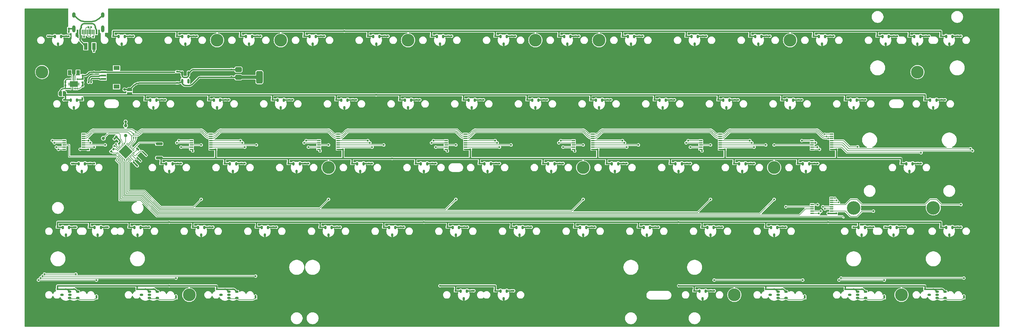
<source format=gbr>
%TF.GenerationSoftware,KiCad,Pcbnew,8.0.6*%
%TF.CreationDate,2024-11-22T06:39:30+07:00*%
%TF.ProjectId,Heart HE 60,48656172-7420-4484-9520-36302e6b6963,rev?*%
%TF.SameCoordinates,Original*%
%TF.FileFunction,Copper,L2,Bot*%
%TF.FilePolarity,Positive*%
%FSLAX46Y46*%
G04 Gerber Fmt 4.6, Leading zero omitted, Abs format (unit mm)*
G04 Created by KiCad (PCBNEW 8.0.6) date 2024-11-22 06:39:30*
%MOMM*%
%LPD*%
G01*
G04 APERTURE LIST*
G04 Aperture macros list*
%AMRoundRect*
0 Rectangle with rounded corners*
0 $1 Rounding radius*
0 $2 $3 $4 $5 $6 $7 $8 $9 X,Y pos of 4 corners*
0 Add a 4 corners polygon primitive as box body*
4,1,4,$2,$3,$4,$5,$6,$7,$8,$9,$2,$3,0*
0 Add four circle primitives for the rounded corners*
1,1,$1+$1,$2,$3*
1,1,$1+$1,$4,$5*
1,1,$1+$1,$6,$7*
1,1,$1+$1,$8,$9*
0 Add four rect primitives between the rounded corners*
20,1,$1+$1,$2,$3,$4,$5,0*
20,1,$1+$1,$4,$5,$6,$7,0*
20,1,$1+$1,$6,$7,$8,$9,0*
20,1,$1+$1,$8,$9,$2,$3,0*%
%AMRotRect*
0 Rectangle, with rotation*
0 The origin of the aperture is its center*
0 $1 length*
0 $2 width*
0 $3 Rotation angle, in degrees counterclockwise*
0 Add horizontal line*
21,1,$1,$2,0,0,$3*%
%AMFreePoly0*
4,1,21,-0.125000,1.200000,0.125000,1.200000,0.125000,1.700000,0.375000,1.700000,0.375000,1.200000,0.825000,1.200000,0.825000,-1.200000,0.375000,-1.200000,0.375000,-1.700000,0.125000,-1.700000,0.125000,-1.200000,-0.125000,-1.200000,-0.125000,-1.700000,-0.375000,-1.700000,-0.375000,-1.200000,-0.825000,-1.200000,-0.825000,1.200000,-0.375000,1.200000,-0.375000,1.700000,-0.125000,1.700000,
-0.125000,1.200000,-0.125000,1.200000,$1*%
%AMFreePoly1*
4,1,19,0.500000,-0.750000,0.000000,-0.750000,0.000000,-0.744911,-0.071157,-0.744911,-0.207708,-0.704816,-0.327430,-0.627875,-0.420627,-0.520320,-0.479746,-0.390866,-0.500000,-0.250000,-0.500000,0.250000,-0.479746,0.390866,-0.420627,0.520320,-0.327430,0.627875,-0.207708,0.704816,-0.071157,0.744911,0.000000,0.744911,0.000000,0.750000,0.500000,0.750000,0.500000,-0.750000,0.500000,-0.750000,
$1*%
%AMFreePoly2*
4,1,19,0.000000,0.744911,0.071157,0.744911,0.207708,0.704816,0.327430,0.627875,0.420627,0.520320,0.479746,0.390866,0.500000,0.250000,0.500000,-0.250000,0.479746,-0.390866,0.420627,-0.520320,0.327430,-0.627875,0.207708,-0.704816,0.071157,-0.744911,0.000000,-0.744911,0.000000,-0.750000,-0.500000,-0.750000,-0.500000,0.750000,0.000000,0.750000,0.000000,0.744911,0.000000,0.744911,
$1*%
G04 Aperture macros list end*
%TA.AperFunction,SMDPad,CuDef*%
%ADD10RoundRect,0.150000X0.350000X0.150000X-0.350000X0.150000X-0.350000X-0.150000X0.350000X-0.150000X0*%
%TD*%
%TA.AperFunction,SMDPad,CuDef*%
%ADD11R,0.620000X0.560000*%
%TD*%
%TA.AperFunction,SMDPad,CuDef*%
%ADD12RoundRect,0.150000X-0.150000X0.350000X-0.150000X-0.350000X0.150000X-0.350000X0.150000X0.350000X0*%
%TD*%
%TA.AperFunction,WasherPad*%
%ADD13C,4.048000*%
%TD*%
%TA.AperFunction,ComponentPad*%
%ADD14C,3.800000*%
%TD*%
%TA.AperFunction,SMDPad,CuDef*%
%ADD15R,0.560000X0.620000*%
%TD*%
%TA.AperFunction,SMDPad,CuDef*%
%ADD16RoundRect,0.200000X-0.800000X0.200000X-0.800000X-0.200000X0.800000X-0.200000X0.800000X0.200000X0*%
%TD*%
%TA.AperFunction,SMDPad,CuDef*%
%ADD17RotRect,0.560000X0.620000X225.000000*%
%TD*%
%TA.AperFunction,SMDPad,CuDef*%
%ADD18R,1.000000X0.400000*%
%TD*%
%TA.AperFunction,SMDPad,CuDef*%
%ADD19RoundRect,0.375000X-0.625000X-0.375000X0.625000X-0.375000X0.625000X0.375000X-0.625000X0.375000X0*%
%TD*%
%TA.AperFunction,SMDPad,CuDef*%
%ADD20RoundRect,0.500000X-0.500000X-1.400000X0.500000X-1.400000X0.500000X1.400000X-0.500000X1.400000X0*%
%TD*%
%TA.AperFunction,SMDPad,CuDef*%
%ADD21C,1.000000*%
%TD*%
%TA.AperFunction,SMDPad,CuDef*%
%ADD22RotRect,0.400000X1.900000X225.000000*%
%TD*%
%TA.AperFunction,SMDPad,CuDef*%
%ADD23RoundRect,0.050000X0.247487X-0.176777X-0.176777X0.247487X-0.247487X0.176777X0.176777X-0.247487X0*%
%TD*%
%TA.AperFunction,SMDPad,CuDef*%
%ADD24RoundRect,0.050000X0.247487X0.176777X0.176777X0.247487X-0.247487X-0.176777X-0.176777X-0.247487X0*%
%TD*%
%TA.AperFunction,HeatsinkPad*%
%ADD25C,0.500000*%
%TD*%
%TA.AperFunction,HeatsinkPad*%
%ADD26RotRect,2.900000X2.900000X135.000000*%
%TD*%
%TA.AperFunction,SMDPad,CuDef*%
%ADD27RotRect,0.560000X0.620000X315.000000*%
%TD*%
%TA.AperFunction,SMDPad,CuDef*%
%ADD28RoundRect,0.060000X-0.060000X0.240000X-0.060000X-0.240000X0.060000X-0.240000X0.060000X0.240000X0*%
%TD*%
%TA.AperFunction,ComponentPad*%
%ADD29C,0.500000*%
%TD*%
%TA.AperFunction,SMDPad,CuDef*%
%ADD30FreePoly0,270.000000*%
%TD*%
%TA.AperFunction,SMDPad,CuDef*%
%ADD31R,1.800000X1.200000*%
%TD*%
%TA.AperFunction,SMDPad,CuDef*%
%ADD32R,1.550000X0.600000*%
%TD*%
%TA.AperFunction,SMDPad,CuDef*%
%ADD33RotRect,0.560000X0.620000X135.000000*%
%TD*%
%TA.AperFunction,SMDPad,CuDef*%
%ADD34R,1.000000X1.500000*%
%TD*%
%TA.AperFunction,SMDPad,CuDef*%
%ADD35R,0.600000X1.450000*%
%TD*%
%TA.AperFunction,SMDPad,CuDef*%
%ADD36R,0.300000X1.450000*%
%TD*%
%TA.AperFunction,ComponentPad*%
%ADD37O,1.000000X1.600000*%
%TD*%
%TA.AperFunction,ComponentPad*%
%ADD38O,1.000000X2.100000*%
%TD*%
%TA.AperFunction,SMDPad,CuDef*%
%ADD39RoundRect,0.150000X-0.150000X0.512500X-0.150000X-0.512500X0.150000X-0.512500X0.150000X0.512500X0*%
%TD*%
%TA.AperFunction,SMDPad,CuDef*%
%ADD40RoundRect,0.135000X-0.185000X0.135000X-0.185000X-0.135000X0.185000X-0.135000X0.185000X0.135000X0*%
%TD*%
%TA.AperFunction,SMDPad,CuDef*%
%ADD41RoundRect,0.140000X0.170000X-0.140000X0.170000X0.140000X-0.170000X0.140000X-0.170000X-0.140000X0*%
%TD*%
%TA.AperFunction,SMDPad,CuDef*%
%ADD42FreePoly1,270.000000*%
%TD*%
%TA.AperFunction,SMDPad,CuDef*%
%ADD43FreePoly2,270.000000*%
%TD*%
%TA.AperFunction,SMDPad,CuDef*%
%ADD44FreePoly1,0.000000*%
%TD*%
%TA.AperFunction,SMDPad,CuDef*%
%ADD45FreePoly2,0.000000*%
%TD*%
%TA.AperFunction,SMDPad,CuDef*%
%ADD46R,1.140000X2.030000*%
%TD*%
%TA.AperFunction,ViaPad*%
%ADD47C,0.600000*%
%TD*%
%TA.AperFunction,ViaPad*%
%ADD48C,0.500000*%
%TD*%
%TA.AperFunction,ViaPad*%
%ADD49C,0.800000*%
%TD*%
%TA.AperFunction,Conductor*%
%ADD50C,0.200000*%
%TD*%
%TA.AperFunction,Conductor*%
%ADD51C,0.400000*%
%TD*%
%TA.AperFunction,Conductor*%
%ADD52C,0.300000*%
%TD*%
%TA.AperFunction,Conductor*%
%ADD53C,1.000000*%
%TD*%
%TA.AperFunction,Conductor*%
%ADD54C,0.430000*%
%TD*%
G04 APERTURE END LIST*
D10*
%TO.P,U74,1,+*%
%TO.N,+3.3VA*%
X265473750Y-75250000D03*
%TO.P,U74,2,-*%
%TO.N,GND*%
X263123750Y-76200000D03*
%TO.P,U74,3*%
%TO.N,414*%
X265473750Y-77150000D03*
%TD*%
%TO.P,U68,3*%
%TO.N,414*%
X263092500Y-77150000D03*
%TO.P,U68,2,-*%
%TO.N,GND*%
X260742500Y-76200000D03*
%TO.P,U68,1,+*%
%TO.N,+3.3VA*%
X263092500Y-75250000D03*
%TD*%
%TO.P,U50,1,+*%
%TO.N,+3.3VA*%
X241661250Y-75250000D03*
%TO.P,U50,2,-*%
%TO.N,GND*%
X239311250Y-76200000D03*
%TO.P,U50,3*%
%TO.N,413*%
X241661250Y-77150000D03*
%TD*%
%TO.P,U39,3*%
%TO.N,413*%
X239280000Y-77150000D03*
%TO.P,U39,2,-*%
%TO.N,GND*%
X236930000Y-76200000D03*
%TO.P,U39,1,+*%
%TO.N,+3.3VA*%
X239280000Y-75250000D03*
%TD*%
D11*
%TO.P,C50,1*%
%TO.N,GND*%
X247531250Y-56880000D03*
%TO.P,C50,2*%
%TO.N,+3.3VA*%
X247531250Y-55920000D03*
%TD*%
%TO.P,C156,1*%
%TO.N,GND*%
X252531250Y-56880000D03*
%TO.P,C156,2*%
%TO.N,313*%
X252531250Y-55920000D03*
%TD*%
D12*
%TO.P,U57,3*%
%TO.N,313*%
X250981250Y-55995000D03*
%TO.P,U57,2,-*%
%TO.N,GND*%
X250031250Y-58345000D03*
%TO.P,U57,1,+*%
%TO.N,+3.3VA*%
X249081250Y-55995000D03*
D13*
%TO.P,U57,*%
%TO.N,*%
X238125000Y-50165000D03*
X261937500Y-50165000D03*
%TD*%
D14*
%TO.P,H11,1*%
%TO.N,N/C*%
X219075000Y0D03*
%TD*%
%TO.P,H13,1*%
%TO.N,N/C*%
X214312500Y-38100000D03*
%TD*%
%TO.P,H14,1*%
%TO.N,N/C*%
X39290625Y-76200000D03*
%TD*%
%TO.P,H4,1*%
%TO.N,N/C*%
X80962500Y-38100000D03*
%TD*%
%TO.P,H18,1*%
%TO.N,N/C*%
X257175000Y-9525000D03*
%TD*%
%TO.P,H12,1*%
%TO.N,N/C*%
X-4762500Y-9525000D03*
%TD*%
%TO.P,H17,1*%
%TO.N,N/C*%
X252412500Y-76200000D03*
%TD*%
%TO.P,H9,1*%
%TO.N,N/C*%
X104775000Y0D03*
%TD*%
%TO.P,H15,1*%
%TO.N,N/C*%
X202406250Y-76200000D03*
%TD*%
%TO.P,H3,1*%
%TO.N,N/C*%
X47625000Y0D03*
%TD*%
%TO.P,H7,1*%
%TO.N,N/C*%
X157162500Y-38100000D03*
%TD*%
D11*
%TO.P,C33,1*%
%TO.N,GND*%
X35600000Y270000D03*
%TO.P,C33,2*%
%TO.N,+3.3VA*%
X35600000Y1230000D03*
%TD*%
%TO.P,C73,1*%
%TO.N,GND*%
X159662500Y-56880000D03*
%TO.P,C73,2*%
%TO.N,38*%
X159662500Y-55920000D03*
%TD*%
D15*
%TO.P,C160,1*%
%TO.N,GND*%
X258457500Y-74450000D03*
%TO.P,C160,2*%
%TO.N,+3.3VA*%
X259417500Y-74450000D03*
%TD*%
D16*
%TO.P,SW1,1,1*%
%TO.N,Boot0*%
X30300000Y-31000000D03*
%TO.P,SW1,2,2*%
%TO.N,+3.3VA*%
X30300000Y-35200000D03*
%TD*%
D11*
%TO.P,C60,1*%
%TO.N,GND*%
X150137500Y-37830000D03*
%TO.P,C60,2*%
%TO.N,27*%
X150137500Y-36870000D03*
%TD*%
D17*
%TO.P,C13,1*%
%TO.N,+3.3VA*%
X22701357Y-36533623D03*
%TO.P,C13,2*%
%TO.N,GND*%
X22022535Y-37212445D03*
%TD*%
D12*
%TO.P,U25,1,+*%
%TO.N,+3.3VA*%
X41912500Y-55995000D03*
%TO.P,U25,2,-*%
%TO.N,GND*%
X42862500Y-58345000D03*
%TO.P,U25,3*%
%TO.N,32*%
X43812500Y-55995000D03*
%TD*%
D11*
%TO.P,C22,1*%
%TO.N,GND*%
X21550000Y270000D03*
%TO.P,C22,2*%
%TO.N,01*%
X21550000Y1230000D03*
%TD*%
D12*
%TO.P,U23,1,+*%
%TO.N,+3.3VA*%
X46675000Y-17895000D03*
%TO.P,U23,2,-*%
%TO.N,GND*%
X47625000Y-20245000D03*
%TO.P,U23,3*%
%TO.N,12*%
X48575000Y-17895000D03*
%TD*%
D18*
%TO.P,U56,1,A4*%
%TO.N,39*%
X192362500Y-32635938D03*
%TO.P,U56,2,A6*%
%TO.N,29*%
X192362500Y-31985938D03*
%TO.P,U56,3,A*%
%TO.N,A4*%
X192362500Y-31335938D03*
%TO.P,U56,4,A7*%
%TO.N,19*%
X192362500Y-30685938D03*
%TO.P,U56,5,A5*%
%TO.N,09*%
X192362500Y-30035938D03*
%TO.P,U56,6,~{E}*%
%TO.N,GND*%
X192362500Y-29385938D03*
%TO.P,U56,7,VEE*%
X192362500Y-28735938D03*
%TO.P,U56,8,GND*%
X192362500Y-28085938D03*
%TO.P,U56,9,S2*%
%TO.N,S2*%
X198162500Y-28085938D03*
%TO.P,U56,10,S1*%
%TO.N,S1*%
X198162500Y-28735938D03*
%TO.P,U56,11,S0*%
%TO.N,S0*%
X198162500Y-29385938D03*
%TO.P,U56,12,A3*%
%TO.N,110*%
X198162500Y-30035938D03*
%TO.P,U56,13,A0*%
%TO.N,010*%
X198162500Y-30685938D03*
%TO.P,U56,14,A1*%
%TO.N,310*%
X198162500Y-31335938D03*
%TO.P,U56,15,A2*%
%TO.N,210*%
X198162500Y-31985938D03*
%TO.P,U56,16,VCC*%
%TO.N,+3.3VA*%
X198162500Y-32635938D03*
%TD*%
D11*
%TO.P,C125,1*%
%TO.N,GND*%
X126087500Y-37830000D03*
%TO.P,C125,2*%
%TO.N,+3.3VA*%
X126087500Y-36870000D03*
%TD*%
%TO.P,C23,1*%
%TO.N,GND*%
X31075000Y-18780000D03*
%TO.P,C23,2*%
%TO.N,11*%
X31075000Y-17820000D03*
%TD*%
D19*
%TO.P,U63,1,GND*%
%TO.N,GND*%
X54000000Y-13384344D03*
%TO.P,U63,2,VO*%
%TO.N,+3.3VA*%
X54000000Y-11084344D03*
D20*
X60300000Y-11084344D03*
D19*
%TO.P,U63,3,VI*%
%TO.N,+5V*%
X54000000Y-8784344D03*
%TD*%
D21*
%TO.P,TP3,1,1*%
%TO.N,p23*%
X13600000Y-29334344D03*
%TD*%
D11*
%TO.P,C18,1*%
%TO.N,GND*%
X9643750Y-37830000D03*
%TO.P,C18,2*%
%TO.N,20*%
X9643750Y-36870000D03*
%TD*%
%TO.P,C123,1*%
%TO.N,GND*%
X164187500Y-37830000D03*
%TO.P,C123,2*%
%TO.N,+3.3VA*%
X164187500Y-36870000D03*
%TD*%
%TO.P,C17,1*%
%TO.N,GND*%
X7262500Y-18780000D03*
%TO.P,C17,2*%
%TO.N,10*%
X7262500Y-17820000D03*
%TD*%
D12*
%TO.P,U30,1,+*%
%TO.N,+3.3VA*%
X70487500Y-36945000D03*
%TO.P,U30,2,-*%
%TO.N,GND*%
X71437500Y-39295000D03*
%TO.P,U30,3*%
%TO.N,23*%
X72387500Y-36945000D03*
%TD*%
D11*
%TO.P,C105,1*%
%TO.N,GND*%
X178475000Y-18780000D03*
%TO.P,C105,2*%
%TO.N,+3.3VA*%
X178475000Y-17820000D03*
%TD*%
%TO.P,C99,1*%
%TO.N,GND*%
X121325000Y-18780000D03*
%TO.P,C99,2*%
%TO.N,+3.3VA*%
X121325000Y-17820000D03*
%TD*%
%TO.P,R3,1*%
%TO.N,GND*%
X10550000Y115344D03*
%TO.P,R3,2*%
%TO.N,Net-(USB1-CC2)*%
X10550000Y1075344D03*
%TD*%
%TO.P,C122,1*%
%TO.N,GND*%
X49887500Y-37830000D03*
%TO.P,C122,2*%
%TO.N,+3.3VA*%
X49887500Y-36870000D03*
%TD*%
%TO.P,C71,1*%
%TO.N,GND*%
X183475000Y-18780000D03*
%TO.P,C71,2*%
%TO.N,19*%
X183475000Y-17820000D03*
%TD*%
D22*
%TO.P,Y1,1,1*%
%TO.N,XTAL_IN*%
X25897479Y-33903186D03*
%TO.P,Y1,2,2*%
%TO.N,GND*%
X25048951Y-34751714D03*
%TO.P,Y1,3,3*%
%TO.N,XTAL_OUT*%
X24200423Y-35600242D03*
%TD*%
D12*
%TO.P,U66,1,+*%
%TO.N,+3.3VA*%
X184787500Y-36945000D03*
%TO.P,U66,2,-*%
%TO.N,GND*%
X185737500Y-39295000D03*
%TO.P,U66,3*%
%TO.N,29*%
X186687500Y-36945000D03*
%TD*%
D11*
%TO.P,C44,1*%
%TO.N,GND*%
X92750000Y270000D03*
%TO.P,C44,2*%
%TO.N,+3.3VA*%
X92750000Y1230000D03*
%TD*%
%TO.P,C19,1*%
%TO.N,GND*%
X4881250Y-56880000D03*
%TO.P,C19,2*%
%TO.N,30*%
X4881250Y-55920000D03*
%TD*%
D15*
%TO.P,C5,1*%
%TO.N,GND*%
X124342500Y-32635938D03*
%TO.P,C5,2*%
%TO.N,+3.3VA*%
X123382500Y-32635938D03*
%TD*%
D12*
%TO.P,U75,1,+*%
%TO.N,+3.3VA*%
X1431250Y-55995000D03*
%TO.P,U75,2,-*%
%TO.N,GND*%
X2381250Y-58345000D03*
%TO.P,U75,3*%
%TO.N,30*%
X3331250Y-55995000D03*
%TD*%
D11*
%TO.P,C24,1*%
%TO.N,GND*%
X35837500Y-37830000D03*
%TO.P,C24,2*%
%TO.N,21*%
X35837500Y-36870000D03*
%TD*%
D12*
%TO.P,U72,1,+*%
%TO.N,+3.3VA*%
X203837500Y-36945000D03*
%TO.P,U72,2,-*%
%TO.N,GND*%
X204787500Y-39295000D03*
%TO.P,U72,3*%
%TO.N,210*%
X205737500Y-36945000D03*
%TD*%
D11*
%TO.P,C117,1*%
%TO.N,GND*%
X2262500Y-18780000D03*
%TO.P,C117,2*%
%TO.N,+3.3VA*%
X2262500Y-17820000D03*
%TD*%
%TO.P,C30,1*%
%TO.N,GND*%
X54887500Y-37830000D03*
%TO.P,C30,2*%
%TO.N,22*%
X54887500Y-36870000D03*
%TD*%
D12*
%TO.P,U79,3*%
%TO.N,311*%
X215262500Y-55995000D03*
%TO.P,U79,2,-*%
%TO.N,GND*%
X214312500Y-58345000D03*
%TO.P,U79,1,+*%
%TO.N,+3.3VA*%
X213362500Y-55995000D03*
%TD*%
D11*
%TO.P,C128,1*%
%TO.N,GND*%
X68937500Y-37830000D03*
%TO.P,C128,2*%
%TO.N,+3.3VA*%
X68937500Y-36870000D03*
%TD*%
%TO.P,C56,1*%
%TO.N,GND*%
X254675000Y270000D03*
%TO.P,C56,2*%
%TO.N,+3.3VA*%
X254675000Y1230000D03*
%TD*%
D18*
%TO.P,U45,1,A4*%
%TO.N,36*%
X116162500Y-32635938D03*
%TO.P,U45,2,A6*%
%TO.N,25*%
X116162500Y-31985938D03*
%TO.P,U45,3,A*%
%TO.N,A2*%
X116162500Y-31335938D03*
%TO.P,U45,4,A7*%
%TO.N,15*%
X116162500Y-30685938D03*
%TO.P,U45,5,A5*%
%TO.N,05*%
X116162500Y-30035938D03*
%TO.P,U45,6,~{E}*%
%TO.N,GND*%
X116162500Y-29385938D03*
%TO.P,U45,7,VEE*%
X116162500Y-28735938D03*
%TO.P,U45,8,GND*%
X116162500Y-28085938D03*
%TO.P,U45,9,S2*%
%TO.N,S2*%
X121962500Y-28085938D03*
%TO.P,U45,10,S1*%
%TO.N,S1*%
X121962500Y-28735938D03*
%TO.P,U45,11,S0*%
%TO.N,S0*%
X121962500Y-29385938D03*
%TO.P,U45,12,A3*%
%TO.N,16*%
X121962500Y-30035938D03*
%TO.P,U45,13,A0*%
%TO.N,06*%
X121962500Y-30685938D03*
%TO.P,U45,14,A1*%
%TO.N,45*%
X121962500Y-31335938D03*
%TO.P,U45,15,A2*%
%TO.N,26*%
X121962500Y-31985938D03*
%TO.P,U45,16,VCC*%
%TO.N,+3.3VA*%
X121962500Y-32635938D03*
%TD*%
D11*
%TO.P,C35,1*%
%TO.N,GND*%
X69175000Y-18780000D03*
%TO.P,C35,2*%
%TO.N,13*%
X69175000Y-17820000D03*
%TD*%
%TO.P,C36,1*%
%TO.N,GND*%
X73937500Y-37830000D03*
%TO.P,C36,2*%
%TO.N,23*%
X73937500Y-36870000D03*
%TD*%
D12*
%TO.P,U55,1,+*%
%TO.N,+3.3VA*%
X137162500Y-55995000D03*
%TO.P,U55,2,-*%
%TO.N,GND*%
X138112500Y-58345000D03*
%TO.P,U55,3*%
%TO.N,37*%
X139062500Y-55995000D03*
%TD*%
D11*
%TO.P,C58,1*%
%TO.N,GND*%
X135850000Y270000D03*
%TO.P,C58,2*%
%TO.N,07*%
X135850000Y1230000D03*
%TD*%
D12*
%TO.P,U82,1,+*%
%TO.N,+3.3VA*%
X227650000Y1155000D03*
%TO.P,U82,2,-*%
%TO.N,GND*%
X228600000Y-1195000D03*
%TO.P,U82,3*%
%TO.N,012*%
X229550000Y1155000D03*
%TD*%
D15*
%TO.P,C173,1*%
%TO.N,GND*%
X272048750Y-77050000D03*
%TO.P,C173,2*%
%TO.N,414*%
X271088750Y-77050000D03*
%TD*%
D12*
%TO.P,U77,1,+*%
%TO.N,+3.3VA*%
X218125000Y-17895000D03*
%TO.P,U77,2,-*%
%TO.N,GND*%
X219075000Y-20245000D03*
%TO.P,U77,3*%
%TO.N,111*%
X220025000Y-17895000D03*
%TD*%
D11*
%TO.P,C75,1*%
%TO.N,GND*%
X245150000Y270000D03*
%TO.P,C75,2*%
%TO.N,+3.3VA*%
X245150000Y1230000D03*
%TD*%
D15*
%TO.P,C171,1*%
%TO.N,GND*%
X60117500Y-77050000D03*
%TO.P,C171,2*%
%TO.N,42*%
X59157500Y-77050000D03*
%TD*%
D11*
%TO.P,C129,1*%
%TO.N,GND*%
X87987500Y-37830000D03*
%TO.P,C129,2*%
%TO.N,+3.3VA*%
X87987500Y-36870000D03*
%TD*%
D15*
%TO.P,C176,1*%
%TO.N,GND*%
X224423750Y-77050000D03*
%TO.P,C176,2*%
%TO.N,410*%
X223463750Y-77050000D03*
%TD*%
D11*
%TO.P,C127,1*%
%TO.N,GND*%
X30837500Y-37830000D03*
%TO.P,C127,2*%
%TO.N,+3.3VA*%
X30837500Y-36870000D03*
%TD*%
D12*
%TO.P,U58,1,+*%
%TO.N,+3.3VA*%
X151450000Y1155000D03*
%TO.P,U58,2,-*%
%TO.N,GND*%
X152400000Y-1195000D03*
%TO.P,U58,3*%
%TO.N,08*%
X153350000Y1155000D03*
%TD*%
%TO.P,U31,1,+*%
%TO.N,+3.3VA*%
X60962500Y-55995000D03*
%TO.P,U31,2,-*%
%TO.N,GND*%
X61912500Y-58345000D03*
%TO.P,U31,3*%
%TO.N,33*%
X62862500Y-55995000D03*
%TD*%
%TO.P,U89,1,+*%
%TO.N,+3.3VA*%
X260987500Y-17895000D03*
%TO.P,U89,2,-*%
%TO.N,GND*%
X261937500Y-20245000D03*
%TO.P,U89,3*%
%TO.N,113*%
X262887500Y-17895000D03*
%TD*%
%TO.P,U37,1,+*%
%TO.N,+3.3VA*%
X80012500Y-55995000D03*
%TO.P,U37,2,-*%
%TO.N,GND*%
X80962500Y-58345000D03*
%TO.P,U37,3*%
%TO.N,34*%
X81912500Y-55995000D03*
%TD*%
%TO.P,U18,1,+*%
%TO.N,+3.3VA*%
X32387500Y-36945000D03*
%TO.P,U18,2,-*%
%TO.N,GND*%
X33337500Y-39295000D03*
%TO.P,U18,3*%
%TO.N,21*%
X34287500Y-36945000D03*
%TD*%
D11*
%TO.P,C66,1*%
%TO.N,GND*%
X169187500Y-37830000D03*
%TO.P,C66,2*%
%TO.N,28*%
X169187500Y-36870000D03*
%TD*%
%TO.P,C141,1*%
%TO.N,GND*%
X59412500Y-56880000D03*
%TO.P,C141,2*%
%TO.N,+3.3VA*%
X59412500Y-55920000D03*
%TD*%
D12*
%TO.P,U65,1,+*%
%TO.N,+3.3VA*%
X180025000Y-17895000D03*
%TO.P,U65,2,-*%
%TO.N,GND*%
X180975000Y-20245000D03*
%TO.P,U65,3*%
%TO.N,19*%
X181925000Y-17895000D03*
%TD*%
D11*
%TO.P,C72,1*%
%TO.N,GND*%
X188237500Y-37830000D03*
%TO.P,C72,2*%
%TO.N,29*%
X188237500Y-36870000D03*
%TD*%
%TO.P,C41,1*%
%TO.N,GND*%
X88225000Y-18780000D03*
%TO.P,C41,2*%
%TO.N,14*%
X88225000Y-17820000D03*
%TD*%
%TO.P,C95,1*%
%TO.N,GND*%
X264437500Y-18780000D03*
%TO.P,C95,2*%
%TO.N,113*%
X264437500Y-17820000D03*
%TD*%
D12*
%TO.P,U10,1,+*%
%TO.N,+3.3VA*%
X-950000Y1155000D03*
%TO.P,U10,2,-*%
%TO.N,GND*%
X0Y-1195000D03*
%TO.P,U10,3*%
%TO.N,00*%
X950000Y1155000D03*
%TD*%
D11*
%TO.P,C34,1*%
%TO.N,GND*%
X59650000Y270000D03*
%TO.P,C34,2*%
%TO.N,03*%
X59650000Y1230000D03*
%TD*%
D15*
%TO.P,C155,1*%
%TO.N,GND*%
X86242500Y-32635938D03*
%TO.P,C155,2*%
%TO.N,+3.3VA*%
X85282500Y-32635938D03*
%TD*%
%TO.P,C151,1*%
%TO.N,GND*%
X233880000Y-32635938D03*
%TO.P,C151,2*%
%TO.N,+3.3VA*%
X232920000Y-32635938D03*
%TD*%
D10*
%TO.P,U26,1,+*%
%TO.N,+3.3VA*%
X51161250Y-75250000D03*
%TO.P,U26,2,-*%
%TO.N,GND*%
X48811250Y-76200000D03*
%TO.P,U26,3*%
%TO.N,42*%
X51161250Y-77150000D03*
%TD*%
D12*
%TO.P,U12,1,+*%
%TO.N,+3.3VA*%
X6193750Y-36945000D03*
%TO.P,U12,2,-*%
%TO.N,GND*%
X7143750Y-39295000D03*
%TO.P,U12,3*%
%TO.N,20*%
X8093750Y-36945000D03*
%TD*%
D11*
%TO.P,C28,1*%
%TO.N,GND*%
X40600000Y270000D03*
%TO.P,C28,2*%
%TO.N,02*%
X40600000Y1230000D03*
%TD*%
D12*
%TO.P,U83,1,+*%
%TO.N,+3.3VA*%
X237175000Y-17895000D03*
%TO.P,U83,2,-*%
%TO.N,GND*%
X238125000Y-20245000D03*
%TO.P,U83,3*%
%TO.N,112*%
X239075000Y-17895000D03*
%TD*%
D11*
%TO.P,C140,1*%
%TO.N,GND*%
X135612500Y-56880000D03*
%TO.P,C140,2*%
%TO.N,+3.3VA*%
X135612500Y-55920000D03*
%TD*%
D12*
%TO.P,U33,1,+*%
%TO.N,+3.3VA*%
X10956250Y-55995000D03*
%TO.P,U33,2,-*%
%TO.N,GND*%
X11906250Y-58345000D03*
%TO.P,U33,3*%
%TO.N,30*%
X12856250Y-55995000D03*
%TD*%
D11*
%TO.P,C96,1*%
%TO.N,GND*%
X102275000Y-18780000D03*
%TO.P,C96,2*%
%TO.N,+3.3VA*%
X102275000Y-17820000D03*
%TD*%
D23*
%TO.P,U27,1,VDD*%
%TO.N,+3.3VA*%
X22644788Y-33761764D03*
%TO.P,U27,2,PF0*%
%TO.N,XTAL_IN*%
X22361945Y-34044607D03*
%TO.P,U27,3,PF1*%
%TO.N,XTAL_OUT*%
X22079103Y-34327449D03*
%TO.P,U27,4,NRST*%
%TO.N,NRST*%
X21796260Y-34610292D03*
%TO.P,U27,5,VDDA*%
%TO.N,+3.3VA*%
X21513417Y-34893135D03*
%TO.P,U27,6,PA0*%
%TO.N,A0*%
X21230574Y-35175978D03*
%TO.P,U27,7,PA1*%
%TO.N,A1*%
X20947732Y-35458820D03*
%TO.P,U27,8,PA2*%
%TO.N,A2*%
X20664889Y-35741663D03*
D24*
%TO.P,U27,9,PA3*%
%TO.N,A3*%
X19816361Y-35741663D03*
%TO.P,U27,10,PA4*%
%TO.N,A4*%
X19533518Y-35458820D03*
%TO.P,U27,11,PA5*%
%TO.N,A5*%
X19250676Y-35175978D03*
%TO.P,U27,12,PA6*%
%TO.N,A6*%
X18967833Y-34893135D03*
%TO.P,U27,13,PA7*%
%TO.N,A7*%
X18684990Y-34610292D03*
%TO.P,U27,14,PB0*%
%TO.N,A8*%
X18402147Y-34327449D03*
%TO.P,U27,15,PB1*%
%TO.N,A9*%
X18119305Y-34044607D03*
%TO.P,U27,16,PB2*%
%TO.N,Net-(U27-PB2)*%
X17836462Y-33761764D03*
D23*
%TO.P,U27,17,OTGHS_R*%
%TO.N,Net-(U27-OTGHS_R)*%
X17836462Y-32913236D03*
%TO.P,U27,18,OTGHS_D-*%
%TO.N,D-*%
X18119305Y-32630393D03*
%TO.P,U27,19,OTGHS_D+*%
%TO.N,D+*%
X18402147Y-32347551D03*
%TO.P,U27,20,VDD*%
%TO.N,+3.3VA*%
X18684990Y-32064708D03*
%TO.P,U27,21,PA11*%
%TO.N,unconnected-(U27-PA11-Pad21)*%
X18967833Y-31781865D03*
%TO.P,U27,22,PA12*%
%TO.N,unconnected-(U27-PA12-Pad22)*%
X19250676Y-31499022D03*
%TO.P,U27,23,PA13*%
%TO.N,p23*%
X19533518Y-31216180D03*
%TO.P,U27,24,PA14*%
%TO.N,p24*%
X19816361Y-30933337D03*
D24*
%TO.P,U27,25,PA15*%
%TO.N,unconnected-(U27-PA15-Pad25)*%
X20664889Y-30933337D03*
%TO.P,U27,26,PB3*%
%TO.N,S0*%
X20947732Y-31216180D03*
%TO.P,U27,27,PB4*%
%TO.N,S1*%
X21230574Y-31499022D03*
%TO.P,U27,28,PB5*%
%TO.N,S2*%
X21513417Y-31781865D03*
%TO.P,U27,29,PB6*%
%TO.N,unconnected-(U27-PB6-Pad29)*%
X21796260Y-32064708D03*
%TO.P,U27,30,PB7*%
%TO.N,unconnected-(U27-PB7-Pad30)*%
X22079103Y-32347551D03*
%TO.P,U27,31,PF11/BOOT0*%
%TO.N,Boot0*%
X22361945Y-32630393D03*
%TO.P,U27,32,PB8*%
%TO.N,unconnected-(U27-PB8-Pad32)*%
X22644788Y-32913236D03*
D25*
%TO.P,U27,33,VSS/VSSA*%
%TO.N,GND*%
X20240625Y-35034556D03*
X21089153Y-34186028D03*
X21937681Y-33337500D03*
X19392097Y-34186028D03*
X20240625Y-33337500D03*
D26*
X20240625Y-33337500D03*
D25*
X21089153Y-32488972D03*
X18543569Y-33337500D03*
X19392097Y-32488972D03*
X20240625Y-31640444D03*
%TD*%
D11*
%TO.P,C43,1*%
%TO.N,GND*%
X64412500Y-56880000D03*
%TO.P,C43,2*%
%TO.N,33*%
X64412500Y-55920000D03*
%TD*%
D15*
%TO.P,C2,1*%
%TO.N,GND*%
X10042500Y-32635938D03*
%TO.P,C2,2*%
%TO.N,+3.3VA*%
X9082500Y-32635938D03*
%TD*%
D11*
%TO.P,C93,1*%
%TO.N,GND*%
X26075000Y-18780000D03*
%TO.P,C93,2*%
%TO.N,+3.3VA*%
X26075000Y-17820000D03*
%TD*%
%TO.P,C130,1*%
%TO.N,GND*%
X4643750Y-37830000D03*
%TO.P,C130,2*%
%TO.N,+3.3VA*%
X4643750Y-36870000D03*
%TD*%
D15*
%TO.P,C14,1*%
%TO.N,GND*%
X1282500Y-13496875D03*
%TO.P,C14,2*%
%TO.N,+3.3VA*%
X2242500Y-13496875D03*
%TD*%
D11*
%TO.P,C89,1*%
%TO.N,GND*%
X240625000Y-18780000D03*
%TO.P,C89,2*%
%TO.N,112*%
X240625000Y-17820000D03*
%TD*%
%TO.P,C177,1*%
%TO.N,GND*%
X135850000Y-75930000D03*
%TO.P,C177,2*%
%TO.N,45*%
X135850000Y-74970000D03*
%TD*%
%TO.P,C63,1*%
%TO.N,GND*%
X149900000Y270000D03*
%TO.P,C63,2*%
%TO.N,+3.3VA*%
X149900000Y1230000D03*
%TD*%
%TO.P,C88,1*%
%TO.N,GND*%
X231100000Y270000D03*
%TO.P,C88,2*%
%TO.N,012*%
X231100000Y1230000D03*
%TD*%
D18*
%TO.P,U51,1,A4*%
%TO.N,37*%
X154262500Y-32635938D03*
%TO.P,U51,2,A6*%
%TO.N,27*%
X154262500Y-31985938D03*
%TO.P,U51,3,A*%
%TO.N,A3*%
X154262500Y-31335938D03*
%TO.P,U51,4,A7*%
%TO.N,17*%
X154262500Y-30685938D03*
%TO.P,U51,5,A5*%
%TO.N,07*%
X154262500Y-30035938D03*
%TO.P,U51,6,~{E}*%
%TO.N,GND*%
X154262500Y-29385938D03*
%TO.P,U51,7,VEE*%
X154262500Y-28735938D03*
%TO.P,U51,8,GND*%
X154262500Y-28085938D03*
%TO.P,U51,9,S2*%
%TO.N,S2*%
X160062500Y-28085938D03*
%TO.P,U51,10,S1*%
%TO.N,S1*%
X160062500Y-28735938D03*
%TO.P,U51,11,S0*%
%TO.N,S0*%
X160062500Y-29385938D03*
%TO.P,U51,12,A3*%
%TO.N,18*%
X160062500Y-30035938D03*
%TO.P,U51,13,A0*%
%TO.N,08*%
X160062500Y-30685938D03*
%TO.P,U51,14,A1*%
%TO.N,38*%
X160062500Y-31335938D03*
%TO.P,U51,15,A2*%
%TO.N,28*%
X160062500Y-31985938D03*
%TO.P,U51,16,VCC*%
%TO.N,+3.3VA*%
X160062500Y-32635938D03*
%TD*%
D12*
%TO.P,U17,1,+*%
%TO.N,+3.3VA*%
X27625000Y-17895000D03*
%TO.P,U17,2,-*%
%TO.N,GND*%
X28575000Y-20245000D03*
%TO.P,U17,3*%
%TO.N,11*%
X29525000Y-17895000D03*
%TD*%
D15*
%TO.P,C4,1*%
%TO.N,GND*%
X233880000Y-51785938D03*
%TO.P,C4,2*%
%TO.N,+3.3VA*%
X232920000Y-51785938D03*
%TD*%
D11*
%TO.P,C37,1*%
%TO.N,GND*%
X45362500Y-56880000D03*
%TO.P,C37,2*%
%TO.N,32*%
X45362500Y-55920000D03*
%TD*%
D21*
%TO.P,TP4,1,1*%
%TO.N,p24*%
X20240625Y-28537500D03*
%TD*%
D11*
%TO.P,C137,1*%
%TO.N,GND*%
X192762500Y-56880000D03*
%TO.P,C137,2*%
%TO.N,+3.3VA*%
X192762500Y-55920000D03*
%TD*%
%TO.P,C168,1*%
%TO.N,GND*%
X14406250Y-56880000D03*
%TO.P,C168,2*%
%TO.N,30*%
X14406250Y-55920000D03*
%TD*%
D12*
%TO.P,U3,1,+*%
%TO.N,+3.3VA*%
X256225000Y1155000D03*
%TO.P,U3,2,-*%
%TO.N,GND*%
X257175000Y-1195000D03*
%TO.P,U3,3*%
%TO.N,013*%
X258125000Y1155000D03*
%TD*%
D11*
%TO.P,C113,1*%
%TO.N,GND*%
X252293750Y-37830000D03*
%TO.P,C113,2*%
%TO.N,+3.3VA*%
X252293750Y-36870000D03*
%TD*%
D27*
%TO.P,C10,1*%
%TO.N,GND*%
X17638473Y-30169662D03*
%TO.P,C10,2*%
%TO.N,+3.3VA*%
X18317295Y-30848484D03*
%TD*%
D18*
%TO.P,U62,1,A4*%
%TO.N,013*%
X225700000Y-32635938D03*
%TO.P,U62,2,A6*%
%TO.N,012*%
X225700000Y-31985938D03*
%TO.P,U62,3,A*%
%TO.N,A5*%
X225700000Y-31335938D03*
%TO.P,U62,4,A7*%
%TO.N,011*%
X225700000Y-30685938D03*
%TO.P,U62,5,A5*%
%TO.N,111*%
X225700000Y-30035938D03*
%TO.P,U62,6,~{E}*%
%TO.N,GND*%
X225700000Y-29385938D03*
%TO.P,U62,7,VEE*%
X225700000Y-28735938D03*
%TO.P,U62,8,GND*%
X225700000Y-28085938D03*
%TO.P,U62,9,S2*%
%TO.N,S2*%
X231500000Y-28085938D03*
%TO.P,U62,10,S1*%
%TO.N,S1*%
X231500000Y-28735938D03*
%TO.P,U62,11,S0*%
%TO.N,S0*%
X231500000Y-29385938D03*
%TO.P,U62,12,A3*%
%TO.N,112*%
X231500000Y-30035938D03*
%TO.P,U62,13,A0*%
%TO.N,113*%
X231500000Y-30685938D03*
%TO.P,U62,14,A1*%
%TO.N,014*%
X231500000Y-31335938D03*
%TO.P,U62,15,A2*%
%TO.N,212*%
X231500000Y-31985938D03*
%TO.P,U62,16,VCC*%
%TO.N,+3.3VA*%
X231500000Y-32635938D03*
%TD*%
D11*
%TO.P,C52,1*%
%TO.N,GND*%
X116800000Y270000D03*
%TO.P,C52,2*%
%TO.N,06*%
X116800000Y1230000D03*
%TD*%
%TO.P,C51,1*%
%TO.N,GND*%
X-2500000Y270000D03*
%TO.P,C51,2*%
%TO.N,+3.3VA*%
X-2500000Y1230000D03*
%TD*%
%TO.P,C85,1*%
%TO.N,GND*%
X197762500Y-56880000D03*
%TO.P,C85,2*%
%TO.N,310*%
X197762500Y-55920000D03*
%TD*%
%TO.P,C31,1*%
%TO.N,GND*%
X26312500Y-56880000D03*
%TO.P,C31,2*%
%TO.N,31*%
X26312500Y-55920000D03*
%TD*%
%TO.P,C124,1*%
%TO.N,GND*%
X145137500Y-37830000D03*
%TO.P,C124,2*%
%TO.N,+3.3VA*%
X145137500Y-36870000D03*
%TD*%
D12*
%TO.P,U34,1,+*%
%TO.N,+3.3VA*%
X75250000Y1155000D03*
%TO.P,U34,2,-*%
%TO.N,GND*%
X76200000Y-1195000D03*
%TO.P,U34,3*%
%TO.N,04*%
X77150000Y1155000D03*
%TD*%
%TO.P,U35,1,+*%
%TO.N,+3.3VA*%
X84775000Y-17895000D03*
%TO.P,U35,2,-*%
%TO.N,GND*%
X85725000Y-20245000D03*
%TO.P,U35,3*%
%TO.N,14*%
X86675000Y-17895000D03*
%TD*%
D11*
%TO.P,C53,1*%
%TO.N,GND*%
X126325000Y-18780000D03*
%TO.P,C53,2*%
%TO.N,16*%
X126325000Y-17820000D03*
%TD*%
%TO.P,C80,1*%
%TO.N,GND*%
X226100000Y270000D03*
%TO.P,C80,2*%
%TO.N,+3.3VA*%
X226100000Y1230000D03*
%TD*%
%TO.P,C107,1*%
%TO.N,GND*%
X243006250Y-56880000D03*
%TO.P,C107,2*%
%TO.N,313*%
X243006250Y-55920000D03*
%TD*%
%TO.P,C139,1*%
%TO.N,GND*%
X154662500Y-56880000D03*
%TO.P,C139,2*%
%TO.N,+3.3VA*%
X154662500Y-55920000D03*
%TD*%
D15*
%TO.P,C6,1*%
%TO.N,GND*%
X48142500Y-32635938D03*
%TO.P,C6,2*%
%TO.N,+3.3VA*%
X47182500Y-32635938D03*
%TD*%
D11*
%TO.P,C7,1*%
%TO.N,GND*%
X7362500Y-9616875D03*
%TO.P,C7,2*%
%TO.N,+5V*%
X7362500Y-10576875D03*
%TD*%
%TO.P,C143,1*%
%TO.N,GND*%
X97512500Y-56880000D03*
%TO.P,C143,2*%
%TO.N,+3.3VA*%
X97512500Y-55920000D03*
%TD*%
%TO.P,C111,1*%
%TO.N,GND*%
X197525000Y-18780000D03*
%TO.P,C111,2*%
%TO.N,+3.3VA*%
X197525000Y-17820000D03*
%TD*%
D10*
%TO.P,U6,1,+*%
%TO.N,+3.3VA*%
X53542500Y-75250000D03*
%TO.P,U6,2,-*%
%TO.N,GND*%
X51192500Y-76200000D03*
%TO.P,U6,3*%
%TO.N,42*%
X53542500Y-77150000D03*
%TD*%
D11*
%TO.P,C76,1*%
%TO.N,GND*%
X193000000Y270000D03*
%TO.P,C76,2*%
%TO.N,010*%
X193000000Y1230000D03*
%TD*%
D28*
%TO.P,U85,1,VOUT*%
%TO.N,+3.3VA*%
X3762500Y-11696875D03*
%TO.P,U85,2,L2*%
%TO.N,Net-(U85-L2)*%
X4262500Y-11696875D03*
%TO.P,U85,3,PGND*%
%TO.N,GND*%
X4762500Y-11696875D03*
%TO.P,U85,4,L1*%
%TO.N,Net-(U85-L1)*%
X5262500Y-11696875D03*
%TO.P,U85,5,VIN*%
%TO.N,+5V*%
X5762500Y-11696875D03*
%TO.P,U85,6,EN*%
%TO.N,Net-(U85-EN)*%
X5762500Y-14496875D03*
%TO.P,U85,7,PS/SYNC*%
X5262500Y-14496875D03*
%TO.P,U85,8,VINA*%
X4762500Y-14496875D03*
%TO.P,U85,9,GND*%
%TO.N,GND*%
X4262500Y-14496875D03*
%TO.P,U85,10,FB*%
%TO.N,+3.3VA*%
X3762500Y-14496875D03*
D29*
%TO.P,U85,11,PGND*%
%TO.N,GND*%
X4762500Y-12521875D03*
X5712500Y-13096875D03*
D30*
X4762500Y-13096875D03*
D29*
X3812500Y-13096875D03*
X4762500Y-13671875D03*
%TD*%
D15*
%TO.P,C169,1*%
%TO.N,GND*%
X12492500Y-77050000D03*
%TO.P,C169,2*%
%TO.N,40*%
X11532500Y-77050000D03*
%TD*%
D11*
%TO.P,C45,1*%
%TO.N,GND*%
X111800000Y270000D03*
%TO.P,C45,2*%
%TO.N,+3.3VA*%
X111800000Y1230000D03*
%TD*%
%TO.P,C67,1*%
%TO.N,GND*%
X140612500Y-56880000D03*
%TO.P,C67,2*%
%TO.N,37*%
X140612500Y-55920000D03*
%TD*%
%TO.P,C133,1*%
%TO.N,GND*%
X40362500Y-56880000D03*
%TO.P,C133,2*%
%TO.N,+3.3VA*%
X40362500Y-55920000D03*
%TD*%
%TO.P,C29,1*%
%TO.N,GND*%
X50125000Y-18780000D03*
%TO.P,C29,2*%
%TO.N,12*%
X50125000Y-17820000D03*
%TD*%
D12*
%TO.P,U36,1,+*%
%TO.N,+3.3VA*%
X89537500Y-36945000D03*
%TO.P,U36,2,-*%
%TO.N,GND*%
X90487500Y-39295000D03*
%TO.P,U36,3*%
%TO.N,24*%
X91437500Y-36945000D03*
%TD*%
%TO.P,U70,1,+*%
%TO.N,+3.3VA*%
X189550000Y1155000D03*
%TO.P,U70,2,-*%
%TO.N,GND*%
X190500000Y-1195000D03*
%TO.P,U70,3*%
%TO.N,010*%
X191450000Y1155000D03*
%TD*%
D10*
%TO.P,U8,1,+*%
%TO.N,+3.3VA*%
X215467500Y-75250000D03*
%TO.P,U8,2,-*%
%TO.N,GND*%
X213117500Y-76200000D03*
%TO.P,U8,3*%
%TO.N,410*%
X215467500Y-77150000D03*
%TD*%
D12*
%TO.P,U43,1,+*%
%TO.N,+3.3VA*%
X99062500Y-55995000D03*
%TO.P,U43,2,-*%
%TO.N,GND*%
X100012500Y-58345000D03*
%TO.P,U43,3*%
%TO.N,35*%
X100962500Y-55995000D03*
%TD*%
%TO.P,U15,1,+*%
%TO.N,+3.3VA*%
X191931250Y-75045000D03*
%TO.P,U15,2,-*%
%TO.N,GND*%
X192881250Y-77395000D03*
%TO.P,U15,3*%
%TO.N,49*%
X193831250Y-75045000D03*
%TD*%
D11*
%TO.P,R2,1*%
%TO.N,GND*%
X7799999Y115344D03*
%TO.P,R2,2*%
%TO.N,Net-(USB1-CC1)*%
X7799999Y1075344D03*
%TD*%
%TO.P,C79,1*%
%TO.N,GND*%
X178712500Y-56880000D03*
%TO.P,C79,2*%
%TO.N,39*%
X178712500Y-55920000D03*
%TD*%
D12*
%TO.P,U52,1,+*%
%TO.N,+3.3VA*%
X132400000Y1155000D03*
%TO.P,U52,2,-*%
%TO.N,GND*%
X133350000Y-1195000D03*
%TO.P,U52,3*%
%TO.N,07*%
X134300000Y1155000D03*
%TD*%
%TO.P,U97,1,+*%
%TO.N,+3.3VA*%
X265750000Y-55995000D03*
%TO.P,U97,2,-*%
%TO.N,GND*%
X266700000Y-58345000D03*
%TO.P,U97,3*%
%TO.N,314*%
X267650000Y-55995000D03*
%TD*%
%TO.P,U22,1,+*%
%TO.N,+3.3VA*%
X37150000Y1155000D03*
%TO.P,U22,2,-*%
%TO.N,GND*%
X38100000Y-1195000D03*
%TO.P,U22,3*%
%TO.N,02*%
X39050000Y1155000D03*
%TD*%
D11*
%TO.P,C97,1*%
%TO.N,GND*%
X216812500Y-56880000D03*
%TO.P,C97,2*%
%TO.N,311*%
X216812500Y-55920000D03*
%TD*%
D10*
%TO.P,U5,1,+*%
%TO.N,+3.3VA*%
X29730000Y-75250000D03*
%TO.P,U5,2,-*%
%TO.N,GND*%
X27380000Y-76200000D03*
%TO.P,U5,3*%
%TO.N,41*%
X29730000Y-77150000D03*
%TD*%
D12*
%TO.P,U67,1,+*%
%TO.N,+3.3VA*%
X175262500Y-55995000D03*
%TO.P,U67,2,-*%
%TO.N,GND*%
X176212500Y-58345000D03*
%TO.P,U67,3*%
%TO.N,39*%
X177162500Y-55995000D03*
%TD*%
D11*
%TO.P,C126,1*%
%TO.N,GND*%
X107037500Y-37830000D03*
%TO.P,C126,2*%
%TO.N,+3.3VA*%
X107037500Y-36870000D03*
%TD*%
D12*
%TO.P,U54,1,+*%
%TO.N,+3.3VA*%
X146687500Y-36945000D03*
%TO.P,U54,2,-*%
%TO.N,GND*%
X147637500Y-39295000D03*
%TO.P,U54,3*%
%TO.N,27*%
X148587500Y-36945000D03*
%TD*%
%TO.P,U53,1,+*%
%TO.N,+3.3VA*%
X141925000Y-17895000D03*
%TO.P,U53,2,-*%
%TO.N,GND*%
X142875000Y-20245000D03*
%TO.P,U53,3*%
%TO.N,17*%
X143825000Y-17895000D03*
%TD*%
D11*
%TO.P,C64,1*%
%TO.N,GND*%
X154900000Y270000D03*
%TO.P,C64,2*%
%TO.N,08*%
X154900000Y1230000D03*
%TD*%
D12*
%TO.P,U29,1,+*%
%TO.N,+3.3VA*%
X65725000Y-17895000D03*
%TO.P,U29,2,-*%
%TO.N,GND*%
X66675000Y-20245000D03*
%TO.P,U29,3*%
%TO.N,13*%
X67625000Y-17895000D03*
%TD*%
D11*
%TO.P,C49,1*%
%TO.N,GND*%
X83462500Y-56880000D03*
%TO.P,C49,2*%
%TO.N,34*%
X83462500Y-55920000D03*
%TD*%
%TO.P,C82,1*%
%TO.N,GND*%
X212050000Y270000D03*
%TO.P,C82,2*%
%TO.N,011*%
X212050000Y1230000D03*
%TD*%
%TO.P,C138,1*%
%TO.N,GND*%
X173712500Y-56880000D03*
%TO.P,C138,2*%
%TO.N,+3.3VA*%
X173712500Y-55920000D03*
%TD*%
D31*
%TO.P,J2,*%
%TO.N,*%
X17513610Y-8284344D03*
X17513610Y-13884344D03*
D32*
%TO.P,J2,1,Pin_1*%
%TO.N,+5V*%
X13638610Y-9584344D03*
%TO.P,J2,2,Pin_2*%
%TO.N,D-*%
X13638611Y-10584344D03*
%TO.P,J2,3,Pin_3*%
%TO.N,D+*%
X13638611Y-11584344D03*
%TO.P,J2,4,Pin_4*%
%TO.N,GND*%
X13638610Y-12584344D03*
%TD*%
D10*
%TO.P,U14,1,+*%
%TO.N,+3.3VA*%
X3536250Y-75250000D03*
%TO.P,U14,2,-*%
%TO.N,GND*%
X1186250Y-76200000D03*
%TO.P,U14,3*%
%TO.N,40*%
X3536250Y-77150000D03*
%TD*%
D11*
%TO.P,C55,1*%
%TO.N,GND*%
X102512500Y-56880000D03*
%TO.P,C55,2*%
%TO.N,35*%
X102512500Y-55920000D03*
%TD*%
%TO.P,C38,1*%
%TO.N,GND*%
X54650000Y270000D03*
%TO.P,C38,2*%
%TO.N,+3.3VA*%
X54650000Y1230000D03*
%TD*%
D12*
%TO.P,U40,1,+*%
%TO.N,+3.3VA*%
X94300000Y1155000D03*
%TO.P,U40,2,-*%
%TO.N,GND*%
X95250000Y-1195000D03*
%TO.P,U40,3*%
%TO.N,05*%
X96200000Y1155000D03*
%TD*%
D15*
%TO.P,C158,1*%
%TO.N,GND*%
X210832500Y-74450000D03*
%TO.P,C158,2*%
%TO.N,+3.3VA*%
X211792500Y-74450000D03*
%TD*%
D33*
%TO.P,R35,1*%
%TO.N,Net-(U27-OTGHS_R)*%
X16620238Y-32545540D03*
%TO.P,R35,2*%
%TO.N,GND*%
X15941416Y-31866718D03*
%TD*%
D11*
%TO.P,C46,1*%
%TO.N,GND*%
X97750000Y270000D03*
%TO.P,C46,2*%
%TO.N,05*%
X97750000Y1230000D03*
%TD*%
%TO.P,C69,1*%
%TO.N,GND*%
X188000000Y270000D03*
%TO.P,C69,2*%
%TO.N,+3.3VA*%
X188000000Y1230000D03*
%TD*%
D15*
%TO.P,C149,1*%
%TO.N,GND*%
X46526250Y-74450000D03*
%TO.P,C149,2*%
%TO.N,+3.3VA*%
X47486250Y-74450000D03*
%TD*%
%TO.P,C1,1*%
%TO.N,Net-(USB1-SHIELD)*%
X3230000Y2499999D03*
%TO.P,C1,2*%
%TO.N,GND*%
X2270000Y2499999D03*
%TD*%
D11*
%TO.P,C74,1*%
%TO.N,GND*%
X207050000Y270000D03*
%TO.P,C74,2*%
%TO.N,+3.3VA*%
X207050000Y1230000D03*
%TD*%
D18*
%TO.P,U2,1,A4*%
%TO.N,30*%
X1862500Y-32635938D03*
%TO.P,U2,2,A6*%
%TO.N,42*%
X1862500Y-31985938D03*
%TO.P,U2,3,A*%
%TO.N,A8*%
X1862500Y-31335938D03*
%TO.P,U2,4,A7*%
%TO.N,41*%
X1862500Y-30685938D03*
%TO.P,U2,5,A5*%
%TO.N,40*%
X1862500Y-30035938D03*
%TO.P,U2,6,~{E}*%
%TO.N,GND*%
X1862500Y-29385938D03*
%TO.P,U2,7,VEE*%
X1862500Y-28735938D03*
%TO.P,U2,8,GND*%
X1862500Y-28085938D03*
%TO.P,U2,9,S2*%
%TO.N,S2*%
X7662500Y-28085938D03*
%TO.P,U2,10,S1*%
%TO.N,S1*%
X7662500Y-28735938D03*
%TO.P,U2,11,S0*%
%TO.N,S0*%
X7662500Y-29385938D03*
%TO.P,U2,12,A3*%
%TO.N,10*%
X7662500Y-30035938D03*
%TO.P,U2,13,A0*%
%TO.N,00*%
X7662500Y-30685938D03*
%TO.P,U2,14,A1*%
%TO.N,31*%
X7662500Y-31335938D03*
%TO.P,U2,15,A2*%
%TO.N,20*%
X7662500Y-31985938D03*
%TO.P,U2,16,VCC*%
%TO.N,+3.3VA*%
X7662500Y-32635938D03*
%TD*%
D11*
%TO.P,C163,1*%
%TO.N,GND*%
X130850000Y-75930000D03*
%TO.P,C163,2*%
%TO.N,+3.3VA*%
X130850000Y-74970000D03*
%TD*%
%TO.P,C32,1*%
%TO.N,GND*%
X35700000Y-11804344D03*
%TO.P,C32,2*%
%TO.N,+3.3VA*%
X35700000Y-12764344D03*
%TD*%
D12*
%TO.P,U47,1,+*%
%TO.N,+3.3VA*%
X122875000Y-17895000D03*
%TO.P,U47,2,-*%
%TO.N,GND*%
X123825000Y-20245000D03*
%TO.P,U47,3*%
%TO.N,16*%
X124775000Y-17895000D03*
%TD*%
D11*
%TO.P,C112,1*%
%TO.N,GND*%
X216575000Y-18780000D03*
%TO.P,C112,2*%
%TO.N,+3.3VA*%
X216575000Y-17820000D03*
%TD*%
%TO.P,C68,1*%
%TO.N,GND*%
X168950000Y270000D03*
%TO.P,C68,2*%
%TO.N,+3.3VA*%
X168950000Y1230000D03*
%TD*%
%TO.P,C27,1*%
%TO.N,GND*%
X16550000Y270000D03*
%TO.P,C27,2*%
%TO.N,+3.3VA*%
X16550000Y1230000D03*
%TD*%
D15*
%TO.P,R1,1*%
%TO.N,Net-(USB1-SHIELD)*%
X3230000Y3499999D03*
%TO.P,R1,2*%
%TO.N,GND*%
X2270000Y3499999D03*
%TD*%
D12*
%TO.P,U71,1,+*%
%TO.N,+3.3VA*%
X199075000Y-17895000D03*
%TO.P,U71,2,-*%
%TO.N,GND*%
X200025000Y-20245000D03*
%TO.P,U71,3*%
%TO.N,110*%
X200975000Y-17895000D03*
%TD*%
D11*
%TO.P,C94,1*%
%TO.N,GND*%
X250150000Y270000D03*
%TO.P,C94,2*%
%TO.N,013*%
X250150000Y1230000D03*
%TD*%
%TO.P,C15,1*%
%TO.N,GND*%
X259675000Y270000D03*
%TO.P,C15,2*%
%TO.N,013*%
X259675000Y1230000D03*
%TD*%
D34*
%TO.P,L1,1,1*%
%TO.N,Net-(U85-L1)*%
X6012500Y-9696875D03*
%TO.P,L1,2,2*%
%TO.N,Net-(U85-L2)*%
X3512500Y-9696875D03*
%TD*%
D11*
%TO.P,C142,1*%
%TO.N,GND*%
X78462500Y-56880000D03*
%TO.P,C142,2*%
%TO.N,+3.3VA*%
X78462500Y-55920000D03*
%TD*%
D15*
%TO.P,C20,1*%
%TO.N,GND*%
X1282500Y-12496875D03*
%TO.P,C20,2*%
%TO.N,+3.3VA*%
X2242500Y-12496875D03*
%TD*%
D12*
%TO.P,U80,1,+*%
%TO.N,+3.3VA*%
X22862500Y-55995000D03*
%TO.P,U80,2,-*%
%TO.N,GND*%
X23812500Y-58345000D03*
%TO.P,U80,3*%
%TO.N,31*%
X24762500Y-55995000D03*
%TD*%
D35*
%TO.P,USB1,1,GND*%
%TO.N,GND*%
X5825000Y2486000D03*
%TO.P,USB1,2,VBUS*%
%TO.N,VCC*%
X6600000Y2486000D03*
D36*
%TO.P,USB1,3,SBU2*%
%TO.N,unconnected-(USB1-SBU2-Pad3)*%
X7300000Y2486000D03*
%TO.P,USB1,4,CC1*%
%TO.N,Net-(USB1-CC1)*%
X7800000Y2486000D03*
%TO.P,USB1,5,DN2*%
%TO.N,D-*%
X8300000Y2486000D03*
%TO.P,USB1,6,DP1*%
%TO.N,D+*%
X8800000Y2486000D03*
%TO.P,USB1,7,DN1*%
%TO.N,D-*%
X9300000Y2486000D03*
%TO.P,USB1,8,DP2*%
%TO.N,D+*%
X9800000Y2486000D03*
%TO.P,USB1,9,SBU1*%
%TO.N,unconnected-(USB1-SBU1-Pad9)*%
X10300000Y2486000D03*
%TO.P,USB1,10,CC2*%
%TO.N,Net-(USB1-CC2)*%
X10800000Y2486000D03*
D35*
%TO.P,USB1,11,VBUS*%
%TO.N,VCC*%
X11500000Y2486000D03*
%TO.P,USB1,12,GND*%
%TO.N,GND*%
X12275000Y2486000D03*
D37*
%TO.P,USB1,13,SHIELD*%
%TO.N,Net-(USB1-SHIELD)*%
X4730000Y7581000D03*
D38*
X4730000Y3401000D03*
D37*
X13370000Y7581000D03*
D38*
X13370000Y3401000D03*
%TD*%
D11*
%TO.P,C90,1*%
%TO.N,GND*%
X257293750Y-37830000D03*
%TO.P,C90,2*%
%TO.N,212*%
X257293750Y-36870000D03*
%TD*%
%TO.P,C114,1*%
%TO.N,GND*%
X235625000Y-18780000D03*
%TO.P,C114,2*%
%TO.N,+3.3VA*%
X235625000Y-17820000D03*
%TD*%
D39*
%TO.P,U19,1,VIN*%
%TO.N,+5V*%
X37150000Y-9946844D03*
%TO.P,U19,2,GND*%
%TO.N,GND*%
X38100000Y-9946844D03*
%TO.P,U19,3,EN*%
%TO.N,+5V*%
X39050000Y-9946844D03*
%TO.P,U19,4,NC*%
%TO.N,unconnected-(U19-NC-Pad4)*%
X39050000Y-12221844D03*
%TO.P,U19,5,VOUT*%
%TO.N,+3.3VA*%
X37150000Y-12221844D03*
%TD*%
D12*
%TO.P,U28,1,+*%
%TO.N,+3.3VA*%
X56200000Y1155000D03*
%TO.P,U28,2,-*%
%TO.N,GND*%
X57150000Y-1195000D03*
%TO.P,U28,3*%
%TO.N,03*%
X58100000Y1155000D03*
%TD*%
D15*
%TO.P,C172,1*%
%TO.N,GND*%
X248236250Y-77050000D03*
%TO.P,C172,2*%
%TO.N,413*%
X247276250Y-77050000D03*
%TD*%
D11*
%TO.P,C92,1*%
%TO.N,GND*%
X83225000Y-18780000D03*
%TO.P,C92,2*%
%TO.N,+3.3VA*%
X83225000Y-17820000D03*
%TD*%
%TO.P,C101,1*%
%TO.N,GND*%
X140375000Y-18780000D03*
%TO.P,C101,2*%
%TO.N,+3.3VA*%
X140375000Y-17820000D03*
%TD*%
D12*
%TO.P,U94,1,+*%
%TO.N,+3.3VA*%
X265750000Y1155000D03*
%TO.P,U94,2,-*%
%TO.N,GND*%
X266700000Y-1195000D03*
%TO.P,U94,3*%
%TO.N,014*%
X267650000Y1155000D03*
%TD*%
%TO.P,U42,1,+*%
%TO.N,+3.3VA*%
X108587500Y-36945000D03*
%TO.P,U42,2,-*%
%TO.N,GND*%
X109537500Y-39295000D03*
%TO.P,U42,3*%
%TO.N,25*%
X110487500Y-36945000D03*
%TD*%
D11*
%TO.P,C59,1*%
%TO.N,GND*%
X145375000Y-18780000D03*
%TO.P,C59,2*%
%TO.N,17*%
X145375000Y-17820000D03*
%TD*%
D18*
%TO.P,U38,1,A4*%
%TO.N,34*%
X78062500Y-32635938D03*
%TO.P,U38,2,A6*%
%TO.N,23*%
X78062500Y-31985938D03*
%TO.P,U38,3,A*%
%TO.N,A1*%
X78062500Y-31335938D03*
%TO.P,U38,4,A7*%
%TO.N,13*%
X78062500Y-30685938D03*
%TO.P,U38,5,A5*%
%TO.N,03*%
X78062500Y-30035938D03*
%TO.P,U38,6,~{E}*%
%TO.N,GND*%
X78062500Y-29385938D03*
%TO.P,U38,7,VEE*%
X78062500Y-28735938D03*
%TO.P,U38,8,GND*%
X78062500Y-28085938D03*
%TO.P,U38,9,S2*%
%TO.N,S2*%
X83862500Y-28085938D03*
%TO.P,U38,10,S1*%
%TO.N,S1*%
X83862500Y-28735938D03*
%TO.P,U38,11,S0*%
%TO.N,S0*%
X83862500Y-29385938D03*
%TO.P,U38,12,A3*%
%TO.N,14*%
X83862500Y-30035938D03*
%TO.P,U38,13,A0*%
%TO.N,04*%
X83862500Y-30685938D03*
%TO.P,U38,14,A1*%
%TO.N,35*%
X83862500Y-31335938D03*
%TO.P,U38,15,A2*%
%TO.N,24*%
X83862500Y-31985938D03*
%TO.P,U38,16,VCC*%
%TO.N,+3.3VA*%
X83862500Y-32635938D03*
%TD*%
D10*
%TO.P,U4,1,+*%
%TO.N,+3.3VA*%
X5917500Y-75250000D03*
%TO.P,U4,2,-*%
%TO.N,GND*%
X3567500Y-76200000D03*
%TO.P,U4,3*%
%TO.N,40*%
X5917500Y-77150000D03*
%TD*%
D12*
%TO.P,U91,1,+*%
%TO.N,+3.3VA*%
X239556250Y-55995000D03*
%TO.P,U91,2,-*%
%TO.N,GND*%
X240506250Y-58345000D03*
%TO.P,U91,3*%
%TO.N,313*%
X241456250Y-55995000D03*
%TD*%
%TO.P,U11,1,+*%
%TO.N,+3.3VA*%
X3812500Y-17895000D03*
%TO.P,U11,2,-*%
%TO.N,GND*%
X4762500Y-20245000D03*
%TO.P,U11,3*%
%TO.N,10*%
X5712500Y-17895000D03*
%TD*%
D11*
%TO.P,C40,1*%
%TO.N,GND*%
X78700000Y270000D03*
%TO.P,C40,2*%
%TO.N,04*%
X78700000Y1230000D03*
%TD*%
%TO.P,C132,1*%
%TO.N,GND*%
X-118750Y-56880000D03*
%TO.P,C132,2*%
%TO.N,+3.3VA*%
X-118750Y-55920000D03*
%TD*%
D21*
%TO.P,TP1,1,1*%
%TO.N,GND*%
X16240625Y-25537500D03*
%TD*%
D11*
%TO.P,C108,1*%
%TO.N,GND*%
X269200000Y-56880000D03*
%TO.P,C108,2*%
%TO.N,314*%
X269200000Y-55920000D03*
%TD*%
%TO.P,C78,1*%
%TO.N,GND*%
X207287500Y-37830000D03*
%TO.P,C78,2*%
%TO.N,210*%
X207287500Y-36870000D03*
%TD*%
%TO.P,C100,1*%
%TO.N,GND*%
X269200000Y270000D03*
%TO.P,C100,2*%
%TO.N,014*%
X269200000Y1230000D03*
%TD*%
%TO.P,C144,1*%
%TO.N,GND*%
X116562500Y-56880000D03*
%TO.P,C144,2*%
%TO.N,+3.3VA*%
X116562500Y-55920000D03*
%TD*%
D18*
%TO.P,U32,1,A4*%
%TO.N,32*%
X39962500Y-32635938D03*
%TO.P,U32,2,A6*%
%TO.N,21*%
X39962500Y-31985938D03*
%TO.P,U32,3,A*%
%TO.N,A0*%
X39962500Y-31335938D03*
%TO.P,U32,4,A7*%
%TO.N,11*%
X39962500Y-30685938D03*
%TO.P,U32,5,A5*%
%TO.N,01*%
X39962500Y-30035938D03*
%TO.P,U32,6,~{E}*%
%TO.N,GND*%
X39962500Y-29385938D03*
%TO.P,U32,7,VEE*%
X39962500Y-28735938D03*
%TO.P,U32,8,GND*%
X39962500Y-28085938D03*
%TO.P,U32,9,S2*%
%TO.N,S2*%
X45762500Y-28085938D03*
%TO.P,U32,10,S1*%
%TO.N,S1*%
X45762500Y-28735938D03*
%TO.P,U32,11,S0*%
%TO.N,S0*%
X45762500Y-29385938D03*
%TO.P,U32,12,A3*%
%TO.N,12*%
X45762500Y-30035938D03*
%TO.P,U32,13,A0*%
%TO.N,02*%
X45762500Y-30685938D03*
%TO.P,U32,14,A1*%
%TO.N,33*%
X45762500Y-31335938D03*
%TO.P,U32,15,A2*%
%TO.N,22*%
X45762500Y-31985938D03*
%TO.P,U32,16,VCC*%
%TO.N,+3.3VA*%
X45762500Y-32635938D03*
%TD*%
D12*
%TO.P,U73,1,+*%
%TO.N,+3.3VA*%
X194312500Y-55995000D03*
%TO.P,U73,2,-*%
%TO.N,GND*%
X195262500Y-58345000D03*
%TO.P,U73,3*%
%TO.N,310*%
X196212500Y-55995000D03*
%TD*%
%TO.P,U84,1,+*%
%TO.N,+3.3VA*%
X253843750Y-36945000D03*
%TO.P,U84,2,-*%
%TO.N,GND*%
X254793750Y-39295000D03*
%TO.P,U84,3*%
%TO.N,212*%
X255743750Y-36945000D03*
%TD*%
%TO.P,U41,1,+*%
%TO.N,+3.3VA*%
X103825000Y-17895000D03*
%TO.P,U41,2,-*%
%TO.N,GND*%
X104775000Y-20245000D03*
%TO.P,U41,3*%
%TO.N,15*%
X105725000Y-17895000D03*
%TD*%
%TO.P,U48,1,+*%
%TO.N,+3.3VA*%
X127637500Y-36945000D03*
%TO.P,U48,2,-*%
%TO.N,GND*%
X128587500Y-39295000D03*
%TO.P,U48,3*%
%TO.N,26*%
X129537500Y-36945000D03*
%TD*%
D11*
%TO.P,C57,1*%
%TO.N,GND*%
X130850000Y270000D03*
%TO.P,C57,2*%
%TO.N,+3.3VA*%
X130850000Y1230000D03*
%TD*%
%TO.P,C65,1*%
%TO.N,GND*%
X164425000Y-18780000D03*
%TO.P,C65,2*%
%TO.N,18*%
X164425000Y-17820000D03*
%TD*%
D12*
%TO.P,U60,1,+*%
%TO.N,+3.3VA*%
X165737500Y-36945000D03*
%TO.P,U60,2,-*%
%TO.N,GND*%
X166687500Y-39295000D03*
%TO.P,U60,3*%
%TO.N,28*%
X167637500Y-36945000D03*
%TD*%
D15*
%TO.P,C147,1*%
%TO.N,GND*%
X-1098750Y-74450000D03*
%TO.P,C147,2*%
%TO.N,+3.3VA*%
X-138750Y-74450000D03*
%TD*%
%TO.P,C170,1*%
%TO.N,GND*%
X36305000Y-77050000D03*
%TO.P,C170,2*%
%TO.N,41*%
X35345000Y-77050000D03*
%TD*%
D11*
%TO.P,C25,1*%
%TO.N,GND*%
X51950000Y-11964344D03*
%TO.P,C25,2*%
%TO.N,+3.3VA*%
X51950000Y-11004344D03*
%TD*%
D12*
%TO.P,U64,1,+*%
%TO.N,+3.3VA*%
X170500000Y1155000D03*
%TO.P,U64,2,-*%
%TO.N,GND*%
X171450000Y-1195000D03*
%TO.P,U64,3*%
%TO.N,09*%
X172400000Y1155000D03*
%TD*%
D15*
%TO.P,C154,1*%
%TO.N,GND*%
X162442500Y-32635938D03*
%TO.P,C154,2*%
%TO.N,+3.3VA*%
X161482500Y-32635938D03*
%TD*%
D12*
%TO.P,U7,1,+*%
%TO.N,+3.3VA*%
X132400000Y-75045000D03*
%TO.P,U7,2,-*%
%TO.N,GND*%
X133350000Y-77395000D03*
%TO.P,U7,3*%
%TO.N,45*%
X134300000Y-75045000D03*
%TD*%
%TO.P,U59,1,+*%
%TO.N,+3.3VA*%
X160975000Y-17895000D03*
%TO.P,U59,2,-*%
%TO.N,GND*%
X161925000Y-20245000D03*
%TO.P,U59,3*%
%TO.N,18*%
X162875000Y-17895000D03*
%TD*%
D11*
%TO.P,C70,1*%
%TO.N,GND*%
X173950000Y270000D03*
%TO.P,C70,2*%
%TO.N,09*%
X173950000Y1230000D03*
%TD*%
%TO.P,C119,1*%
%TO.N,GND*%
X221337500Y-37830000D03*
%TO.P,C119,2*%
%TO.N,+3.3VA*%
X221337500Y-36870000D03*
%TD*%
D18*
%TO.P,U69,1,A4*%
%TO.N,49*%
X225700000Y-51785938D03*
%TO.P,U69,2,A6*%
%TO.N,410*%
X225700000Y-51135938D03*
%TO.P,U69,3,A*%
%TO.N,A6*%
X225700000Y-50485938D03*
%TO.P,U69,4,A7*%
%TO.N,311*%
X225700000Y-49835938D03*
%TO.P,U69,5,A5*%
%TO.N,211*%
X225700000Y-49185938D03*
%TO.P,U69,6,~{E}*%
%TO.N,GND*%
X225700000Y-48535938D03*
%TO.P,U69,7,VEE*%
X225700000Y-47885938D03*
%TO.P,U69,8,GND*%
X225700000Y-47235938D03*
%TO.P,U69,9,S2*%
%TO.N,S2*%
X231500000Y-47235938D03*
%TO.P,U69,10,S1*%
%TO.N,S1*%
X231500000Y-47885938D03*
%TO.P,U69,11,S0*%
%TO.N,S0*%
X231500000Y-48535938D03*
%TO.P,U69,12,A3*%
%TO.N,314*%
X231500000Y-49185938D03*
%TO.P,U69,13,A0*%
%TO.N,413*%
X231500000Y-49835938D03*
%TO.P,U69,14,A1*%
%TO.N,414*%
X231500000Y-50485938D03*
%TO.P,U69,15,A2*%
%TO.N,313*%
X231500000Y-51135938D03*
%TO.P,U69,16,VCC*%
%TO.N,+3.3VA*%
X231500000Y-51785938D03*
%TD*%
D12*
%TO.P,U78,1,+*%
%TO.N,+3.3VA*%
X222887500Y-36945000D03*
%TO.P,U78,2,-*%
%TO.N,GND*%
X223837500Y-39295000D03*
%TO.P,U78,3*%
%TO.N,211*%
X224787500Y-36945000D03*
%TD*%
D11*
%TO.P,C131,1*%
%TO.N,GND*%
X9406250Y-56880000D03*
%TO.P,C131,2*%
%TO.N,+3.3VA*%
X9406250Y-55920000D03*
%TD*%
D17*
%TO.P,C11,1*%
%TO.N,+3.3VA*%
X23393435Y-37225702D03*
%TO.P,C11,2*%
%TO.N,GND*%
X22714613Y-37904524D03*
%TD*%
D12*
%TO.P,U16,1,+*%
%TO.N,+3.3VA*%
X18100000Y1155000D03*
%TO.P,U16,2,-*%
%TO.N,GND*%
X19050000Y-1195000D03*
%TO.P,U16,3*%
%TO.N,01*%
X20000000Y1155000D03*
%TD*%
D11*
%TO.P,C77,1*%
%TO.N,GND*%
X202525000Y-18780000D03*
%TO.P,C77,2*%
%TO.N,110*%
X202525000Y-17820000D03*
%TD*%
%TO.P,C157,1*%
%TO.N,GND*%
X190381250Y-75930000D03*
%TO.P,C157,2*%
%TO.N,+3.3VA*%
X190381250Y-74970000D03*
%TD*%
%TO.P,C16,1*%
%TO.N,GND*%
X2500000Y270000D03*
%TO.P,C16,2*%
%TO.N,00*%
X2500000Y1230000D03*
%TD*%
%TO.P,C83,1*%
%TO.N,GND*%
X221575000Y-18780000D03*
%TO.P,C83,2*%
%TO.N,111*%
X221575000Y-17820000D03*
%TD*%
D40*
%TO.P,R113,1*%
%TO.N,+5V*%
X7362500Y-11586875D03*
%TO.P,R113,2*%
%TO.N,Net-(U85-EN)*%
X7362500Y-12606875D03*
%TD*%
D11*
%TO.P,C87,1*%
%TO.N,GND*%
X45125000Y-18780000D03*
%TO.P,C87,2*%
%TO.N,+3.3VA*%
X45125000Y-17820000D03*
%TD*%
%TO.P,C39,1*%
%TO.N,GND*%
X73700000Y270000D03*
%TO.P,C39,2*%
%TO.N,+3.3VA*%
X73700000Y1230000D03*
%TD*%
%TO.P,C146,1*%
%TO.N,GND*%
X21312500Y-56880000D03*
%TO.P,C146,2*%
%TO.N,+3.3VA*%
X21312500Y-55920000D03*
%TD*%
%TO.P,C26,1*%
%TO.N,GND*%
X35700000Y-10364344D03*
%TO.P,C26,2*%
%TO.N,+5V*%
X35700000Y-9404344D03*
%TD*%
%TO.P,C54,1*%
%TO.N,GND*%
X131087500Y-37830000D03*
%TO.P,C54,2*%
%TO.N,26*%
X131087500Y-36870000D03*
%TD*%
%TO.P,C136,1*%
%TO.N,GND*%
X211812500Y-56880000D03*
%TO.P,C136,2*%
%TO.N,+3.3VA*%
X211812500Y-55920000D03*
%TD*%
%TO.P,C102,1*%
%TO.N,GND*%
X159425000Y-18780000D03*
%TO.P,C102,2*%
%TO.N,+3.3VA*%
X159425000Y-17820000D03*
%TD*%
%TO.P,C47,1*%
%TO.N,GND*%
X107275000Y-18780000D03*
%TO.P,C47,2*%
%TO.N,15*%
X107275000Y-17820000D03*
%TD*%
%TO.P,C153,1*%
%TO.N,GND*%
X118943750Y-75930000D03*
%TO.P,C153,2*%
%TO.N,+3.3VA*%
X118943750Y-74970000D03*
%TD*%
D41*
%TO.P,C165,1*%
%TO.N,GND*%
X7362500Y-14576875D03*
%TO.P,C165,2*%
%TO.N,Net-(U85-EN)*%
X7362500Y-13616875D03*
%TD*%
D12*
%TO.P,U88,1,+*%
%TO.N,+3.3VA*%
X246700000Y1155000D03*
%TO.P,U88,2,-*%
%TO.N,GND*%
X247650000Y-1195000D03*
%TO.P,U88,3*%
%TO.N,013*%
X248600000Y1155000D03*
%TD*%
D42*
%TO.P,JP1,1,A*%
%TO.N,+3.3VA*%
X21425000Y-14750000D03*
D43*
%TO.P,JP1,2,B*%
X21425000Y-16050000D03*
%TD*%
D12*
%TO.P,U49,1,+*%
%TO.N,+3.3VA*%
X118112500Y-55995000D03*
%TO.P,U49,2,-*%
%TO.N,GND*%
X119062500Y-58345000D03*
%TO.P,U49,3*%
%TO.N,36*%
X120012500Y-55995000D03*
%TD*%
D10*
%TO.P,U20,1,+*%
%TO.N,+3.3VA*%
X27348750Y-75250000D03*
%TO.P,U20,2,-*%
%TO.N,GND*%
X24998750Y-76200000D03*
%TO.P,U20,3*%
%TO.N,41*%
X27348750Y-77150000D03*
%TD*%
D11*
%TO.P,C134,1*%
%TO.N,GND*%
X238006250Y-56880000D03*
%TO.P,C134,2*%
%TO.N,+3.3VA*%
X238006250Y-55920000D03*
%TD*%
D15*
%TO.P,C152,1*%
%TO.N,GND*%
X200542500Y-32635938D03*
%TO.P,C152,2*%
%TO.N,+3.3VA*%
X199582500Y-32635938D03*
%TD*%
D12*
%TO.P,U61,1,+*%
%TO.N,+3.3VA*%
X156212500Y-55995000D03*
%TO.P,U61,2,-*%
%TO.N,GND*%
X157162500Y-58345000D03*
%TO.P,U61,3*%
%TO.N,38*%
X158112500Y-55995000D03*
%TD*%
%TO.P,U44,1,+*%
%TO.N,+3.3VA*%
X120493750Y-75045000D03*
%TO.P,U44,2,-*%
%TO.N,GND*%
X121443750Y-77395000D03*
%TO.P,U44,3*%
%TO.N,45*%
X122393750Y-75045000D03*
%TD*%
D11*
%TO.P,C81,1*%
%TO.N,GND*%
X264200000Y270000D03*
%TO.P,C81,2*%
%TO.N,+3.3VA*%
X264200000Y1230000D03*
%TD*%
D12*
%TO.P,U46,1,+*%
%TO.N,+3.3VA*%
X113350000Y1155000D03*
%TO.P,U46,2,-*%
%TO.N,GND*%
X114300000Y-1195000D03*
%TO.P,U46,3*%
%TO.N,06*%
X115250000Y1155000D03*
%TD*%
D17*
%TO.P,C9,1*%
%TO.N,GND*%
X24398413Y-31725297D03*
%TO.P,C9,2*%
%TO.N,+3.3VA*%
X23719591Y-32404119D03*
%TD*%
D12*
%TO.P,U76,1,+*%
%TO.N,+3.3VA*%
X208600000Y1155000D03*
%TO.P,U76,2,-*%
%TO.N,GND*%
X209550000Y-1195000D03*
%TO.P,U76,3*%
%TO.N,011*%
X210500000Y1155000D03*
%TD*%
D44*
%TO.P,JP2,1,A*%
%TO.N,+3.3VA*%
X700000Y-16000000D03*
D45*
%TO.P,JP2,2,B*%
X2000000Y-16000000D03*
%TD*%
D15*
%TO.P,C148,1*%
%TO.N,GND*%
X22713750Y-74450000D03*
%TO.P,C148,2*%
%TO.N,+3.3VA*%
X23673750Y-74450000D03*
%TD*%
D11*
%TO.P,C91,1*%
%TO.N,GND*%
X64175000Y-18780000D03*
%TO.P,C91,2*%
%TO.N,+3.3VA*%
X64175000Y-17820000D03*
%TD*%
D15*
%TO.P,C159,1*%
%TO.N,GND*%
X234645000Y-74450000D03*
%TO.P,C159,2*%
%TO.N,+3.3VA*%
X235605000Y-74450000D03*
%TD*%
D10*
%TO.P,U21,1,+*%
%TO.N,+3.3VA*%
X217848750Y-75250000D03*
%TO.P,U21,2,-*%
%TO.N,GND*%
X215498750Y-76200000D03*
%TO.P,U21,3*%
%TO.N,410*%
X217848750Y-77150000D03*
%TD*%
D11*
%TO.P,C178,1*%
%TO.N,GND*%
X123943750Y-75930000D03*
%TO.P,C178,2*%
%TO.N,45*%
X123943750Y-74970000D03*
%TD*%
%TO.P,C175,1*%
%TO.N,GND*%
X195381250Y-75930000D03*
%TO.P,C175,2*%
%TO.N,49*%
X195381250Y-74970000D03*
%TD*%
%TO.P,C121,1*%
%TO.N,GND*%
X183237500Y-37830000D03*
%TO.P,C121,2*%
%TO.N,+3.3VA*%
X183237500Y-36870000D03*
%TD*%
D21*
%TO.P,TP2,1,1*%
%TO.N,+3.3VA*%
X20240625Y-25537500D03*
%TD*%
D11*
%TO.P,C61,1*%
%TO.N,GND*%
X121562500Y-56880000D03*
%TO.P,C61,2*%
%TO.N,36*%
X121562500Y-55920000D03*
%TD*%
D46*
%TO.P,F1,1*%
%TO.N,VCC*%
X8350000Y-1819000D03*
%TO.P,F1,2*%
%TO.N,+5V*%
X10750000Y-1819000D03*
%TD*%
D11*
%TO.P,C84,1*%
%TO.N,GND*%
X226337500Y-37830000D03*
%TO.P,C84,2*%
%TO.N,211*%
X226337500Y-36870000D03*
%TD*%
D33*
%TO.P,R30,1*%
%TO.N,Net-(U27-PB2)*%
X15913132Y-33252647D03*
%TO.P,R30,2*%
%TO.N,GND*%
X15234310Y-32573825D03*
%TD*%
D27*
%TO.P,C8,1*%
%TO.N,GND*%
X16260589Y-28760589D03*
%TO.P,C8,2*%
%TO.N,+3.3VA*%
X16939411Y-29439411D03*
%TD*%
D12*
%TO.P,U24,1,+*%
%TO.N,+3.3VA*%
X51437500Y-36945000D03*
%TO.P,U24,2,-*%
%TO.N,GND*%
X52387500Y-39295000D03*
%TO.P,U24,3*%
%TO.N,22*%
X53337500Y-36945000D03*
%TD*%
D11*
%TO.P,C135,1*%
%TO.N,GND*%
X264200000Y-56880000D03*
%TO.P,C135,2*%
%TO.N,+3.3VA*%
X264200000Y-55920000D03*
%TD*%
%TO.P,C42,1*%
%TO.N,GND*%
X92987500Y-37830000D03*
%TO.P,C42,2*%
%TO.N,24*%
X92987500Y-36870000D03*
%TD*%
%TO.P,C48,1*%
%TO.N,GND*%
X112037500Y-37830000D03*
%TO.P,C48,2*%
%TO.N,25*%
X112037500Y-36870000D03*
%TD*%
%TO.P,C21,1*%
%TO.N,GND*%
X51950000Y-7804344D03*
%TO.P,C21,2*%
%TO.N,+5V*%
X51950000Y-8764344D03*
%TD*%
%TO.P,C120,1*%
%TO.N,GND*%
X202287500Y-37830000D03*
%TO.P,C120,2*%
%TO.N,+3.3VA*%
X202287500Y-36870000D03*
%TD*%
%TO.P,C115,1*%
%TO.N,GND*%
X259437500Y-18780000D03*
%TO.P,C115,2*%
%TO.N,+3.3VA*%
X259437500Y-17820000D03*
%TD*%
D14*
%TO.P,H10,1*%
%TO.N,N/C*%
X161925000Y0D03*
%TD*%
%TO.P,H8,1*%
%TO.N,N/C*%
X142875000Y0D03*
%TD*%
%TO.P,H5,1*%
%TO.N,N/C*%
X66675000Y0D03*
%TD*%
D47*
%TO.N,414*%
X271088750Y-71170000D03*
X234336250Y-71170000D03*
%TO.N,413*%
X247276250Y-71770000D03*
X233736250Y-71770000D03*
%TO.N,414*%
X271088750Y-76550000D03*
%TO.N,413*%
X247276250Y-76550000D03*
%TO.N,GND*%
X260742500Y-76200000D03*
X260742500Y-77950000D03*
X263123750Y-77950000D03*
X263123750Y-76200000D03*
X236930000Y-76200000D03*
X236930000Y-77950000D03*
X239311250Y-77950000D03*
X239311250Y-76200000D03*
%TO.N,313*%
X253531250Y-55920000D03*
%TO.N,414*%
X229500000Y-50485938D03*
%TO.N,413*%
X228900000Y-49835938D03*
%TO.N,GND*%
X153262500Y-28735938D03*
X0Y-2195000D03*
X128587500Y-40295000D03*
X66675000Y-21245000D03*
X33337500Y-40295000D03*
X228600000Y-2195000D03*
X238125000Y-21245000D03*
X133350000Y-2195000D03*
X7143750Y-40295000D03*
X27380000Y-76200000D03*
X180975000Y-21245000D03*
X166687500Y-40295000D03*
X76200000Y-2195000D03*
X3567500Y-77950000D03*
X90487500Y-40295000D03*
X42862500Y-59345000D03*
X47625000Y-21245000D03*
X171450000Y-2195000D03*
X185737500Y-40295000D03*
X12300000Y1431000D03*
X214312500Y-59345000D03*
X195262500Y-59345000D03*
X261937500Y-21245000D03*
X24998750Y-76200000D03*
X123825000Y-21245000D03*
X219075000Y-21245000D03*
X224700000Y-28735938D03*
X3567500Y-76200000D03*
X61912500Y-59345000D03*
X2381250Y-59345000D03*
X142875000Y-21245000D03*
X176212500Y-59345000D03*
X114300000Y-2195000D03*
X240506250Y-59345000D03*
X215498750Y-77950000D03*
X80962500Y-59345000D03*
X204787500Y-40295000D03*
X254793750Y-40295000D03*
X200025000Y-21245000D03*
X121443750Y-78395000D03*
X224700000Y-47885938D03*
X27380000Y-77950000D03*
X266700000Y-2195000D03*
X191362500Y-28735938D03*
X215498750Y-76200000D03*
X157162500Y-59345000D03*
X147637500Y-40295000D03*
X138112500Y-59345000D03*
X133350000Y-78395000D03*
X152400000Y-2195000D03*
X109537500Y-40295000D03*
X5800000Y1431000D03*
X209550000Y-2195000D03*
X85725000Y-21245000D03*
X192881250Y-78395000D03*
X77062500Y-28735938D03*
X52387500Y-40295000D03*
X213117500Y-76200000D03*
X115162500Y-28735938D03*
X28575000Y-21245000D03*
X223837500Y-40295000D03*
X48811250Y-77950000D03*
X51192500Y-77950000D03*
X266700000Y-59345000D03*
X95250000Y-2195000D03*
X104775000Y-21245000D03*
X71437500Y-40295000D03*
X51192500Y-76200000D03*
X23812500Y-59345000D03*
X213117500Y-77950000D03*
X24998750Y-77950000D03*
X161925000Y-21245000D03*
X38100000Y-2195000D03*
X19050000Y-2195000D03*
X100012500Y-59345000D03*
X48811250Y-76200000D03*
X119062500Y-59345000D03*
X4762500Y-21245000D03*
X38962500Y-28735938D03*
X190500000Y-2195000D03*
X1186250Y-77950000D03*
X247650000Y-2195000D03*
X57150000Y-2195000D03*
X11906250Y-59345000D03*
X1186250Y-76200000D03*
X257175000Y-2195000D03*
D48*
%TO.N,S0*%
X233600000Y-48535938D03*
X230500000Y-29385938D03*
%TO.N,S1*%
X22604698Y-29169003D03*
X233050000Y-47885938D03*
X22604698Y-28069003D03*
X229950000Y-28735938D03*
%TO.N,S2*%
X229400000Y-28085938D03*
X23304701Y-29169003D03*
X23304701Y-27519003D03*
X232500000Y-47235938D03*
D49*
%TO.N,+3.3VA*%
X19900000Y-14750000D03*
D47*
X100012500Y-35370000D03*
X-3000000Y1230000D03*
X230500000Y-54420000D03*
X185737500Y-54420000D03*
X33337500Y-54420000D03*
X109537500Y-54420000D03*
X230500000Y-51785938D03*
X185737500Y-73470000D03*
X85725000Y2730000D03*
X23746989Y-37579255D03*
X1762500Y-17820000D03*
D49*
X17425862Y-28952959D03*
X20240625Y-24337500D03*
D47*
X24073144Y-32757672D03*
X6662500Y-32635938D03*
X114300000Y-73470000D03*
X33337500Y-73470000D03*
X95250000Y-16320000D03*
X4143750Y-36870000D03*
%TO.N,D+*%
X9950000Y3934974D03*
X9950000Y-12568999D03*
X17412198Y-31074758D03*
%TO.N,D-*%
X9150001Y3934974D03*
X9150000Y-12568998D03*
X16846513Y-31640444D03*
%TO.N,+5V*%
X10800000Y-9584344D03*
X10750000Y-3319000D03*
%TO.N,49*%
X196381250Y-74970000D03*
X227700000Y-51785938D03*
X222863750Y-71770000D03*
X196381250Y-71770000D03*
%TO.N,00*%
X3250000Y1230000D03*
X9762500Y-30685938D03*
%TO.N,10*%
X7262500Y-17320000D03*
X9162500Y-30035938D03*
%TO.N,20*%
X10893750Y-36870000D03*
X10893750Y-31985938D03*
%TO.N,30*%
X5381250Y-55920000D03*
X14906250Y-55920000D03*
X143750Y-32635938D03*
X-4018750Y-69970000D03*
X5381250Y-69970000D03*
%TO.N,40*%
X-5818750Y-71770000D03*
X11532500Y-76550000D03*
X11532500Y-71770000D03*
X-1656250Y-30035938D03*
%TO.N,410*%
X228300000Y-51135938D03*
X223463750Y-76550000D03*
%TO.N,01*%
X36175000Y-30035938D03*
X22550000Y1230000D03*
%TO.N,11*%
X35575000Y-30685938D03*
X32075000Y-17820000D03*
%TO.N,21*%
X36837500Y-31985938D03*
X36837500Y-36870000D03*
%TO.N,41*%
X-5218750Y-71170000D03*
X35345000Y-71170000D03*
X35345000Y-76550000D03*
X-1056250Y-30685938D03*
%TO.N,02*%
X55225000Y-30685938D03*
X41600000Y1230000D03*
%TO.N,12*%
X54625000Y-30035938D03*
X51125000Y-17820000D03*
%TO.N,22*%
X55887500Y-36870000D03*
X55887500Y-31985938D03*
%TO.N,32*%
X40337500Y-33135938D03*
X46362500Y-55920000D03*
%TO.N,42*%
X59157500Y-70570000D03*
X59157500Y-76550000D03*
X-4618750Y-70570000D03*
X-456250Y-31985938D03*
%TO.N,03*%
X74275000Y-30035938D03*
X60650000Y1230000D03*
%TO.N,13*%
X73675000Y-30685938D03*
X70175000Y-17820000D03*
%TO.N,23*%
X74937500Y-36870000D03*
X74937500Y-31985938D03*
%TO.N,33*%
X59387500Y-31335938D03*
X65412500Y-55920000D03*
%TO.N,04*%
X79700000Y1230000D03*
X93325000Y-30685938D03*
%TO.N,14*%
X89225000Y-17820000D03*
X92725000Y-30035938D03*
%TO.N,24*%
X93987500Y-31985938D03*
X93987500Y-36870000D03*
%TO.N,34*%
X84462500Y-55920000D03*
X78437500Y-33135938D03*
%TO.N,05*%
X112375000Y-30035938D03*
X98750000Y1230000D03*
%TO.N,15*%
X111775000Y-30685938D03*
X108275000Y-17820000D03*
%TO.N,25*%
X113037500Y-31985938D03*
X113037500Y-36870000D03*
%TO.N,35*%
X103512500Y-55920000D03*
X97487500Y-31335938D03*
%TO.N,45*%
X124443750Y-74970000D03*
X136350000Y-74970000D03*
X135587500Y-31335938D03*
%TO.N,06*%
X131425000Y-30685938D03*
X117800000Y1230000D03*
%TO.N,16*%
X127325000Y-17820000D03*
X130825000Y-30035938D03*
%TO.N,26*%
X132087500Y-31985938D03*
X132087500Y-36870000D03*
%TO.N,36*%
X116537500Y-33135938D03*
X122562500Y-55920000D03*
%TO.N,07*%
X136850000Y1230000D03*
X150475000Y-30035938D03*
%TO.N,17*%
X149875000Y-30685938D03*
X146375000Y-17820000D03*
%TO.N,27*%
X151137500Y-31985938D03*
X151137500Y-36870000D03*
%TO.N,37*%
X154637500Y-33135938D03*
X141612500Y-55920000D03*
%TO.N,08*%
X155900000Y1230000D03*
X169525000Y-30685938D03*
%TO.N,18*%
X168925000Y-30035938D03*
X165425000Y-17820000D03*
%TO.N,28*%
X170187500Y-36870000D03*
X170187500Y-31985938D03*
%TO.N,38*%
X160662500Y-55920000D03*
X173687500Y-31335938D03*
%TO.N,09*%
X174950000Y1230000D03*
X188575000Y-30035938D03*
%TO.N,19*%
X184475000Y-17820000D03*
X187975000Y-30685938D03*
%TO.N,29*%
X189237500Y-31985938D03*
X189237500Y-36870000D03*
%TO.N,39*%
X179712500Y-55920000D03*
X192737500Y-33135938D03*
%TO.N,010*%
X194000000Y1230000D03*
X207625000Y-30685938D03*
%TO.N,110*%
X207025000Y-30035938D03*
X203525000Y-17820000D03*
%TO.N,210*%
X208287500Y-31985938D03*
X208287500Y-36870000D03*
%TO.N,310*%
X211787500Y-31335938D03*
X198762500Y-55920000D03*
%TO.N,011*%
X226675000Y-30685938D03*
X213050000Y1230000D03*
%TO.N,111*%
X222575000Y-30035938D03*
X222575000Y-17820000D03*
%TO.N,211*%
X227337500Y-36870000D03*
X227337500Y-49185938D03*
%TO.N,311*%
X217812500Y-55920000D03*
X217812500Y-49835938D03*
%TO.N,012*%
X232100000Y1230000D03*
X227275000Y-31985938D03*
%TO.N,112*%
X239315625Y-31870000D03*
X241625000Y-17820000D03*
%TO.N,212*%
X258293750Y-36870000D03*
X258293750Y-33670000D03*
%TO.N,013*%
X260675000Y1230000D03*
X227875000Y-32635938D03*
X251150000Y1230000D03*
%TO.N,113*%
X273100000Y-32470000D03*
X265437500Y-17820000D03*
%TO.N,313*%
X244006250Y-55920000D03*
X244006250Y-51135938D03*
%TO.N,014*%
X273700000Y-33070000D03*
X270200000Y1230000D03*
%TO.N,314*%
X270200000Y-49185938D03*
X270200000Y-55920000D03*
%TO.N,A2*%
X119062500Y-31335938D03*
X119062500Y-47625000D03*
%TO.N,A5*%
X214312500Y-47625000D03*
X214312500Y-31335938D03*
%TO.N,A0*%
X42862500Y-31335938D03*
X42862500Y-47625000D03*
%TO.N,A1*%
X80962500Y-47625000D03*
X80962500Y-31335938D03*
%TO.N,A4*%
X195262500Y-47625000D03*
X195262500Y-31335938D03*
%TO.N,A3*%
X157162500Y-31335938D03*
X157162500Y-47625000D03*
%TO.N,31*%
X27312500Y-55920000D03*
X14143750Y-31335938D03*
%TD*%
D50*
%TO.N,314*%
X235617429Y-49185938D02*
X231500000Y-49185938D01*
X237162367Y-47641000D02*
X235617429Y-49185938D01*
X259429929Y-49185938D02*
X240632571Y-49185938D01*
X240632571Y-49185938D02*
X239087633Y-47641000D01*
X239087633Y-47641000D02*
X237162367Y-47641000D01*
X260974867Y-47641000D02*
X259429929Y-49185938D01*
X264445071Y-49185938D02*
X262900133Y-47641000D01*
X262900133Y-47641000D02*
X260974867Y-47641000D01*
X270200000Y-49185938D02*
X264445071Y-49185938D01*
%TO.N,313*%
X235609305Y-51135938D02*
X231500000Y-51135938D01*
X239087633Y-52689000D02*
X237162367Y-52689000D01*
X240640695Y-51135938D02*
X239087633Y-52689000D01*
X237162367Y-52689000D02*
X235609305Y-51135938D01*
X244006250Y-51135938D02*
X240640695Y-51135938D01*
%TO.N,A7*%
X17376842Y-35918440D02*
X18684990Y-34610292D01*
X18440625Y-47865000D02*
X18440625Y-36982225D01*
X24765192Y-47865000D02*
X18440625Y-47865000D01*
X234809062Y-52720000D02*
X29620192Y-52720000D01*
X18440625Y-36982225D02*
X17376842Y-35918440D01*
X235100000Y-53010938D02*
X234809062Y-52720000D01*
X29620192Y-52720000D02*
X24765192Y-47865000D01*
%TO.N,414*%
X234336250Y-71170000D02*
X271088750Y-71170000D01*
%TO.N,413*%
X233736250Y-71770000D02*
X247276250Y-71770000D01*
%TO.N,414*%
X231500000Y-50485938D02*
X229500000Y-50485938D01*
%TO.N,413*%
X231500000Y-49835938D02*
X228900000Y-49835938D01*
%TO.N,49*%
X225700000Y-51785938D02*
X227700000Y-51785938D01*
%TO.N,410*%
X225700000Y-51135938D02*
X228300000Y-51135938D01*
D51*
%TO.N,+3.3VA*%
X259417500Y-73470000D02*
X259417500Y-74450000D01*
X235605000Y-73470000D02*
X259417500Y-73470000D01*
X235605000Y-73470000D02*
X235605000Y-74450000D01*
X211792500Y-73470000D02*
X235605000Y-73470000D01*
D50*
%TO.N,414*%
X263092500Y-77350000D02*
X265473750Y-77350000D01*
X265655857Y-77332107D02*
X265473750Y-77150000D01*
X271088750Y-77050000D02*
X270806643Y-77332107D01*
X270099536Y-77625000D02*
X266362964Y-77625000D01*
D51*
X271088750Y-77050000D02*
X271088750Y-76550000D01*
D50*
X266362964Y-77625000D02*
G75*
G02*
X265655875Y-77332089I36J1000000D01*
G01*
X270806643Y-77332107D02*
G75*
G02*
X270099536Y-77625026I-707143J707107D01*
G01*
%TO.N,413*%
X239280000Y-77350000D02*
X241661250Y-77350000D01*
X241843357Y-77332107D02*
X241661250Y-77150000D01*
X247276250Y-77050000D02*
X246994143Y-77332107D01*
X246287036Y-77625000D02*
X242550464Y-77625000D01*
D51*
X247276250Y-77050000D02*
X247276250Y-76550000D01*
D50*
X242550464Y-77625000D02*
G75*
G02*
X241843375Y-77332089I36J1000000D01*
G01*
X246994143Y-77332107D02*
G75*
G02*
X246287036Y-77625026I-707143J707107D01*
G01*
D51*
%TO.N,+3.3VA*%
X262585393Y-74742893D02*
X263092500Y-75250000D01*
X264966643Y-74742893D02*
X265473750Y-75250000D01*
X264966643Y-74742893D02*
G75*
G03*
X264259536Y-74449974I-707143J-707107D01*
G01*
X261878286Y-74450000D02*
G75*
G02*
X262585400Y-74742886I14J-1000000D01*
G01*
X261878286Y-74450000D02*
X264259536Y-74450000D01*
X259417500Y-74450000D02*
X261878286Y-74450000D01*
X238772893Y-74742893D02*
X239280000Y-75250000D01*
X241154143Y-74742893D02*
X241661250Y-75250000D01*
X241154143Y-74742893D02*
G75*
G03*
X240447036Y-74449974I-707143J-707107D01*
G01*
X238065786Y-74450000D02*
G75*
G02*
X238772900Y-74742886I14J-1000000D01*
G01*
X238065786Y-74450000D02*
X240447036Y-74450000D01*
X235605000Y-74450000D02*
X238065786Y-74450000D01*
%TO.N,313*%
X252531250Y-55920000D02*
X253531250Y-55920000D01*
X252531250Y-55920000D02*
X250981250Y-55920000D01*
%TO.N,+3.3VA*%
X247531250Y-55920000D02*
X249081250Y-55920000D01*
%TO.N,GND*%
X147637500Y-39295000D02*
X147637500Y-40295000D01*
X157162500Y-58345000D02*
X157162500Y-59345000D01*
X154262500Y-28735938D02*
X153262500Y-28735938D01*
X71437500Y-39295000D02*
X71437500Y-40295000D01*
X266700000Y-1195000D02*
X266700000Y-2195000D01*
X185737500Y-39295000D02*
X185737500Y-40295000D01*
X133350000Y-78395000D02*
X133350000Y-77395000D01*
X4762500Y-20245000D02*
X4762500Y-21245000D01*
X161925000Y-20245000D02*
X161925000Y-21245000D01*
X209550000Y-1195000D02*
X209550000Y-2195000D01*
X66675000Y-20245000D02*
X66675000Y-21245000D01*
X76200000Y-1195000D02*
X76200000Y-2195000D01*
X61912500Y-58345000D02*
X61912500Y-59345000D01*
X0Y-1195000D02*
X0Y-2195000D01*
X128587500Y-39295000D02*
X128587500Y-40295000D01*
X228600000Y-1195000D02*
X228600000Y-2195000D01*
X225700000Y-47885938D02*
X224700000Y-47885938D01*
X171450000Y-1195000D02*
X171450000Y-2195000D01*
X52387500Y-39295000D02*
X52387500Y-40295000D01*
X119062500Y-58345000D02*
X119062500Y-59345000D01*
X254793750Y-39295000D02*
X254793750Y-40295000D01*
X266700000Y-58345000D02*
X266700000Y-59345000D01*
X261937500Y-20245000D02*
X261937500Y-21245000D01*
X57150000Y-1195000D02*
X57150000Y-2195000D01*
X195262500Y-58345000D02*
X195262500Y-59345000D01*
X247650000Y-1195000D02*
X247650000Y-2195000D01*
X238125000Y-20245000D02*
X238125000Y-21245000D01*
X223837500Y-39295000D02*
X223837500Y-40295000D01*
X190500000Y-1195000D02*
X190500000Y-2195000D01*
X219075000Y-20245000D02*
X219075000Y-21245000D01*
X7143750Y-39295000D02*
X7143750Y-40295000D01*
X42862500Y-58345000D02*
X42862500Y-59345000D01*
X192881250Y-77395000D02*
X192881250Y-78395000D01*
X152400000Y-1195000D02*
X152400000Y-2195000D01*
X257175000Y-1195000D02*
X257175000Y-2195000D01*
X166687500Y-39295000D02*
X166687500Y-40295000D01*
X78062500Y-28735938D02*
X77062500Y-28735938D01*
X133350000Y-1195000D02*
X133350000Y-2195000D01*
X200025000Y-20245000D02*
X200025000Y-21245000D01*
D50*
X4262500Y-14496875D02*
X4262500Y-13596875D01*
D51*
X109537500Y-39295000D02*
X109537500Y-40295000D01*
X39962500Y-28735938D02*
X38962500Y-28735938D01*
X240506250Y-58345000D02*
X240506250Y-59345000D01*
X116162500Y-28735938D02*
X115162500Y-28735938D01*
X176212500Y-58345000D02*
X176212500Y-59345000D01*
X123825000Y-20245000D02*
X123825000Y-21245000D01*
X19050000Y-1195000D02*
X19050000Y-2195000D01*
X38100000Y-1195000D02*
X38100000Y-2195000D01*
X85725000Y-20245000D02*
X85725000Y-21245000D01*
X47625000Y-20245000D02*
X47625000Y-21245000D01*
X80962500Y-58345000D02*
X80962500Y-59345000D01*
X142875000Y-20245000D02*
X142875000Y-21245000D01*
X28575000Y-20245000D02*
X28575000Y-21245000D01*
D50*
X4262500Y-13596875D02*
X4762500Y-13096875D01*
D51*
X225700000Y-28735938D02*
X224700000Y-28735938D01*
X104775000Y-20245000D02*
X104775000Y-21245000D01*
X204787500Y-39295000D02*
X204787500Y-40295000D01*
X180975000Y-20245000D02*
X180975000Y-21245000D01*
X90487500Y-39295000D02*
X90487500Y-40295000D01*
X2381250Y-58345000D02*
X2381250Y-59345000D01*
X121443750Y-77395000D02*
X121443750Y-78395000D01*
D50*
X4762500Y-11696875D02*
X4762500Y-13096875D01*
D51*
X100012500Y-58345000D02*
X100012500Y-59345000D01*
X214312500Y-58345000D02*
X214312500Y-59345000D01*
X11906250Y-58345000D02*
X11906250Y-59345000D01*
X192362500Y-28735938D02*
X191362500Y-28735938D01*
X114300000Y-1195000D02*
X114300000Y-2195000D01*
X95250000Y-1195000D02*
X95250000Y-2195000D01*
X33337500Y-39295000D02*
X33337500Y-40295000D01*
X23812500Y-58345000D02*
X23812500Y-59345000D01*
X138112500Y-58345000D02*
X138112500Y-59345000D01*
D50*
%TO.N,S0*%
X226660786Y-27460938D02*
X201501714Y-27460938D01*
X22054698Y-28619003D02*
X23309114Y-28619003D01*
X83862500Y-29385938D02*
X83608084Y-29385938D01*
X46016916Y-29385938D02*
X45762500Y-29385938D01*
X198416916Y-29385938D02*
X198162500Y-29385938D01*
X228560660Y-28946598D02*
X227367893Y-27753831D01*
X200794607Y-27753831D02*
X199689708Y-28858730D01*
X45762500Y-29385938D02*
X45508084Y-29385938D01*
X230500000Y-29385938D02*
X229621320Y-29385938D01*
X83862500Y-29385938D02*
X84116916Y-29385938D01*
X121962500Y-29385938D02*
X122216916Y-29385938D01*
X121962500Y-29385938D02*
X121708084Y-29385938D01*
X20947732Y-31216180D02*
X21761805Y-30402107D01*
X231500000Y-48535938D02*
X233600000Y-48535938D01*
X42423286Y-27460938D02*
X25626977Y-27460938D01*
X160062500Y-29385938D02*
X159808084Y-29385938D01*
X7916916Y-29385938D02*
X7662500Y-29385938D01*
X162694607Y-27753831D02*
X161589708Y-28858730D01*
X158535292Y-28858730D02*
X157430393Y-27753831D01*
X10294607Y-27753831D02*
X9189708Y-28858730D01*
X48394607Y-27753831D02*
X47289708Y-28858730D01*
X82335292Y-28858730D02*
X81230393Y-27753831D01*
X44235292Y-28858730D02*
X43130393Y-27753831D01*
X194823286Y-27460938D02*
X163401714Y-27460938D01*
X118623286Y-27460938D02*
X87201714Y-27460938D01*
X80523286Y-27460938D02*
X49101714Y-27460938D01*
X120435292Y-28858730D02*
X119330393Y-27753831D01*
X124594607Y-27753831D02*
X123489708Y-28858730D01*
X21189526Y-27753831D02*
X22054698Y-28619003D01*
X22054698Y-29695000D02*
X22054698Y-28619003D01*
X160062500Y-29385938D02*
X160316916Y-29385938D01*
X24919870Y-27753831D02*
X24581906Y-28091795D01*
X231500000Y-29385938D02*
X230500000Y-29385938D01*
X156723286Y-27460938D02*
X125301714Y-27460938D01*
X198162500Y-29385938D02*
X197908084Y-29385938D01*
X86494607Y-27753831D02*
X85389708Y-28858730D01*
X11001714Y-27460938D02*
X20482419Y-27460938D01*
X196635292Y-28858730D02*
X195530393Y-27753831D01*
X87201714Y-27460938D02*
G75*
G03*
X86494608Y-27753832I-14J-999962D01*
G01*
X118623286Y-27460938D02*
G75*
G02*
X119330392Y-27753832I14J-999962D01*
G01*
X229621320Y-29385938D02*
G75*
G02*
X228560642Y-28946616I-20J1500038D01*
G01*
X81230393Y-27753831D02*
G75*
G03*
X80523286Y-27460936I-707093J-707069D01*
G01*
X122216916Y-29385938D02*
G75*
G03*
X123489708Y-28858730I-16J1800038D01*
G01*
X25626977Y-27460938D02*
G75*
G03*
X24919890Y-27753851I23J-999962D01*
G01*
X10294607Y-27753831D02*
G75*
G02*
X11001714Y-27460936I707093J-707069D01*
G01*
X162694607Y-27753831D02*
G75*
G02*
X163401714Y-27460936I707093J-707069D01*
G01*
X198416916Y-29385938D02*
G75*
G03*
X199689708Y-28858730I-16J1800038D01*
G01*
X21761805Y-30402107D02*
G75*
G03*
X22054699Y-29695000I-707105J707107D01*
G01*
X158535292Y-28858730D02*
G75*
G03*
X159808084Y-29385938I1272808J1272830D01*
G01*
X157430393Y-27753831D02*
G75*
G03*
X156723286Y-27460936I-707093J-707069D01*
G01*
X161589708Y-28858730D02*
G75*
G02*
X160316916Y-29385938I-1272808J1272830D01*
G01*
X226660786Y-27460938D02*
G75*
G02*
X227367892Y-27753832I14J-999962D01*
G01*
X83608084Y-29385938D02*
G75*
G02*
X82335292Y-28858730I16J1800038D01*
G01*
X45508084Y-29385938D02*
G75*
G02*
X44235292Y-28858730I16J1800038D01*
G01*
X121708084Y-29385938D02*
G75*
G02*
X120435292Y-28858730I16J1800038D01*
G01*
X195530393Y-27753831D02*
G75*
G03*
X194823286Y-27460936I-707093J-707069D01*
G01*
X21189526Y-27753831D02*
G75*
G03*
X20482419Y-27460913I-707126J-707069D01*
G01*
X9189708Y-28858730D02*
G75*
G02*
X7916916Y-29385938I-1272808J1272830D01*
G01*
X201501714Y-27460938D02*
G75*
G03*
X200794608Y-27753832I-14J-999962D01*
G01*
X48394607Y-27753831D02*
G75*
G02*
X49101714Y-27460936I707093J-707069D01*
G01*
X196635292Y-28858730D02*
G75*
G03*
X197908084Y-29385938I1272808J1272830D01*
G01*
X84116916Y-29385938D02*
G75*
G03*
X85389708Y-28858730I-16J1800038D01*
G01*
X125301714Y-27460938D02*
G75*
G03*
X124594608Y-27753832I-14J-999962D01*
G01*
X42423286Y-27460938D02*
G75*
G02*
X43130392Y-27753832I14J-999962D01*
G01*
X46016916Y-29385938D02*
G75*
G03*
X47289708Y-28858730I-16J1800038D01*
G01*
X23309114Y-28619003D02*
G75*
G03*
X24581900Y-28091789I-14J1800003D01*
G01*
%TO.N,S1*%
X11001713Y-27060938D02*
X21016734Y-27060938D01*
X22604698Y-28069003D02*
X23459113Y-28069003D01*
X198162500Y-28735938D02*
X197658085Y-28735938D01*
X45258085Y-28735938D02*
X45762500Y-28735938D01*
X83358085Y-28735938D02*
X83862500Y-28735938D01*
X228622793Y-28443045D02*
X227650736Y-27470988D01*
X45762500Y-28735938D02*
X46266915Y-28735938D01*
X160566915Y-28735938D02*
X160062500Y-28735938D01*
X125301713Y-27060938D02*
X156723287Y-27060938D01*
X47256865Y-28325887D02*
X48111764Y-27470988D01*
X163401713Y-27060938D02*
X194823287Y-27060938D01*
X229950000Y-28735938D02*
X229329900Y-28735938D01*
X85356865Y-28325887D02*
X86211764Y-27470988D01*
X198666915Y-28735938D02*
X198162500Y-28735938D01*
X195813237Y-27470989D02*
X196668136Y-28325888D01*
X161556865Y-28325887D02*
X162411764Y-27470988D01*
X49101713Y-27060938D02*
X80523287Y-27060938D01*
X157713237Y-27470989D02*
X158568136Y-28325888D01*
X8166915Y-28735938D02*
X7662500Y-28735938D01*
X231500000Y-47885938D02*
X233050000Y-47885938D01*
X22006684Y-27470989D02*
X22604698Y-28069003D01*
X9156865Y-28325887D02*
X10011764Y-27470988D01*
X121458085Y-28735938D02*
X121962500Y-28735938D01*
X159558085Y-28735938D02*
X160062500Y-28735938D01*
X21230574Y-31499022D02*
X22194648Y-30534948D01*
X200511763Y-27470989D02*
X199656864Y-28325888D01*
X25626976Y-27060938D02*
X42423287Y-27060938D01*
X83862500Y-28735938D02*
X84366915Y-28735938D01*
X119613237Y-27470989D02*
X120468136Y-28325888D01*
X122466915Y-28735938D02*
X121962500Y-28735938D01*
X87201713Y-27060938D02*
X118623287Y-27060938D01*
X43413237Y-27470989D02*
X44268136Y-28325888D01*
X24449063Y-27658952D02*
X24637027Y-27470988D01*
X123456865Y-28325887D02*
X124311764Y-27470988D01*
X22604698Y-29544999D02*
X22604698Y-29169003D01*
X81513237Y-27470989D02*
X82368136Y-28325888D01*
X226660787Y-27060938D02*
X201501713Y-27060938D01*
X231500000Y-28735938D02*
X229950000Y-28735938D01*
X198666915Y-28735938D02*
G75*
G03*
X199656864Y-28325888I-15J1400038D01*
G01*
X125301713Y-27060938D02*
G75*
G03*
X124311765Y-27470989I-13J-1399962D01*
G01*
X121458085Y-28735938D02*
G75*
G02*
X120468136Y-28325888I15J1400038D01*
G01*
X226660787Y-27060938D02*
G75*
G02*
X227650735Y-27470989I13J-1399962D01*
G01*
X158568136Y-28325888D02*
G75*
G03*
X159558085Y-28735937I989964J989988D01*
G01*
X86211764Y-27470988D02*
G75*
G02*
X87201713Y-27060936I989936J-989912D01*
G01*
X122466915Y-28735938D02*
G75*
G03*
X123456865Y-28325887I-15J1400038D01*
G01*
X201501713Y-27060938D02*
G75*
G03*
X200511764Y-27470990I-13J-1399962D01*
G01*
X229329900Y-28735938D02*
G75*
G02*
X228622785Y-28443053I0J1000038D01*
G01*
X156723287Y-27060938D02*
G75*
G02*
X157713236Y-27470990I13J-1399962D01*
G01*
X22604698Y-29544999D02*
G75*
G02*
X22194648Y-30534948I-1399998J-1D01*
G01*
X85356865Y-28325887D02*
G75*
G02*
X84366915Y-28735937I-989965J989987D01*
G01*
X44268136Y-28325888D02*
G75*
G03*
X45258085Y-28735937I989964J989988D01*
G01*
X21016734Y-27060938D02*
G75*
G02*
X22006659Y-27471014I-34J-1399962D01*
G01*
X49101713Y-27060938D02*
G75*
G03*
X48111765Y-27470989I-13J-1399962D01*
G01*
X80523287Y-27060938D02*
G75*
G02*
X81513236Y-27470990I13J-1399962D01*
G01*
X83358085Y-28735938D02*
G75*
G02*
X82368136Y-28325888I15J1400038D01*
G01*
X196668136Y-28325888D02*
G75*
G03*
X197658085Y-28735937I989964J989988D01*
G01*
X24637027Y-27470988D02*
G75*
G02*
X25626976Y-27060910I989973J-989912D01*
G01*
X118623287Y-27060938D02*
G75*
G02*
X119613236Y-27470990I13J-1399962D01*
G01*
X195813237Y-27470989D02*
G75*
G03*
X194823287Y-27060936I-989937J-989911D01*
G01*
X163401713Y-27060938D02*
G75*
G03*
X162411765Y-27470989I-13J-1399962D01*
G01*
X9156865Y-28325887D02*
G75*
G02*
X8166915Y-28735937I-989965J989987D01*
G01*
X43413237Y-27470989D02*
G75*
G03*
X42423287Y-27060936I-989937J-989911D01*
G01*
X23459113Y-28069003D02*
G75*
G03*
X24449057Y-27658946I-13J1400003D01*
G01*
X46266915Y-28735938D02*
G75*
G03*
X47256865Y-28325887I-15J1400038D01*
G01*
X10011764Y-27470988D02*
G75*
G02*
X11001713Y-27060936I989936J-989912D01*
G01*
X160566915Y-28735938D02*
G75*
G03*
X161556865Y-28325887I-15J1400038D01*
G01*
%TO.N,S2*%
X81796080Y-27188146D02*
X82400978Y-27793045D01*
X196096080Y-27188146D02*
X196700978Y-27793045D01*
X23304701Y-27519003D02*
X23609112Y-27519003D01*
X45014214Y-28085938D02*
X45762500Y-28085938D01*
X43702208Y-27188146D02*
X44307107Y-27793045D01*
X123424021Y-27793045D02*
X124028920Y-27188146D01*
X85324021Y-27793045D02*
X85928920Y-27188146D01*
X7662500Y-28085938D02*
X8416914Y-28085938D01*
X125301712Y-26660938D02*
X156723287Y-26660938D01*
X159308085Y-28085938D02*
X160062500Y-28085938D01*
X24316219Y-27226110D02*
X24354183Y-27188146D01*
X157996080Y-27188146D02*
X158600978Y-27793045D01*
X11001712Y-26660938D02*
X21701052Y-26660938D01*
X119368872Y-26660938D02*
X120500978Y-27793045D01*
X47224021Y-27793045D02*
X47828920Y-27188146D01*
X87201712Y-26660938D02*
X119368872Y-26660938D01*
X229038479Y-28085938D02*
X229400000Y-28085938D01*
X160062500Y-28085938D02*
X160816914Y-28085938D01*
X121208085Y-28085938D02*
X121962500Y-28085938D01*
X199624021Y-27793045D02*
X200228920Y-27188146D01*
X83862500Y-28085938D02*
X84616914Y-28085938D01*
X227933580Y-27188146D02*
X228684926Y-27939492D01*
X9124021Y-27793045D02*
X9728920Y-27188146D01*
X198162500Y-28085938D02*
X198916914Y-28085938D01*
X49101712Y-26660938D02*
X80523287Y-26660938D01*
X121962500Y-28085938D02*
X122716914Y-28085938D01*
X197408085Y-28085938D02*
X198162500Y-28085938D01*
X23304701Y-29244997D02*
X23304701Y-29169003D01*
X201501712Y-26660938D02*
X226660788Y-26660938D01*
X161524021Y-27793045D02*
X162128920Y-27188146D01*
X25626975Y-26660938D02*
X42429416Y-26660938D01*
X83108085Y-28085938D02*
X83862500Y-28085938D01*
X22973844Y-27188146D02*
X23304701Y-27519003D01*
X45762500Y-28085938D02*
X46516914Y-28085938D01*
X21513418Y-31781865D02*
X22777494Y-30517789D01*
X231500000Y-28085938D02*
X229400000Y-28085938D01*
X231500000Y-47235938D02*
X232500000Y-47235938D01*
X163401712Y-26660938D02*
X194823287Y-26660938D01*
X201501712Y-26660938D02*
G75*
G03*
X200228922Y-27188148I-12J-1799962D01*
G01*
X81796080Y-27188146D02*
G75*
G03*
X80523287Y-26660936I-1272780J-1272754D01*
G01*
X123424021Y-27793045D02*
G75*
G02*
X122716914Y-28085937I-707121J707145D01*
G01*
X124028920Y-27188146D02*
G75*
G02*
X125301712Y-26660936I1272780J-1272754D01*
G01*
X199624021Y-27793045D02*
G75*
G02*
X198916914Y-28085937I-707121J707145D01*
G01*
X159308085Y-28085938D02*
G75*
G02*
X158600978Y-27793045I15J1000038D01*
G01*
X196096080Y-27188146D02*
G75*
G03*
X194823287Y-26660936I-1272780J-1272754D01*
G01*
X25626975Y-26660938D02*
G75*
G03*
X24354203Y-27188166I25J-1799962D01*
G01*
X85928920Y-27188146D02*
G75*
G02*
X87201712Y-26660936I1272780J-1272754D01*
G01*
X161524021Y-27793045D02*
G75*
G02*
X160816914Y-28085937I-707121J707145D01*
G01*
X156723287Y-26660938D02*
G75*
G02*
X157996078Y-27188148I13J-1799962D01*
G01*
X8416914Y-28085938D02*
G75*
G03*
X9124022Y-27793046I-14J1000038D01*
G01*
X85324021Y-27793045D02*
G75*
G02*
X84616914Y-28085937I-707121J707145D01*
G01*
X46516914Y-28085938D02*
G75*
G03*
X47224022Y-27793046I-14J1000038D01*
G01*
X43702208Y-27188146D02*
G75*
G03*
X42429416Y-26660916I-1272808J-1272754D01*
G01*
X9728920Y-27188146D02*
G75*
G02*
X11001712Y-26660936I1272780J-1272754D01*
G01*
X44307107Y-27793045D02*
G75*
G03*
X45014214Y-28085917I707093J707145D01*
G01*
X22777494Y-30517789D02*
G75*
G03*
X23304699Y-29244997I-1272794J1272789D01*
G01*
X228684926Y-27939492D02*
G75*
G03*
X229038479Y-28085942I353574J353592D01*
G01*
X226660788Y-26660938D02*
G75*
G02*
X227933578Y-27188148I12J-1799962D01*
G01*
X82400978Y-27793045D02*
G75*
G03*
X83108085Y-28085938I707122J707145D01*
G01*
X49101712Y-26660938D02*
G75*
G03*
X47828922Y-27188148I-12J-1799962D01*
G01*
X162128920Y-27188146D02*
G75*
G02*
X163401712Y-26660936I1272780J-1272754D01*
G01*
X121208085Y-28085938D02*
G75*
G02*
X120500978Y-27793045I15J1000038D01*
G01*
X196700978Y-27793045D02*
G75*
G03*
X197408085Y-28085938I707122J707145D01*
G01*
X22973844Y-27188146D02*
G75*
G03*
X21701052Y-26660961I-1272744J-1272754D01*
G01*
X23609112Y-27519003D02*
G75*
G03*
X24316213Y-27226104I-12J1000003D01*
G01*
D51*
%TO.N,+3.3VA*%
X126087500Y-35370000D02*
X123382500Y-35370000D01*
X121325000Y-17820000D02*
X122875000Y-17820000D01*
X211812500Y-54420000D02*
X211812500Y-55920000D01*
X188000000Y2730000D02*
X188000000Y1230000D01*
X35600000Y2730000D02*
X54650000Y2730000D01*
X107037500Y-36870000D02*
X108587500Y-36870000D01*
X64175000Y-16320000D02*
X64175000Y-17820000D01*
X116562500Y-54420000D02*
X135612500Y-54420000D01*
X45125000Y-17820000D02*
X46675000Y-17820000D01*
X23719591Y-32404119D02*
X24073144Y-32757672D01*
X-138750Y-74450000D02*
X-138750Y-73470000D01*
X159425000Y-17820000D02*
X160975000Y-17820000D01*
X231500000Y-32635938D02*
X232920000Y-32635938D01*
X192762500Y-54420000D02*
X192762500Y-55920000D01*
X259437500Y-17820000D02*
X260987500Y-17820000D01*
X-2500000Y1230000D02*
X-3000000Y1230000D01*
X202287500Y-36870000D02*
X203837500Y-36870000D01*
X26075000Y-16320000D02*
X2262500Y-16320000D01*
X216575000Y-16320000D02*
X235625000Y-16320000D01*
X118943750Y-74970000D02*
X118943750Y-73470000D01*
X9406250Y-54420000D02*
X-118750Y-54420000D01*
X78462500Y-55920000D02*
X80012500Y-55920000D01*
X264200000Y-54420000D02*
X264200000Y-55920000D01*
X185737500Y-54420000D02*
X192762500Y-54420000D01*
D52*
X2242500Y-14496875D02*
X1700000Y-14496875D01*
D51*
X199582500Y-32635938D02*
X199582500Y-35370000D01*
X35600000Y2730000D02*
X35600000Y1230000D01*
X231500000Y-51785938D02*
X232920000Y-51785938D01*
X4643750Y-36870000D02*
X4143750Y-36870000D01*
X40362500Y-55920000D02*
X41912500Y-55920000D01*
X198162500Y-32635938D02*
X199582500Y-32635938D01*
X211812500Y-54420000D02*
X230500000Y-54420000D01*
X145137500Y-36870000D02*
X145137500Y-35370000D01*
X164187500Y-35370000D02*
X161482500Y-35370000D01*
X140375000Y-16320000D02*
X140375000Y-17820000D01*
X118943750Y-74970000D02*
X120493750Y-74970000D01*
D50*
X22644788Y-33761764D02*
X23519591Y-32886961D01*
D51*
X145137500Y-35370000D02*
X126087500Y-35370000D01*
X130850000Y-73470000D02*
X130850000Y-74970000D01*
X3029143Y-74742893D02*
X3536250Y-75250000D01*
X40092893Y-13241451D02*
X41957107Y-11377237D01*
X130850000Y2730000D02*
X130850000Y1230000D01*
X161482500Y-32635938D02*
X161482500Y-35370000D01*
X38150000Y-13534344D02*
X39385786Y-13534344D01*
X264200000Y-55920000D02*
X265750000Y-55920000D01*
X23393436Y-37225701D02*
X23746989Y-37579255D01*
X92750000Y1230000D02*
X94300000Y1230000D01*
X214960393Y-74742893D02*
X215467500Y-75250000D01*
X37150000Y-12221844D02*
X37150000Y-12534344D01*
X245150000Y2730000D02*
X254675000Y2730000D01*
X47486250Y-74450000D02*
X49947036Y-74450000D01*
X30837500Y-35370000D02*
X30837500Y-36870000D01*
X211792500Y-73470000D02*
X211792500Y-74450000D01*
X22531976Y-13643024D02*
X21425000Y-14750000D01*
X5410393Y-74742893D02*
X5917500Y-75250000D01*
X102275000Y-16320000D02*
X121325000Y-16320000D01*
X40362500Y-54420000D02*
X40362500Y-55920000D01*
X111800000Y2730000D02*
X111800000Y1230000D01*
X45125000Y-16320000D02*
X45125000Y-17820000D01*
D50*
X22701358Y-36081075D02*
X22701357Y-36533623D01*
D51*
X36900393Y-12471451D02*
X37150000Y-12221844D01*
X135612500Y-55920000D02*
X137162500Y-55920000D01*
X178475000Y-17820000D02*
X180025000Y-17820000D01*
X259437500Y-16320000D02*
X259437500Y-17820000D01*
X40362500Y-54420000D02*
X59412500Y-54420000D01*
X2262500Y-16320000D02*
X2262500Y-17820000D01*
X16550000Y2730000D02*
X35600000Y2730000D01*
X21312500Y-54420000D02*
X9406250Y-54420000D01*
X199582500Y-35370000D02*
X183237500Y-35370000D01*
X64175000Y-16320000D02*
X83225000Y-16320000D01*
X145137500Y-36870000D02*
X146687500Y-36870000D01*
X47486250Y-74450000D02*
X47486250Y-73470000D01*
X50654143Y-74742893D02*
X51161250Y-75250000D01*
X92750000Y2730000D02*
X111800000Y2730000D01*
X159425000Y-16320000D02*
X159425000Y-17820000D01*
X207050000Y1230000D02*
X208600000Y1230000D01*
X53035393Y-74742893D02*
X53542500Y-75250000D01*
D52*
X2242500Y-12496875D02*
X2242500Y-12196875D01*
D51*
X49887500Y-35370000D02*
X47182500Y-35370000D01*
X107037500Y-35370000D02*
X100012500Y-35370000D01*
X239556250Y-54420000D02*
X230500000Y-54420000D01*
X107037500Y-35370000D02*
X123382500Y-35370000D01*
X29222893Y-74742893D02*
X29730000Y-75250000D01*
X59412500Y-55920000D02*
X60962500Y-55920000D01*
X178475000Y-16320000D02*
X178475000Y-17820000D01*
X100012500Y-35370000D02*
X87987500Y-35370000D01*
X9406250Y-55920000D02*
X10956250Y-55920000D01*
X54650000Y2730000D02*
X73700000Y2730000D01*
X168950000Y2730000D02*
X188000000Y2730000D01*
X78462500Y-54420000D02*
X97512500Y-54420000D01*
X264200000Y1230000D02*
X265750000Y1230000D01*
X239556250Y-54420000D02*
X239556250Y-55995000D01*
X188000000Y2730000D02*
X207050000Y2730000D01*
X226100000Y2730000D02*
X226100000Y1230000D01*
X30837500Y-35370000D02*
X47182500Y-35370000D01*
X33337500Y-73470000D02*
X23673750Y-73470000D01*
X199582500Y-35370000D02*
X202287500Y-35370000D01*
X68937500Y-35370000D02*
X85282500Y-35370000D01*
X252293750Y-36870000D02*
X252293750Y-35370000D01*
X26075000Y-16320000D02*
X45125000Y-16320000D01*
X149900000Y1230000D02*
X151450000Y1230000D01*
X83225000Y-17820000D02*
X84775000Y-17820000D01*
X7662500Y-32635938D02*
X6662500Y-32635938D01*
X35700000Y-12764344D02*
X36193286Y-12764344D01*
X35600000Y1230000D02*
X37150000Y1230000D01*
X245150000Y2730000D02*
X245150000Y1230000D01*
X126087500Y-36870000D02*
X127637500Y-36870000D01*
X235625000Y-16320000D02*
X235625000Y-17820000D01*
D52*
X2242500Y-13496875D02*
X2242500Y-14496875D01*
D51*
X254675000Y2730000D02*
X254675000Y1230000D01*
X221337500Y-36870000D02*
X222887500Y-36870000D01*
X-138750Y-73470000D02*
X23673750Y-73470000D01*
X232920000Y-35370000D02*
X232920000Y-32635938D01*
X49887500Y-36870000D02*
X49887500Y-35370000D01*
X26841643Y-74742893D02*
X27348750Y-75250000D01*
X2322036Y-74450000D02*
X4703286Y-74450000D01*
X254675000Y1230000D02*
X256225000Y1230000D01*
X21425000Y-14750000D02*
X19900000Y-14750000D01*
X85725000Y2730000D02*
X92750000Y2730000D01*
X149900000Y2730000D02*
X168950000Y2730000D01*
X21312500Y-55920000D02*
X21312500Y-54420000D01*
X164187500Y-36870000D02*
X165737500Y-36870000D01*
X18465787Y-30699992D02*
X18317295Y-30848484D01*
X-118750Y-55920000D02*
X1431250Y-55920000D01*
X16550000Y1230000D02*
X16550000Y2730000D01*
X192762500Y-54420000D02*
X211812500Y-54420000D01*
D50*
X18317296Y-31697013D02*
X18317295Y-30848484D01*
D51*
X92750000Y2730000D02*
X92750000Y1230000D01*
X23673750Y-73470000D02*
X23673750Y-74450000D01*
X45125000Y-16320000D02*
X64175000Y-16320000D01*
X26134536Y-74450000D02*
X28515786Y-74450000D01*
X-138750Y-74450000D02*
X2322036Y-74450000D01*
X221337500Y-36870000D02*
X221337500Y-35370000D01*
X173712500Y-55920000D02*
X175262500Y-55920000D01*
X9082500Y-32635938D02*
X7662500Y-32635938D01*
X-2500000Y1230000D02*
X-950000Y1230000D01*
X252293750Y-35370000D02*
X232920000Y-35370000D01*
X121325000Y-16320000D02*
X121325000Y-17820000D01*
X95250000Y-16320000D02*
X102275000Y-16320000D01*
X160062500Y-32635938D02*
X161482500Y-32635938D01*
X178475000Y-16320000D02*
X197525000Y-16320000D01*
X264200000Y2730000D02*
X264200000Y1230000D01*
X264200000Y2730000D02*
X254675000Y2730000D01*
X145137500Y-35370000D02*
X161482500Y-35370000D01*
X73700000Y1230000D02*
X75250000Y1230000D01*
X87987500Y-36870000D02*
X89537500Y-36870000D01*
X22701357Y-36533623D02*
X23393436Y-37225701D01*
X217341643Y-74742893D02*
X217848750Y-75250000D01*
X183237500Y-36870000D02*
X183237500Y-35370000D01*
X111800000Y1230000D02*
X113350000Y1230000D01*
X68937500Y-35370000D02*
X49887500Y-35370000D01*
X59412500Y-54420000D02*
X59412500Y-55920000D01*
D50*
X21513418Y-34893135D02*
X22701358Y-36081075D01*
D51*
X135612500Y-54420000D02*
X135612500Y-55920000D01*
X30837500Y-36870000D02*
X32387500Y-36870000D01*
X183237500Y-35370000D02*
X164187500Y-35370000D01*
D52*
X2742500Y-11696875D02*
X3742500Y-11696875D01*
D51*
X221337500Y-35370000D02*
X202287500Y-35370000D01*
X197525000Y-16320000D02*
X197525000Y-17820000D01*
X68937500Y-36870000D02*
X70487500Y-36870000D01*
X190381250Y-73470000D02*
X211792500Y-73470000D01*
X211812500Y-55920000D02*
X213362500Y-55920000D01*
X116562500Y-54420000D02*
X116562500Y-55920000D01*
X168950000Y2730000D02*
X168950000Y1230000D01*
X23673750Y-74450000D02*
X26134536Y-74450000D01*
X121325000Y-16320000D02*
X140375000Y-16320000D01*
X54650000Y2730000D02*
X54650000Y1230000D01*
X173712500Y-54420000D02*
X185737500Y-54420000D01*
X97512500Y-55920000D02*
X99062500Y-55920000D01*
X190381250Y-74970000D02*
X191931250Y-74970000D01*
X154662500Y-54420000D02*
X154662500Y-55920000D01*
X197525000Y-17820000D02*
X199075000Y-17820000D01*
X21312500Y-54420000D02*
X33337500Y-54420000D01*
X221337500Y-35370000D02*
X232920000Y-35370000D01*
X68937500Y-36870000D02*
X68937500Y-35370000D01*
X235625000Y-17820000D02*
X237175000Y-17820000D01*
D50*
X18684990Y-32064708D02*
X18317296Y-31697013D01*
D52*
X700000Y-15496875D02*
X700000Y-16000000D01*
D51*
X216575000Y-17820000D02*
X218125000Y-17820000D01*
X47182500Y-32635938D02*
X47182500Y-35370000D01*
X111800000Y2730000D02*
X130850000Y2730000D01*
X33337500Y-54420000D02*
X40362500Y-54420000D01*
X226100000Y2730000D02*
X245150000Y2730000D01*
X239556250Y-54420000D02*
X264200000Y-54420000D01*
X83225000Y-16320000D02*
X83225000Y-17820000D01*
X78462500Y-54420000D02*
X78462500Y-55920000D01*
X238006250Y-55920000D02*
X239556250Y-55920000D01*
X123382500Y-32635938D02*
X123382500Y-35370000D01*
X26075000Y-17820000D02*
X27625000Y-17820000D01*
X73700000Y2730000D02*
X85725000Y2730000D01*
X4643750Y-36870000D02*
X6193750Y-36870000D01*
X226100000Y1230000D02*
X227650000Y1230000D01*
X126087500Y-36870000D02*
X126087500Y-35370000D01*
X59412500Y-54420000D02*
X78462500Y-54420000D01*
X97512500Y-54420000D02*
X97512500Y-55920000D01*
X118943750Y-73470000D02*
X130850000Y-73470000D01*
X42664214Y-11084344D02*
X54000000Y-11084344D01*
X216575000Y-16320000D02*
X216575000Y-17820000D01*
X20240625Y-24337500D02*
X20240625Y-25537500D01*
X207050000Y2730000D02*
X207050000Y1230000D01*
X47486250Y-73470000D02*
X33337500Y-73470000D01*
X83862500Y-32635938D02*
X85282500Y-32635938D01*
X64175000Y-17820000D02*
X65725000Y-17820000D01*
X168950000Y1230000D02*
X170500000Y1230000D01*
X26075000Y-17820000D02*
X26075000Y-16320000D01*
X54650000Y1230000D02*
X56200000Y1230000D01*
X207050000Y2730000D02*
X226100000Y2730000D01*
X252293750Y-36870000D02*
X253843750Y-36870000D01*
D52*
X2242500Y-13496875D02*
X2242500Y-12496875D01*
D51*
X97512500Y-54420000D02*
X109537500Y-54420000D01*
X130850000Y-74970000D02*
X132400000Y-74970000D01*
X35700000Y-12764344D02*
X24653297Y-12764344D01*
X235625000Y-16320000D02*
X259437500Y-16320000D01*
D53*
X60300000Y-11084344D02*
X54000000Y-11084344D01*
D51*
X202287500Y-36870000D02*
X202287500Y-35370000D01*
X130850000Y1230000D02*
X132400000Y1230000D01*
X102275000Y-16320000D02*
X102275000Y-17820000D01*
X49947036Y-74450000D02*
X52328286Y-74450000D01*
X9406250Y-54420000D02*
X9406250Y-55920000D01*
X214253286Y-74450000D02*
X216634536Y-74450000D01*
D52*
X2242500Y-14496875D02*
X3742500Y-14496875D01*
D51*
X45762500Y-32635938D02*
X47182500Y-32635938D01*
X49887500Y-36870000D02*
X51437500Y-36870000D01*
X154662500Y-54420000D02*
X173712500Y-54420000D01*
X197525000Y-16320000D02*
X216575000Y-16320000D01*
X154662500Y-55920000D02*
X156212500Y-55920000D01*
X140375000Y-17820000D02*
X141925000Y-17820000D01*
X109537500Y-54420000D02*
X116562500Y-54420000D01*
X173712500Y-54420000D02*
X173712500Y-55920000D01*
X17425862Y-28952959D02*
X18465788Y-29992885D01*
X121962500Y-32635938D02*
X123382500Y-32635938D01*
X87987500Y-35370000D02*
X85282500Y-35370000D01*
X164187500Y-36870000D02*
X164187500Y-35370000D01*
X135612500Y-54420000D02*
X154662500Y-54420000D01*
X149900000Y2730000D02*
X149900000Y1230000D01*
X188000000Y1230000D02*
X189550000Y1230000D01*
X83225000Y-16320000D02*
X95250000Y-16320000D01*
X87987500Y-36870000D02*
X87987500Y-35370000D01*
X16550000Y1230000D02*
X18100000Y1230000D01*
X245150000Y1230000D02*
X246700000Y1230000D01*
X118943750Y-73470000D02*
X114300000Y-73470000D01*
X2262500Y-17820000D02*
X1762500Y-17820000D01*
X16939411Y-29439411D02*
X17425862Y-28952959D01*
X192762500Y-55920000D02*
X194312500Y-55920000D01*
X190381250Y-73470000D02*
X190381250Y-74970000D01*
X-118750Y-54420000D02*
X-118750Y-55920000D01*
X102275000Y-17820000D02*
X103825000Y-17820000D01*
X21312500Y-55920000D02*
X22862500Y-55920000D01*
X116562500Y-55920000D02*
X118112500Y-55920000D01*
X107037500Y-36870000D02*
X107037500Y-35370000D01*
X85282500Y-32635938D02*
X85282500Y-35370000D01*
X231500000Y-51785938D02*
X230500000Y-51785938D01*
X159425000Y-16320000D02*
X178475000Y-16320000D01*
X73700000Y2730000D02*
X73700000Y1230000D01*
X130850000Y2730000D02*
X149900000Y2730000D01*
X2262500Y-17820000D02*
X3812500Y-17820000D01*
X211792500Y-74450000D02*
X214253286Y-74450000D01*
X190381250Y-73470000D02*
X185737500Y-73470000D01*
X183237500Y-36870000D02*
X184787500Y-36870000D01*
X140375000Y-16320000D02*
X159425000Y-16320000D01*
X52328286Y-74450000D02*
G75*
G02*
X53035400Y-74742886I14J-1000000D01*
G01*
X24653297Y-12764344D02*
G75*
G03*
X22531987Y-13643035I3J-2999956D01*
G01*
X217341643Y-74742893D02*
G75*
G03*
X216634536Y-74449974I-707143J-707107D01*
G01*
X4703286Y-74450000D02*
G75*
G02*
X5410400Y-74742886I14J-1000000D01*
G01*
X37150000Y-12534344D02*
G75*
G03*
X38150000Y-13534300I1000000J44D01*
G01*
D50*
X23519591Y-32886961D02*
G75*
G03*
X23719619Y-32404119I-482791J482861D01*
G01*
D52*
X1700000Y-14496875D02*
G75*
G03*
X699975Y-15496875I0J-1000025D01*
G01*
D51*
X2322036Y-74450000D02*
G75*
G02*
X3029125Y-74742911I-36J-1000000D01*
G01*
X49947036Y-74450000D02*
G75*
G02*
X50654125Y-74742911I-36J-1000000D01*
G01*
X41957107Y-11377237D02*
G75*
G02*
X42664214Y-11084341I707093J-707063D01*
G01*
D52*
X2742500Y-11696875D02*
G75*
G03*
X2242475Y-12196875I0J-500025D01*
G01*
D51*
X214253286Y-74450000D02*
G75*
G02*
X214960400Y-74742886I14J-1000000D01*
G01*
X28515786Y-74450000D02*
G75*
G02*
X29222900Y-74742886I14J-1000000D01*
G01*
X26134536Y-74450000D02*
G75*
G02*
X26841625Y-74742911I-36J-1000000D01*
G01*
X40092893Y-13241451D02*
G75*
G02*
X39385786Y-13534322I-707093J707151D01*
G01*
X36900393Y-12471451D02*
G75*
G02*
X36193286Y-12764322I-707093J707151D01*
G01*
X18465788Y-29992885D02*
G75*
G02*
X18465749Y-30699954I-353588J-353515D01*
G01*
D50*
%TO.N,Boot0*%
X24292338Y-30700000D02*
X22361945Y-32630393D01*
X29900000Y-30700000D02*
X24292338Y-30700000D01*
%TO.N,D+*%
X17412198Y-31357602D02*
X17412198Y-31074758D01*
X18402147Y-32347551D02*
X17412198Y-31357602D01*
X9800000Y1596684D02*
X9800000Y2485999D01*
X9800000Y2485999D02*
X9800000Y3784974D01*
X9800000Y3784974D02*
X9950000Y3934974D01*
D54*
X9950000Y-12568999D02*
X9865000Y-12483999D01*
X12476110Y-11584344D02*
X13638611Y-11584344D01*
X9865000Y-12483999D02*
X9865000Y-11899344D01*
X12291110Y-11399344D02*
X12476110Y-11584344D01*
D50*
X8800000Y2485999D02*
X8800000Y1601709D01*
D54*
X10365000Y-11399344D02*
X12291110Y-11399344D01*
D50*
X9656066Y1287065D02*
X9682843Y1313842D01*
X8917158Y1318866D02*
X8948960Y1287064D01*
X8948960Y1287064D02*
G75*
G03*
X9656053Y1287077I353540J353536D01*
G01*
X9682843Y1313842D02*
G75*
G03*
X9800011Y1596684I-282843J282858D01*
G01*
X8917158Y1318866D02*
G75*
G02*
X8800007Y1601709I282842J282834D01*
G01*
D54*
X10365000Y-11399344D02*
G75*
G03*
X9865044Y-11899344I0J-499956D01*
G01*
%TO.N,D-*%
X9150000Y-12568998D02*
X9235000Y-12483999D01*
D50*
X17129355Y-31640444D02*
X16846513Y-31640444D01*
X9300001Y3784974D02*
X9150001Y3934974D01*
X8300000Y3434974D02*
X8300000Y2485999D01*
D54*
X12291110Y-10769344D02*
X12476110Y-10584343D01*
D50*
X9300001Y2485999D02*
X9300001Y3784974D01*
D54*
X12476110Y-10584343D02*
X13638611Y-10584344D01*
D50*
X18119305Y-32630393D02*
X17129355Y-31640444D01*
D54*
X9235000Y-12483999D02*
X9235000Y-11899344D01*
D50*
X9150001Y3934974D02*
X8800000Y3934974D01*
D54*
X10365000Y-10769344D02*
X12291110Y-10769344D01*
D50*
X8300000Y3434974D02*
G75*
G02*
X8800000Y3935000I500000J26D01*
G01*
D54*
X9235000Y-11899344D02*
G75*
G02*
X10365000Y-10769340I1130000J4D01*
G01*
D51*
%TO.N,Net-(USB1-SHIELD)*%
X3230000Y3499999D02*
X4730000Y3499999D01*
X4730000Y7581000D02*
X5851321Y6459679D01*
X12248680Y6459680D02*
X13370000Y7581000D01*
X3230000Y2499999D02*
X3230000Y3499999D01*
X7972641Y5581000D02*
X10127359Y5581000D01*
X5851321Y6459679D02*
G75*
G03*
X7972641Y5581029I2121279J2121321D01*
G01*
X12248680Y6459680D02*
G75*
G02*
X10127359Y5581029I-2121280J2121320D01*
G01*
D50*
%TO.N,Net-(USB1-CC1)*%
X7800000Y2486000D02*
X7800000Y1075344D01*
%TO.N,Net-(USB1-CC2)*%
X10800000Y1325344D02*
X10550000Y1075344D01*
X10800000Y2486000D02*
X10800000Y1325344D01*
D51*
%TO.N,VCC*%
X6788553Y3463536D02*
X6746447Y3421431D01*
X6600000Y3067877D02*
X6600000Y2486000D01*
X11353553Y3421431D02*
X11311446Y3463538D01*
X10165000Y4981000D02*
X7935000Y4981000D01*
X6600000Y2486000D02*
X6600000Y345214D01*
X6892893Y-361893D02*
X8350000Y-1819000D01*
X6935000Y3981000D02*
X6935000Y3817091D01*
X11165000Y3817091D02*
X11165000Y3981000D01*
X11500000Y2486000D02*
X11500000Y3067877D01*
X6935000Y3981000D02*
G75*
G02*
X7935000Y4981000I1000000J0D01*
G01*
X6600000Y345214D02*
G75*
G03*
X6892886Y-361900I1000000J-14D01*
G01*
X10165000Y4981000D02*
G75*
G02*
X11165000Y3981000I0J-1000000D01*
G01*
X6935000Y3817091D02*
G75*
G02*
X6788548Y3463541I-500000J9D01*
G01*
X6600000Y3067877D02*
G75*
G02*
X6746436Y3421442I500000J23D01*
G01*
X11165000Y3817091D02*
G75*
G03*
X11311451Y3463543I500000J9D01*
G01*
X11500000Y3067877D02*
G75*
G03*
X11353564Y3421442I-500000J23D01*
G01*
%TO.N,+5V*%
X36900393Y-9697237D02*
X37150000Y-9946844D01*
X40626714Y-8784344D02*
X54000000Y-8784344D01*
X7362500Y-11586875D02*
X7362500Y-10576875D01*
X37650000Y-11084344D02*
X38550000Y-11084344D01*
X10800000Y-9584344D02*
X9884245Y-9584344D01*
X10749999Y-1819000D02*
X10750000Y-3319000D01*
X37150000Y-9946844D02*
X37150000Y-10584344D01*
X13638610Y-9584344D02*
X10800000Y-9584344D01*
D50*
X7352500Y-11696875D02*
X7462500Y-11586875D01*
D52*
X5762500Y-11696875D02*
X7352500Y-11696875D01*
D51*
X8063286Y-10576875D02*
X7362500Y-10576875D01*
X35700000Y-9404344D02*
X36193286Y-9404344D01*
X34805000Y-9584344D02*
X13638610Y-9584344D01*
X39050000Y-10584344D02*
X39050000Y-9946844D01*
X39050000Y-9946844D02*
X39919607Y-9077237D01*
X9177138Y-9877237D02*
X8770393Y-10283982D01*
X36900393Y-9697237D02*
G75*
G03*
X36193286Y-9404341I-707093J-707063D01*
G01*
X8063286Y-10576875D02*
G75*
G03*
X8770395Y-10283984I14J999975D01*
G01*
X37650000Y-11084344D02*
G75*
G02*
X37149956Y-10584344I0J500044D01*
G01*
X9884245Y-9584344D02*
G75*
G03*
X9177125Y-9877224I-45J-999956D01*
G01*
X40626714Y-8784344D02*
G75*
G03*
X39919609Y-9077239I-14J-999956D01*
G01*
X39050000Y-10584344D02*
G75*
G02*
X38550000Y-11084300I-500000J44D01*
G01*
D50*
%TO.N,p23*%
X13600000Y-29334344D02*
X14926960Y-28007384D01*
X19122607Y-30149705D02*
X19122607Y-30598162D01*
X15280513Y-27860938D02*
X18140625Y-27860938D01*
X18787072Y-29607063D02*
X18976161Y-29796152D01*
X18640625Y-28360938D02*
X18640625Y-29253509D01*
X19269054Y-30951716D02*
X19533518Y-31216180D01*
X18140625Y-27860938D02*
G75*
G02*
X18640562Y-28360938I-25J-499962D01*
G01*
X15280513Y-27860938D02*
G75*
G03*
X14926961Y-28007385I-13J-499962D01*
G01*
X18976161Y-29796152D02*
G75*
G02*
X19122602Y-30149705I-353561J-353548D01*
G01*
X19269054Y-30951716D02*
G75*
G02*
X19122632Y-30598162I353546J353516D01*
G01*
X18787072Y-29607063D02*
G75*
G02*
X18640611Y-29253509I353528J353563D01*
G01*
%TO.N,p24*%
X20240625Y-30301966D02*
X20240625Y-28537500D01*
X19816361Y-30933337D02*
X20094179Y-30655519D01*
X20094179Y-30655519D02*
G75*
G03*
X20240594Y-30301966I-353579J353519D01*
G01*
%TO.N,49*%
X196381250Y-71770000D02*
X222863750Y-71770000D01*
D51*
X195381250Y-74970000D02*
X193831250Y-74970000D01*
X195381250Y-74970000D02*
X196381250Y-74970000D01*
%TO.N,00*%
X2500000Y1230000D02*
X3250000Y1230000D01*
X2500000Y1230000D02*
X950000Y1230000D01*
D50*
X7662500Y-30685938D02*
X9762500Y-30685938D01*
D51*
%TO.N,10*%
X7262500Y-17820000D02*
X5712500Y-17820000D01*
D50*
X7662500Y-30035938D02*
X9162500Y-30035938D01*
D51*
X7262500Y-17820000D02*
X7262500Y-17320000D01*
%TO.N,20*%
X9643750Y-36870000D02*
X8093750Y-36870000D01*
D50*
X7662500Y-31985938D02*
X10893750Y-31985938D01*
D51*
X9643750Y-36870000D02*
X10893750Y-36870000D01*
%TO.N,30*%
X4881250Y-55920000D02*
X3331250Y-55920000D01*
X4881250Y-55920000D02*
X5381250Y-55920000D01*
X14406250Y-55920000D02*
X12856250Y-55920000D01*
D50*
X1862500Y-32635938D02*
X143750Y-32635938D01*
X5381250Y-69970000D02*
X-4018750Y-69970000D01*
D51*
X14406250Y-55920000D02*
X14906250Y-55920000D01*
D50*
%TO.N,40*%
X-5818750Y-71770000D02*
X11532500Y-71770000D01*
X6099607Y-77332107D02*
X5917500Y-77150000D01*
X3536250Y-77350000D02*
X5917500Y-77350000D01*
X1862500Y-30035938D02*
X-1656250Y-30035938D01*
D51*
X11532500Y-77050000D02*
X11532500Y-76550000D01*
D50*
X11532500Y-77050000D02*
X11250393Y-77332107D01*
X10543286Y-77625000D02*
X6806714Y-77625000D01*
X10543286Y-77625000D02*
G75*
G03*
X11250400Y-77332114I14J1000000D01*
G01*
X6806714Y-77625000D02*
G75*
G02*
X6099600Y-77332114I-14J1000000D01*
G01*
D51*
%TO.N,410*%
X223463750Y-77050000D02*
X223463750Y-76550000D01*
D50*
X222474536Y-77625000D02*
X218737964Y-77625000D01*
X223463750Y-77050000D02*
X223181643Y-77332107D01*
X218030857Y-77332107D02*
X217848750Y-77150000D01*
X215467500Y-77350000D02*
X217848750Y-77350000D01*
X223181643Y-77332107D02*
G75*
G02*
X222474536Y-77625026I-707143J707107D01*
G01*
X218737964Y-77625000D02*
G75*
G02*
X218030875Y-77332089I36J1000000D01*
G01*
%TO.N,01*%
X39962500Y-30035938D02*
X36175000Y-30035938D01*
D51*
X21550000Y1230000D02*
X20000000Y1230000D01*
X21550000Y1230000D02*
X22550000Y1230000D01*
%TO.N,11*%
X31075000Y-17820000D02*
X32075000Y-17820000D01*
X31075000Y-17820000D02*
X29525000Y-17820000D01*
D50*
X39962500Y-30685938D02*
X35575000Y-30685938D01*
D51*
%TO.N,21*%
X35837500Y-36870000D02*
X34287500Y-36870000D01*
X35837500Y-36870000D02*
X36837500Y-36870000D01*
D50*
X39962500Y-31985938D02*
X36837500Y-31985938D01*
%TO.N,41*%
X29912107Y-77332107D02*
X29730000Y-77150000D01*
X27348750Y-77350000D02*
X29730000Y-77350000D01*
X34355786Y-77625000D02*
X30619214Y-77625000D01*
D51*
X35345000Y-77050000D02*
X35345000Y-76550000D01*
D50*
X35345000Y-77050000D02*
X35062893Y-77332107D01*
X-1056250Y-30685938D02*
X1862500Y-30685938D01*
X-5218750Y-71170000D02*
X35345000Y-71170000D01*
X30619214Y-77625000D02*
G75*
G02*
X29912100Y-77332114I-14J1000000D01*
G01*
X34355786Y-77625000D02*
G75*
G03*
X35062900Y-77332114I14J1000000D01*
G01*
D51*
%TO.N,02*%
X40600000Y1230000D02*
X41600000Y1230000D01*
D50*
X45762500Y-30685938D02*
X55225000Y-30685938D01*
D51*
X40600000Y1230000D02*
X39050000Y1230000D01*
D50*
%TO.N,12*%
X45762500Y-30035938D02*
X54625000Y-30035938D01*
D51*
X50125000Y-17820000D02*
X51125000Y-17820000D01*
X50125000Y-17820000D02*
X48575000Y-17820000D01*
D50*
%TO.N,22*%
X45762500Y-31985938D02*
X55887500Y-31985938D01*
D51*
X54887500Y-36870000D02*
X55887500Y-36870000D01*
X54887500Y-36870000D02*
X53337500Y-36870000D01*
D50*
%TO.N,32*%
X40337500Y-32635938D02*
X39962500Y-32635938D01*
D51*
X45362500Y-55920000D02*
X46362500Y-55920000D01*
X45362500Y-55920000D02*
X43812500Y-55920000D01*
D50*
X40337500Y-33135938D02*
X40337500Y-32635938D01*
%TO.N,42*%
X58168286Y-77625000D02*
X54431714Y-77625000D01*
X59157500Y-77050000D02*
X58875393Y-77332107D01*
X53724607Y-77332107D02*
X53542500Y-77150000D01*
D51*
X59157500Y-77050000D02*
X59157500Y-76550000D01*
D50*
X-4618750Y-70570000D02*
X59157500Y-70570000D01*
X51161250Y-77350000D02*
X53542500Y-77350000D01*
X1862500Y-31985938D02*
X-456250Y-31985938D01*
X58168286Y-77625000D02*
G75*
G03*
X58875400Y-77332114I14J1000000D01*
G01*
X54431714Y-77625000D02*
G75*
G02*
X53724600Y-77332114I-14J1000000D01*
G01*
D51*
%TO.N,03*%
X59650000Y1230000D02*
X58100000Y1230000D01*
X59650000Y1230000D02*
X60650000Y1230000D01*
D50*
X78062500Y-30035938D02*
X74275000Y-30035938D01*
D51*
%TO.N,13*%
X69175000Y-17820000D02*
X70175000Y-17820000D01*
D50*
X78062500Y-30685938D02*
X73675000Y-30685938D01*
D51*
X69175000Y-17820000D02*
X67625000Y-17820000D01*
%TO.N,23*%
X73937500Y-36870000D02*
X74937500Y-36870000D01*
X73937500Y-36870000D02*
X72387500Y-36870000D01*
D50*
X78062500Y-31985938D02*
X74937500Y-31985938D01*
D51*
%TO.N,33*%
X64412500Y-55920000D02*
X62862500Y-55920000D01*
D50*
X45762500Y-31335938D02*
X59387500Y-31335938D01*
D51*
X64412500Y-55920000D02*
X65412500Y-55920000D01*
%TO.N,04*%
X78700000Y1230000D02*
X77150000Y1230000D01*
D50*
X83862500Y-30685938D02*
X93325000Y-30685938D01*
D51*
X78700000Y1230000D02*
X79700000Y1230000D01*
D50*
%TO.N,14*%
X83862500Y-30035938D02*
X92725000Y-30035938D01*
D51*
X88225000Y-17820000D02*
X86675000Y-17820000D01*
X88225000Y-17820000D02*
X89225000Y-17820000D01*
%TO.N,24*%
X92987500Y-36870000D02*
X93987500Y-36870000D01*
D50*
X83862500Y-31985938D02*
X93987500Y-31985938D01*
D51*
X92987500Y-36870000D02*
X91437500Y-36870000D01*
%TO.N,34*%
X83462500Y-55920000D02*
X81912500Y-55920000D01*
X83462500Y-55920000D02*
X84462500Y-55920000D01*
D50*
X78437500Y-32635938D02*
X78062500Y-32635938D01*
X78437500Y-33135938D02*
X78437500Y-32635938D01*
%TO.N,05*%
X116162500Y-30035938D02*
X112375000Y-30035938D01*
D51*
X97750000Y1230000D02*
X98750000Y1230000D01*
X97750000Y1230000D02*
X96200000Y1230000D01*
%TO.N,15*%
X107275000Y-17820000D02*
X105725000Y-17820000D01*
D50*
X116162500Y-30685938D02*
X111775000Y-30685938D01*
D51*
X107275000Y-17820000D02*
X108275000Y-17820000D01*
%TO.N,25*%
X112037500Y-36870000D02*
X110487500Y-36870000D01*
X112037500Y-36870000D02*
X113037500Y-36870000D01*
D50*
X116162500Y-31985938D02*
X113037500Y-31985938D01*
%TO.N,35*%
X83862500Y-31335938D02*
X97487500Y-31335938D01*
D51*
X102512500Y-55920000D02*
X100962500Y-55920000D01*
X102512500Y-55920000D02*
X103512500Y-55920000D01*
%TO.N,45*%
X135850000Y-74970000D02*
X134300000Y-74970000D01*
X123943750Y-74970000D02*
X124443750Y-74970000D01*
D50*
X121962500Y-31335938D02*
X135587500Y-31335938D01*
D51*
X135850000Y-74970000D02*
X136350000Y-74970000D01*
X123943750Y-74970000D02*
X122393750Y-74970000D01*
%TO.N,06*%
X116800000Y1230000D02*
X115250000Y1230000D01*
X116800000Y1230000D02*
X117800000Y1230000D01*
D50*
X121962500Y-30685938D02*
X131425000Y-30685938D01*
%TO.N,16*%
X121962500Y-30035938D02*
X130825000Y-30035938D01*
D51*
X126325000Y-17820000D02*
X127325000Y-17820000D01*
X126325000Y-17820000D02*
X124775000Y-17820000D01*
%TO.N,26*%
X131087500Y-36870000D02*
X129537500Y-36870000D01*
X131087500Y-36870000D02*
X132087500Y-36870000D01*
D50*
X121962500Y-31985938D02*
X132087500Y-31985938D01*
%TO.N,36*%
X116537500Y-33135938D02*
X116537500Y-32635938D01*
D51*
X121562500Y-55920000D02*
X120012500Y-55920000D01*
D50*
X116537500Y-32635938D02*
X116162500Y-32635938D01*
D51*
X121562500Y-55920000D02*
X122562500Y-55920000D01*
D50*
%TO.N,07*%
X154262500Y-30035938D02*
X150475000Y-30035938D01*
D51*
X135850000Y1230000D02*
X134300000Y1230000D01*
X135850000Y1230000D02*
X136850000Y1230000D01*
%TO.N,17*%
X145375000Y-17820000D02*
X143825000Y-17820000D01*
D50*
X154262500Y-30685938D02*
X149875000Y-30685938D01*
D51*
X145375000Y-17820000D02*
X146375000Y-17820000D01*
D50*
%TO.N,27*%
X154262500Y-31985938D02*
X151137500Y-31985938D01*
D51*
X150137500Y-36870000D02*
X148587500Y-36870000D01*
X150137500Y-36870000D02*
X151137500Y-36870000D01*
%TO.N,37*%
X140612500Y-55920000D02*
X139062500Y-55920000D01*
X140612500Y-55920000D02*
X141612500Y-55920000D01*
D50*
X154637500Y-33135938D02*
X154637500Y-32635938D01*
X154637500Y-32635938D02*
X154262500Y-32635938D01*
D51*
%TO.N,08*%
X154900000Y1230000D02*
X153350000Y1230000D01*
X154900000Y1230000D02*
X155900000Y1230000D01*
D50*
X160062500Y-30685938D02*
X169525000Y-30685938D01*
D51*
%TO.N,18*%
X164425000Y-17820000D02*
X162875000Y-17820000D01*
D50*
X160062500Y-30035938D02*
X168925000Y-30035938D01*
D51*
X164425000Y-17820000D02*
X165425000Y-17820000D01*
%TO.N,28*%
X169187500Y-36870000D02*
X167637500Y-36870000D01*
X169187500Y-36870000D02*
X170187500Y-36870000D01*
D50*
X160062500Y-31985938D02*
X170187500Y-31985938D01*
D51*
%TO.N,38*%
X159662500Y-55920000D02*
X158112500Y-55920000D01*
X159662500Y-55920000D02*
X160662500Y-55920000D01*
D50*
X160062500Y-31335938D02*
X173687500Y-31335938D01*
%TO.N,09*%
X192362500Y-30035938D02*
X188575000Y-30035938D01*
D51*
X173950000Y1230000D02*
X174950000Y1230000D01*
X173950000Y1230000D02*
X172400000Y1230000D01*
%TO.N,19*%
X183475000Y-17820000D02*
X184475000Y-17820000D01*
X183475000Y-17820000D02*
X181925000Y-17820000D01*
D50*
X192362500Y-30685938D02*
X187975000Y-30685938D01*
%TO.N,29*%
X192362500Y-31985938D02*
X189237500Y-31985938D01*
D51*
X188237500Y-36870000D02*
X189237500Y-36870000D01*
X188237500Y-36870000D02*
X186687500Y-36870000D01*
%TO.N,39*%
X178712500Y-55920000D02*
X179712500Y-55920000D01*
X178712500Y-55920000D02*
X177162500Y-55920000D01*
D50*
X192737500Y-32635938D02*
X192362500Y-32635938D01*
X192737500Y-33135938D02*
X192737500Y-32635938D01*
D51*
%TO.N,010*%
X193000000Y1230000D02*
X191450000Y1230000D01*
D50*
X198162500Y-30685938D02*
X207625000Y-30685938D01*
D51*
X193000000Y1230000D02*
X194000000Y1230000D01*
D50*
%TO.N,110*%
X198162500Y-30035938D02*
X207025000Y-30035938D01*
D51*
X202525000Y-17820000D02*
X203525000Y-17820000D01*
X202525000Y-17820000D02*
X200975000Y-17820000D01*
D50*
%TO.N,210*%
X198162500Y-31985938D02*
X208287500Y-31985938D01*
D51*
X207287500Y-36870000D02*
X205737500Y-36870000D01*
X207287500Y-36870000D02*
X208287500Y-36870000D01*
%TO.N,310*%
X197762500Y-55920000D02*
X198762500Y-55920000D01*
X197762500Y-55920000D02*
X196212500Y-55920000D01*
D50*
X198162500Y-31335938D02*
X211787500Y-31335938D01*
%TO.N,011*%
X225700000Y-30685938D02*
X226675000Y-30685938D01*
D51*
X212050000Y1230000D02*
X213050000Y1230000D01*
X212050000Y1230000D02*
X210500000Y1230000D01*
%TO.N,111*%
X221575000Y-17820000D02*
X222575000Y-17820000D01*
X221575000Y-17820000D02*
X220025000Y-17820000D01*
D50*
X225700000Y-30035938D02*
X222575000Y-30035938D01*
D51*
%TO.N,211*%
X226337500Y-36870000D02*
X224787500Y-36870000D01*
X226337500Y-36870000D02*
X227337500Y-36870000D01*
D50*
X225700000Y-49185938D02*
X227337500Y-49185938D01*
%TO.N,311*%
X225700000Y-49835938D02*
X217812500Y-49835938D01*
D51*
X216812500Y-55920000D02*
X215262500Y-55920000D01*
X216812500Y-55920000D02*
X217812500Y-55920000D01*
D50*
%TO.N,012*%
X227275000Y-31985938D02*
X225700000Y-31985938D01*
D51*
X231100000Y1230000D02*
X232100000Y1230000D01*
X231100000Y1230000D02*
X229550000Y1230000D01*
%TO.N,112*%
X240625000Y-17820000D02*
X239075000Y-17820000D01*
D50*
X235095590Y-30035938D02*
X236929652Y-31870000D01*
X231500000Y-30035938D02*
X235095590Y-30035938D01*
D51*
X240625000Y-17820000D02*
X241625000Y-17820000D01*
X240625000Y-17820000D02*
X239075000Y-17820000D01*
D50*
X236929652Y-31870000D02*
X239315625Y-31870000D01*
%TO.N,212*%
X234500000Y-31985938D02*
X231500000Y-31985938D01*
D51*
X257293750Y-36870000D02*
X255743750Y-36870000D01*
D50*
X258293750Y-33670000D02*
X236184062Y-33670000D01*
D51*
X257293750Y-36870000D02*
X258293750Y-36870000D01*
D50*
X236184062Y-33670000D02*
X234500000Y-31985938D01*
D51*
%TO.N,013*%
X259675000Y1230000D02*
X260675000Y1230000D01*
X259675000Y1230000D02*
X258125000Y1230000D01*
X250150000Y1230000D02*
X251150000Y1230000D01*
D50*
X225700000Y-32635938D02*
X227875000Y-32635938D01*
D51*
X250150000Y1230000D02*
X248600000Y1230000D01*
%TO.N,113*%
X264437500Y-17820000D02*
X262887500Y-17820000D01*
D50*
X236681122Y-32470000D02*
X273100000Y-32470000D01*
X234897060Y-30685938D02*
X236681122Y-32470000D01*
X231500000Y-30685938D02*
X234897060Y-30685938D01*
D51*
X264437500Y-17820000D02*
X265437500Y-17820000D01*
%TO.N,313*%
X243006250Y-55920000D02*
X244006250Y-55920000D01*
X243006250Y-55920000D02*
X241456250Y-55920000D01*
D50*
%TO.N,014*%
X234698530Y-31335938D02*
X231500000Y-31335938D01*
X236432592Y-33070000D02*
X234698530Y-31335938D01*
D51*
X269200000Y1230000D02*
X270200000Y1230000D01*
D50*
X273700000Y-33070000D02*
X236432592Y-33070000D01*
D51*
X269200000Y1230000D02*
X267650000Y1230000D01*
%TO.N,314*%
X269200000Y-55920000D02*
X270200000Y-55920000D01*
X269200000Y-55920000D02*
X267650000Y-55920000D01*
D50*
%TO.N,A2*%
X20440625Y-45865000D02*
X25593620Y-45865000D01*
X20440625Y-45865000D02*
X20440626Y-35965927D01*
X119062500Y-31335938D02*
X116162500Y-31335938D01*
X115967500Y-50720000D02*
X119062500Y-47625000D01*
X30448620Y-50720000D02*
X115967500Y-50720000D01*
X25593620Y-45865000D02*
X30448620Y-50720000D01*
X20664889Y-35741663D02*
X20440626Y-35965927D01*
%TO.N,A5*%
X19250676Y-35175978D02*
X18508214Y-35918440D01*
X210017500Y-51920000D02*
X214312500Y-47625000D01*
X19240625Y-47065000D02*
X25096564Y-47065000D01*
X19240625Y-36650852D02*
X19240625Y-47065000D01*
X25096564Y-47065000D02*
X29951564Y-51920000D01*
X18508214Y-35918440D02*
X19240625Y-36650852D01*
X29951564Y-51920000D02*
X210017500Y-51920000D01*
X214312500Y-31335938D02*
X225700000Y-31335938D01*
%TO.N,A0*%
X30779992Y-49920000D02*
X40567500Y-49920000D01*
X42862500Y-31335938D02*
X39962500Y-31335938D01*
X40567500Y-49920000D02*
X42862500Y-47625000D01*
X25924992Y-45065000D02*
X30779992Y-49920000D01*
X21240625Y-36650853D02*
X21240625Y-45065000D01*
X21973037Y-35918441D02*
X21240625Y-36650853D01*
X21240625Y-45065000D02*
X25924992Y-45065000D01*
X21230574Y-35175978D02*
X21973037Y-35918441D01*
%TO.N,A8*%
X3362500Y-31335938D02*
X1862500Y-31335938D01*
X18402147Y-34327449D02*
X17893658Y-34835938D01*
X3362500Y-34835938D02*
X3362500Y-31335938D01*
X17893658Y-34835938D02*
X3362500Y-34835938D01*
%TO.N,A6*%
X18840625Y-47465000D02*
X18840625Y-36816538D01*
X225700000Y-50485938D02*
X223700000Y-50485938D01*
X24930878Y-47465000D02*
X18840625Y-47465000D01*
X221865938Y-52320000D02*
X29785878Y-52320000D01*
X29785878Y-52320000D02*
X24930878Y-47465000D01*
X223700000Y-50485938D02*
X221865938Y-52320000D01*
X17942528Y-35918441D02*
X18967833Y-34893135D01*
X18840625Y-36816538D02*
X17942528Y-35918441D01*
%TO.N,A1*%
X20947732Y-35458820D02*
X21407352Y-35918440D01*
X20840625Y-45465000D02*
X25759306Y-45465000D01*
X25759306Y-45465000D02*
X30614306Y-50320000D01*
X78267500Y-50320000D02*
X80962500Y-47625000D01*
X30614306Y-50320000D02*
X78267500Y-50320000D01*
X21407352Y-35918440D02*
X20840625Y-36485167D01*
X80962500Y-31335938D02*
X78062500Y-31335938D01*
X20840625Y-36485167D02*
X20840625Y-45465000D01*
%TO.N,A4*%
X19073898Y-35918440D02*
X19640625Y-36485167D01*
X191367500Y-51520000D02*
X195262500Y-47625000D01*
X25262250Y-46665000D02*
X30117250Y-51520000D01*
X195262500Y-31335938D02*
X192362500Y-31335938D01*
X19533518Y-35458820D02*
X19073898Y-35918440D01*
X30117250Y-51520000D02*
X191367500Y-51520000D01*
X19640625Y-46665000D02*
X25262250Y-46665000D01*
X19640625Y-36485167D02*
X19640625Y-46665000D01*
%TO.N,A3*%
X153667500Y-51120000D02*
X157162500Y-47625000D01*
X25427936Y-46265000D02*
X30282935Y-51120000D01*
X157162500Y-31335938D02*
X154262500Y-31335938D01*
X19816361Y-35741663D02*
X20040625Y-35965927D01*
X20040625Y-46265000D02*
X25427936Y-46265000D01*
X20040625Y-35965927D02*
X20040625Y-46265000D01*
X30282935Y-51120000D02*
X153667500Y-51120000D01*
%TO.N,Net-(U27-PB2)*%
X16422249Y-33761764D02*
X17836462Y-33761764D01*
X15913132Y-33252647D02*
X16422249Y-33761764D01*
D51*
%TO.N,31*%
X26312500Y-55920000D02*
X24762500Y-55920000D01*
D50*
X7662500Y-31335938D02*
X14143750Y-31335938D01*
D51*
X26312500Y-55920000D02*
X27312500Y-55920000D01*
D50*
%TO.N,Net-(U27-OTGHS_R)*%
X16620238Y-32545540D02*
X17468766Y-32545540D01*
X17468766Y-32545540D02*
X17836462Y-32913236D01*
%TO.N,XTAL_OUT*%
X23766111Y-35600242D02*
X24200423Y-35600242D01*
X22079104Y-34327449D02*
X23059004Y-35307349D01*
X23059004Y-35307349D02*
G75*
G03*
X23766111Y-35600252I707096J707049D01*
G01*
%TO.N,XTAL_IN*%
X23422604Y-34398162D02*
X24553976Y-33266790D01*
X22361946Y-34044607D02*
X22715496Y-34398159D01*
X25261083Y-33266790D02*
X25897479Y-33903186D01*
X25261083Y-33266790D02*
G75*
G03*
X24553976Y-33266790I-353553J-353556D01*
G01*
X22715496Y-34398159D02*
G75*
G03*
X23422652Y-34398211I353604J353559D01*
G01*
%TO.N,Net-(U85-L2)*%
X4262500Y-11696875D02*
X4262500Y-10861089D01*
X3969607Y-10153982D02*
X3512500Y-9696875D01*
X4262500Y-10861089D02*
G75*
G03*
X3969601Y-10153988I-1000000J-11D01*
G01*
%TO.N,Net-(U85-L1)*%
X5555393Y-10153982D02*
X6012500Y-9696875D01*
X5262500Y-11696875D02*
X5262500Y-10861089D01*
X5555393Y-10153982D02*
G75*
G03*
X5262492Y-10861089I707107J-707118D01*
G01*
D51*
%TO.N,Net-(U85-EN)*%
X7362500Y-13616875D02*
X7362500Y-12606875D01*
D50*
X4762500Y-14496875D02*
X5762500Y-14496875D01*
X6775393Y-14203982D02*
X7362500Y-13616875D01*
X5762500Y-14496875D02*
X6068286Y-14496875D01*
X6775393Y-14203982D02*
G75*
G02*
X6068286Y-14496873I-707093J707082D01*
G01*
%TD*%
%TA.AperFunction,Conductor*%
%TO.N,GND*%
G36*
X20283959Y-31346778D02*
G01*
X20323293Y-31372057D01*
X20323720Y-31371537D01*
X20328184Y-31375201D01*
X20328306Y-31375279D01*
X20328429Y-31375402D01*
X20390372Y-31416790D01*
X20390376Y-31416790D01*
X20395177Y-31418780D01*
X20449581Y-31462620D01*
X20462287Y-31485890D01*
X20464277Y-31490695D01*
X20489237Y-31528050D01*
X20505667Y-31552640D01*
X20611272Y-31658245D01*
X20673215Y-31699633D01*
X20673219Y-31699633D01*
X20678020Y-31701623D01*
X20732424Y-31745463D01*
X20745129Y-31768730D01*
X20747120Y-31773536D01*
X20747121Y-31773539D01*
X20788509Y-31835482D01*
X20894114Y-31941087D01*
X20956057Y-31982475D01*
X20956061Y-31982475D01*
X20960862Y-31984465D01*
X21015266Y-32028305D01*
X21027972Y-32051575D01*
X21029962Y-32056380D01*
X21043411Y-32076508D01*
X21071352Y-32118325D01*
X21176957Y-32223930D01*
X21238900Y-32265318D01*
X21238904Y-32265318D01*
X21243705Y-32267308D01*
X21298109Y-32311148D01*
X21310815Y-32334418D01*
X21312805Y-32339223D01*
X21337064Y-32375529D01*
X21354195Y-32401168D01*
X21459800Y-32506773D01*
X21521743Y-32548161D01*
X21521747Y-32548161D01*
X21526548Y-32550151D01*
X21580952Y-32593991D01*
X21593658Y-32617261D01*
X21595648Y-32622066D01*
X21614187Y-32649811D01*
X21637038Y-32684011D01*
X21742643Y-32789616D01*
X21804586Y-32831004D01*
X21804590Y-32831004D01*
X21809391Y-32832994D01*
X21863795Y-32876834D01*
X21876500Y-32900101D01*
X21878491Y-32904907D01*
X21878492Y-32904910D01*
X21919880Y-32966853D01*
X22025485Y-33072458D01*
X22087428Y-33113846D01*
X22087432Y-33113846D01*
X22092233Y-33115836D01*
X22146637Y-33159676D01*
X22159343Y-33182946D01*
X22161333Y-33187751D01*
X22177841Y-33212457D01*
X22202647Y-33249583D01*
X22202722Y-33249694D01*
X22202725Y-33249698D01*
X22202846Y-33249819D01*
X22202888Y-33249897D01*
X22206588Y-33254405D01*
X22205733Y-33255106D01*
X22236331Y-33311142D01*
X22231347Y-33380834D01*
X22206067Y-33420168D01*
X22206588Y-33420595D01*
X22202923Y-33425059D01*
X22202846Y-33425181D01*
X22202725Y-33425301D01*
X22202724Y-33425302D01*
X22161333Y-33487249D01*
X22159340Y-33492062D01*
X22115495Y-33546462D01*
X22092243Y-33559159D01*
X22087430Y-33561152D01*
X22025483Y-33602543D01*
X21919881Y-33708145D01*
X21878491Y-33770092D01*
X21876500Y-33774899D01*
X21832658Y-33829301D01*
X21809395Y-33842004D01*
X21804588Y-33843995D01*
X21804586Y-33843995D01*
X21804586Y-33843996D01*
X21782569Y-33858707D01*
X21742641Y-33885385D01*
X21637039Y-33990987D01*
X21595648Y-34052934D01*
X21593655Y-34057747D01*
X21549810Y-34112147D01*
X21526558Y-34124844D01*
X21521745Y-34126837D01*
X21459798Y-34168228D01*
X21354196Y-34273830D01*
X21312805Y-34335777D01*
X21310812Y-34340590D01*
X21266967Y-34394990D01*
X21243715Y-34407687D01*
X21238902Y-34409680D01*
X21176955Y-34451071D01*
X21071353Y-34556673D01*
X21029962Y-34618620D01*
X21027969Y-34623433D01*
X20984124Y-34677833D01*
X20960872Y-34690530D01*
X20956059Y-34692523D01*
X20894112Y-34733914D01*
X20788510Y-34839516D01*
X20784512Y-34845500D01*
X20750095Y-34897011D01*
X20747120Y-34901463D01*
X20745129Y-34906270D01*
X20701287Y-34960672D01*
X20678024Y-34973375D01*
X20673217Y-34975366D01*
X20673215Y-34975366D01*
X20673215Y-34975367D01*
X20648800Y-34991680D01*
X20611270Y-35016756D01*
X20505668Y-35122358D01*
X20464277Y-35184305D01*
X20462284Y-35189118D01*
X20418439Y-35243518D01*
X20395187Y-35256215D01*
X20390374Y-35258208D01*
X20328427Y-35299599D01*
X20328426Y-35299600D01*
X20328306Y-35299721D01*
X20328227Y-35299763D01*
X20323720Y-35303463D01*
X20323018Y-35302608D01*
X20266983Y-35333206D01*
X20197291Y-35328222D01*
X20157956Y-35302942D01*
X20157530Y-35303463D01*
X20153065Y-35299798D01*
X20152944Y-35299721D01*
X20152823Y-35299600D01*
X20152822Y-35299599D01*
X20152821Y-35299598D01*
X20120624Y-35278085D01*
X20090876Y-35258208D01*
X20086071Y-35256218D01*
X20031667Y-35212378D01*
X20018961Y-35189108D01*
X20016971Y-35184305D01*
X20016971Y-35184303D01*
X19975583Y-35122360D01*
X19869978Y-35016755D01*
X19808035Y-34975367D01*
X19808032Y-34975366D01*
X19803226Y-34973375D01*
X19748824Y-34929533D01*
X19736119Y-34906266D01*
X19734129Y-34901463D01*
X19734129Y-34901461D01*
X19692741Y-34839518D01*
X19587136Y-34733913D01*
X19566301Y-34719991D01*
X19525191Y-34692523D01*
X19520386Y-34690533D01*
X19465982Y-34646693D01*
X19453276Y-34623423D01*
X19451286Y-34618620D01*
X19451286Y-34618618D01*
X19409898Y-34556675D01*
X19304293Y-34451070D01*
X19278021Y-34433516D01*
X19242348Y-34409680D01*
X19237543Y-34407690D01*
X19183139Y-34363850D01*
X19170433Y-34340580D01*
X19168443Y-34335777D01*
X19168443Y-34335775D01*
X19127055Y-34273832D01*
X19021450Y-34168227D01*
X19000615Y-34154305D01*
X18959505Y-34126837D01*
X18954700Y-34124847D01*
X18900296Y-34081007D01*
X18887590Y-34057737D01*
X18885600Y-34052934D01*
X18885600Y-34052932D01*
X18844212Y-33990989D01*
X18738607Y-33885384D01*
X18676664Y-33843996D01*
X18676661Y-33843995D01*
X18671855Y-33842004D01*
X18617453Y-33798162D01*
X18604748Y-33774895D01*
X18602758Y-33770092D01*
X18602758Y-33770090D01*
X18561370Y-33708147D01*
X18455765Y-33602542D01*
X18407810Y-33570500D01*
X18393820Y-33561152D01*
X18389015Y-33559162D01*
X18334611Y-33515322D01*
X18321905Y-33492052D01*
X18319915Y-33487249D01*
X18319915Y-33487247D01*
X18278527Y-33425304D01*
X18278404Y-33425181D01*
X18278361Y-33425102D01*
X18274662Y-33420595D01*
X18275516Y-33419893D01*
X18244919Y-33363858D01*
X18249903Y-33294166D01*
X18275182Y-33254831D01*
X18274662Y-33254405D01*
X18278326Y-33249940D01*
X18278404Y-33249819D01*
X18278527Y-33249696D01*
X18319915Y-33187753D01*
X18319916Y-33187745D01*
X18321904Y-33182949D01*
X18365743Y-33128544D01*
X18389018Y-33115835D01*
X18393814Y-33113847D01*
X18393822Y-33113846D01*
X18455765Y-33072458D01*
X18561370Y-32966853D01*
X18602758Y-32904910D01*
X18602759Y-32904903D01*
X18604748Y-32900105D01*
X18648588Y-32845701D01*
X18671859Y-32832994D01*
X18676657Y-32831005D01*
X18676664Y-32831004D01*
X18738607Y-32789616D01*
X18844212Y-32684011D01*
X18885600Y-32622068D01*
X18885601Y-32622060D01*
X18887589Y-32617264D01*
X18931428Y-32562859D01*
X18954703Y-32550150D01*
X18959499Y-32548162D01*
X18959507Y-32548161D01*
X19021450Y-32506773D01*
X19127055Y-32401168D01*
X19168443Y-32339225D01*
X19168444Y-32339217D01*
X19170432Y-32334421D01*
X19214271Y-32280016D01*
X19237546Y-32267307D01*
X19242342Y-32265319D01*
X19242350Y-32265318D01*
X19304293Y-32223930D01*
X19409898Y-32118325D01*
X19451286Y-32056382D01*
X19451287Y-32056374D01*
X19453275Y-32051578D01*
X19497114Y-31997173D01*
X19520389Y-31984464D01*
X19525185Y-31982476D01*
X19525193Y-31982475D01*
X19587136Y-31941087D01*
X19692741Y-31835482D01*
X19734129Y-31773539D01*
X19734130Y-31773532D01*
X19736119Y-31768734D01*
X19779959Y-31714330D01*
X19803230Y-31701623D01*
X19808028Y-31699634D01*
X19808035Y-31699633D01*
X19869978Y-31658245D01*
X19975583Y-31552640D01*
X20016971Y-31490697D01*
X20016972Y-31490689D01*
X20018960Y-31485893D01*
X20062799Y-31431488D01*
X20086074Y-31418779D01*
X20090870Y-31416791D01*
X20090878Y-31416790D01*
X20152821Y-31375402D01*
X20152944Y-31375279D01*
X20153022Y-31375236D01*
X20157530Y-31371537D01*
X20158231Y-31372391D01*
X20214267Y-31341794D01*
X20283959Y-31346778D01*
G37*
%TD.AperFunction*%
%TA.AperFunction,Conductor*%
G36*
X80475696Y-27761439D02*
G01*
X80517200Y-27761438D01*
X80529352Y-27762035D01*
X80647602Y-27773680D01*
X80671440Y-27778422D01*
X80779289Y-27811138D01*
X80801743Y-27820439D01*
X80887338Y-27866190D01*
X80901134Y-27873564D01*
X80921345Y-27887068D01*
X81013203Y-27962457D01*
X81022214Y-27970624D01*
X81058622Y-28007032D01*
X81058628Y-28007037D01*
X82084813Y-29033222D01*
X82084834Y-29033245D01*
X82105365Y-29053776D01*
X82105366Y-29053776D01*
X82122264Y-29070673D01*
X82122808Y-29071217D01*
X82122808Y-29071218D01*
X82206220Y-29154628D01*
X82206224Y-29154631D01*
X82206225Y-29154632D01*
X82390657Y-29301711D01*
X82390666Y-29301717D01*
X82390672Y-29301722D01*
X82571060Y-29415066D01*
X82590435Y-29427240D01*
X82607114Y-29435272D01*
X82802992Y-29529602D01*
X82935559Y-29575989D01*
X83025663Y-29607518D01*
X83025668Y-29607519D01*
X83025675Y-29607522D01*
X83025677Y-29607522D01*
X83025679Y-29607523D01*
X83078236Y-29619519D01*
X83139215Y-29653627D01*
X83172073Y-29715289D01*
X83172261Y-29764601D01*
X83162000Y-29816185D01*
X83162000Y-30255690D01*
X83176015Y-30326147D01*
X83174739Y-30326400D01*
X83180817Y-30382961D01*
X83173803Y-30406848D01*
X83162000Y-30466185D01*
X83162000Y-30905690D01*
X83176015Y-30976147D01*
X83174739Y-30976400D01*
X83180817Y-31032961D01*
X83173803Y-31056848D01*
X83162000Y-31116185D01*
X83162000Y-31555690D01*
X83176015Y-31626147D01*
X83174739Y-31626400D01*
X83180817Y-31682961D01*
X83173803Y-31706848D01*
X83162000Y-31766185D01*
X83162000Y-32205690D01*
X83176015Y-32276147D01*
X83174739Y-32276400D01*
X83180817Y-32332961D01*
X83173803Y-32356848D01*
X83162000Y-32416185D01*
X83162000Y-32855690D01*
X83173631Y-32914167D01*
X83173632Y-32914168D01*
X83217947Y-32980490D01*
X83284269Y-33024805D01*
X83284270Y-33024806D01*
X83342747Y-33036437D01*
X83342750Y-33036438D01*
X83342752Y-33036438D01*
X83809773Y-33036438D01*
X84755552Y-33036438D01*
X84822591Y-33056123D01*
X84858648Y-33091538D01*
X84861096Y-33095201D01*
X84881980Y-33161877D01*
X84882000Y-33164101D01*
X84882000Y-34845500D01*
X84862315Y-34912539D01*
X84809511Y-34958294D01*
X84758000Y-34969500D01*
X47707000Y-34969500D01*
X47639961Y-34949815D01*
X47594206Y-34897011D01*
X47583000Y-34845500D01*
X47583000Y-33164101D01*
X47602685Y-33097062D01*
X47603898Y-33095209D01*
X47607050Y-33090490D01*
X47607052Y-33090490D01*
X47651367Y-33024169D01*
X47663000Y-32965686D01*
X47663000Y-32410438D01*
X47682685Y-32343399D01*
X47735489Y-32297644D01*
X47787000Y-32286438D01*
X55428999Y-32286438D01*
X55496038Y-32306123D01*
X55522711Y-32329234D01*
X55556372Y-32368081D01*
X55677447Y-32445891D01*
X55677450Y-32445892D01*
X55677449Y-32445892D01*
X55815536Y-32486437D01*
X55815538Y-32486438D01*
X55815539Y-32486438D01*
X55959462Y-32486438D01*
X55959462Y-32486437D01*
X56097553Y-32445891D01*
X56218628Y-32368081D01*
X56312877Y-32259311D01*
X56372665Y-32128395D01*
X56393147Y-31985938D01*
X56372665Y-31843481D01*
X56358264Y-31811949D01*
X56348321Y-31742791D01*
X56377346Y-31679236D01*
X56436124Y-31641461D01*
X56471059Y-31636438D01*
X58928999Y-31636438D01*
X58996038Y-31656123D01*
X59022711Y-31679234D01*
X59056372Y-31718081D01*
X59177447Y-31795891D01*
X59177450Y-31795892D01*
X59177449Y-31795892D01*
X59315536Y-31836437D01*
X59315538Y-31836438D01*
X59315539Y-31836438D01*
X59459462Y-31836438D01*
X59459462Y-31836437D01*
X59566621Y-31804973D01*
X59597550Y-31795892D01*
X59597550Y-31795891D01*
X59597553Y-31795891D01*
X59718628Y-31718081D01*
X59812877Y-31609311D01*
X59872665Y-31478395D01*
X59893147Y-31335938D01*
X59872665Y-31193481D01*
X59812877Y-31062565D01*
X59718628Y-30953795D01*
X59597553Y-30875985D01*
X59597551Y-30875984D01*
X59597549Y-30875983D01*
X59597550Y-30875983D01*
X59459463Y-30835438D01*
X59459461Y-30835438D01*
X59315539Y-30835438D01*
X59315536Y-30835438D01*
X59177449Y-30875983D01*
X59056373Y-30953794D01*
X59056372Y-30953794D01*
X59056372Y-30953795D01*
X59051593Y-30959311D01*
X59022712Y-30992641D01*
X58963933Y-31030415D01*
X58928999Y-31035438D01*
X55808559Y-31035438D01*
X55741520Y-31015753D01*
X55695765Y-30962949D01*
X55685821Y-30893791D01*
X55695765Y-30859926D01*
X55704959Y-30839794D01*
X55710165Y-30828395D01*
X55730647Y-30685938D01*
X73169353Y-30685938D01*
X73189834Y-30828394D01*
X73225133Y-30905686D01*
X73249623Y-30959311D01*
X73343872Y-31068081D01*
X73464947Y-31145891D01*
X73464950Y-31145892D01*
X73464949Y-31145892D01*
X73603036Y-31186437D01*
X73603038Y-31186438D01*
X73603039Y-31186438D01*
X73746962Y-31186438D01*
X73746962Y-31186437D01*
X73854121Y-31154973D01*
X73885050Y-31145892D01*
X73885050Y-31145891D01*
X73885053Y-31145891D01*
X74006128Y-31068081D01*
X74039788Y-31029234D01*
X74098567Y-30991461D01*
X74133501Y-30986438D01*
X77238000Y-30986438D01*
X77305039Y-31006123D01*
X77350794Y-31058927D01*
X77362000Y-31110438D01*
X77362000Y-31561438D01*
X77342315Y-31628477D01*
X77289511Y-31674232D01*
X77238000Y-31685438D01*
X75396001Y-31685438D01*
X75328962Y-31665753D01*
X75302288Y-31642641D01*
X75268628Y-31603795D01*
X75147553Y-31525985D01*
X75147551Y-31525984D01*
X75147549Y-31525983D01*
X75147550Y-31525983D01*
X75009463Y-31485438D01*
X75009461Y-31485438D01*
X74865539Y-31485438D01*
X74865536Y-31485438D01*
X74727449Y-31525983D01*
X74606373Y-31603794D01*
X74512123Y-31712564D01*
X74512122Y-31712566D01*
X74452334Y-31843481D01*
X74431853Y-31985938D01*
X74452334Y-32128394D01*
X74509603Y-32253794D01*
X74512123Y-32259311D01*
X74606372Y-32368081D01*
X74727447Y-32445891D01*
X74727450Y-32445892D01*
X74727449Y-32445892D01*
X74865536Y-32486437D01*
X74865538Y-32486438D01*
X74865539Y-32486438D01*
X75009462Y-32486438D01*
X75009462Y-32486437D01*
X75147553Y-32445891D01*
X75268628Y-32368081D01*
X75302288Y-32329234D01*
X75361067Y-32291461D01*
X75396001Y-32286438D01*
X77238000Y-32286438D01*
X77305039Y-32306123D01*
X77350794Y-32358927D01*
X77362000Y-32410438D01*
X77362000Y-32855690D01*
X77373631Y-32914167D01*
X77373632Y-32914168D01*
X77417947Y-32980490D01*
X77484269Y-33024805D01*
X77484270Y-33024806D01*
X77542747Y-33036437D01*
X77542750Y-33036438D01*
X77542752Y-33036438D01*
X77810100Y-33036438D01*
X77877139Y-33056123D01*
X77922894Y-33108927D01*
X77932838Y-33142791D01*
X77952334Y-33278394D01*
X78008634Y-33401671D01*
X78012123Y-33409311D01*
X78106372Y-33518081D01*
X78227447Y-33595891D01*
X78227450Y-33595892D01*
X78227449Y-33595892D01*
X78365536Y-33636437D01*
X78365538Y-33636438D01*
X78365539Y-33636438D01*
X78509462Y-33636438D01*
X78509462Y-33636437D01*
X78647553Y-33595891D01*
X78768628Y-33518081D01*
X78862877Y-33409311D01*
X78922665Y-33278395D01*
X78943147Y-33135938D01*
X78922665Y-32993481D01*
X78862877Y-32862565D01*
X78862875Y-32862563D01*
X78862874Y-32862560D01*
X78793287Y-32782252D01*
X78764262Y-32718696D01*
X78763000Y-32701050D01*
X78763000Y-32416187D01*
X78762999Y-32416185D01*
X78748985Y-32345728D01*
X78750262Y-32345473D01*
X78744180Y-32288929D01*
X78751194Y-32265038D01*
X78752334Y-32259309D01*
X78763000Y-32205686D01*
X78763000Y-31766190D01*
X78763000Y-31760438D01*
X78782685Y-31693399D01*
X78835489Y-31647644D01*
X78887000Y-31636438D01*
X80503999Y-31636438D01*
X80571038Y-31656123D01*
X80597711Y-31679234D01*
X80631372Y-31718081D01*
X80752447Y-31795891D01*
X80752450Y-31795892D01*
X80752449Y-31795892D01*
X80890536Y-31836437D01*
X80890538Y-31836438D01*
X80890539Y-31836438D01*
X81034462Y-31836438D01*
X81034462Y-31836437D01*
X81141621Y-31804973D01*
X81172550Y-31795892D01*
X81172550Y-31795891D01*
X81172553Y-31795891D01*
X81293628Y-31718081D01*
X81387877Y-31609311D01*
X81447665Y-31478395D01*
X81468147Y-31335938D01*
X81447665Y-31193481D01*
X81387877Y-31062565D01*
X81293628Y-30953795D01*
X81172553Y-30875985D01*
X81172551Y-30875984D01*
X81172549Y-30875983D01*
X81172550Y-30875983D01*
X81034463Y-30835438D01*
X81034461Y-30835438D01*
X80890539Y-30835438D01*
X80890536Y-30835438D01*
X80752449Y-30875983D01*
X80631373Y-30953794D01*
X80631372Y-30953794D01*
X80631372Y-30953795D01*
X80626593Y-30959311D01*
X80597712Y-30992641D01*
X80538933Y-31030415D01*
X80503999Y-31035438D01*
X78887000Y-31035438D01*
X78819961Y-31015753D01*
X78774206Y-30962949D01*
X78763000Y-30911438D01*
X78763000Y-30466187D01*
X78762999Y-30466185D01*
X78748985Y-30395728D01*
X78750262Y-30395473D01*
X78744180Y-30338929D01*
X78751194Y-30315038D01*
X78752334Y-30309309D01*
X78763000Y-30255686D01*
X78763000Y-29816190D01*
X78763000Y-29816187D01*
X78762999Y-29816185D01*
X78751368Y-29757708D01*
X78751367Y-29757707D01*
X78707052Y-29691385D01*
X78640730Y-29647070D01*
X78640729Y-29647069D01*
X78582252Y-29635438D01*
X78582248Y-29635438D01*
X77542752Y-29635438D01*
X77542747Y-29635438D01*
X77484270Y-29647069D01*
X77484269Y-29647070D01*
X77417946Y-29691386D01*
X77410214Y-29699119D01*
X77348891Y-29732604D01*
X77322533Y-29735438D01*
X74733501Y-29735438D01*
X74666462Y-29715753D01*
X74639788Y-29692641D01*
X74638700Y-29691385D01*
X74606128Y-29653795D01*
X74485053Y-29575985D01*
X74485051Y-29575984D01*
X74485049Y-29575983D01*
X74485050Y-29575983D01*
X74346963Y-29535438D01*
X74346961Y-29535438D01*
X74203039Y-29535438D01*
X74203036Y-29535438D01*
X74064949Y-29575983D01*
X73943873Y-29653794D01*
X73849623Y-29762564D01*
X73849622Y-29762566D01*
X73789834Y-29893481D01*
X73769353Y-30035938D01*
X73769353Y-30035939D01*
X73770482Y-30043792D01*
X73760538Y-30112951D01*
X73714782Y-30165754D01*
X73647744Y-30185438D01*
X73603036Y-30185438D01*
X73464949Y-30225983D01*
X73343873Y-30303794D01*
X73249623Y-30412564D01*
X73249622Y-30412566D01*
X73189834Y-30543481D01*
X73169353Y-30685938D01*
X55730647Y-30685938D01*
X55710165Y-30543481D01*
X55650377Y-30412565D01*
X55556128Y-30303795D01*
X55435053Y-30225985D01*
X55435051Y-30225984D01*
X55435049Y-30225983D01*
X55435050Y-30225983D01*
X55296963Y-30185438D01*
X55296961Y-30185438D01*
X55252256Y-30185438D01*
X55185217Y-30165753D01*
X55139462Y-30112949D01*
X55129518Y-30043792D01*
X55130647Y-30035939D01*
X55130647Y-30035938D01*
X55110165Y-29893481D01*
X55087180Y-29843151D01*
X55050377Y-29762565D01*
X54956128Y-29653795D01*
X54835053Y-29575985D01*
X54835051Y-29575984D01*
X54835049Y-29575983D01*
X54835050Y-29575983D01*
X54696963Y-29535438D01*
X54696961Y-29535438D01*
X54553039Y-29535438D01*
X54553036Y-29535438D01*
X54414949Y-29575983D01*
X54293873Y-29653794D01*
X54293872Y-29653794D01*
X54293872Y-29653795D01*
X54263448Y-29688907D01*
X54260212Y-29692641D01*
X54201433Y-29730415D01*
X54166499Y-29735438D01*
X46937864Y-29735438D01*
X46870825Y-29715753D01*
X46825070Y-29662949D01*
X46815126Y-29593791D01*
X46844151Y-29530235D01*
X46884063Y-29499718D01*
X47034560Y-29427242D01*
X47034560Y-29427241D01*
X47034566Y-29427239D01*
X47234327Y-29301721D01*
X47418780Y-29154627D01*
X47462293Y-29111113D01*
X47462302Y-29111106D01*
X47474217Y-29099190D01*
X47474219Y-29099190D01*
X47502192Y-29071217D01*
X47535847Y-29037563D01*
X47535847Y-29037561D01*
X47546050Y-29027359D01*
X47546054Y-29027354D01*
X48563233Y-28010175D01*
X48563238Y-28010171D01*
X48573440Y-27999968D01*
X48573442Y-27999968D01*
X48602788Y-27970620D01*
X48611800Y-27962453D01*
X48703656Y-27887066D01*
X48723856Y-27873568D01*
X48823264Y-27820433D01*
X48845702Y-27811139D01*
X48953568Y-27778418D01*
X48977395Y-27773679D01*
X49095638Y-27762034D01*
X49107788Y-27761438D01*
X49149304Y-27761439D01*
X49149307Y-27761438D01*
X80475693Y-27761438D01*
X80475696Y-27761439D01*
G37*
%TD.AperFunction*%
%TA.AperFunction,Conductor*%
G36*
X118575696Y-27761439D02*
G01*
X118617200Y-27761438D01*
X118629352Y-27762035D01*
X118747602Y-27773680D01*
X118771440Y-27778422D01*
X118879289Y-27811138D01*
X118901743Y-27820439D01*
X118987338Y-27866190D01*
X119001134Y-27873564D01*
X119021345Y-27887068D01*
X119113203Y-27962457D01*
X119122214Y-27970624D01*
X119158622Y-28007032D01*
X119158628Y-28007037D01*
X120184813Y-29033222D01*
X120184834Y-29033245D01*
X120205365Y-29053776D01*
X120205366Y-29053776D01*
X120222264Y-29070673D01*
X120222808Y-29071217D01*
X120222808Y-29071218D01*
X120306220Y-29154628D01*
X120306224Y-29154631D01*
X120306225Y-29154632D01*
X120490657Y-29301711D01*
X120490666Y-29301717D01*
X120490672Y-29301722D01*
X120671060Y-29415066D01*
X120690435Y-29427240D01*
X120707114Y-29435272D01*
X120902992Y-29529602D01*
X121035559Y-29575989D01*
X121125663Y-29607518D01*
X121125668Y-29607519D01*
X121125675Y-29607522D01*
X121125677Y-29607522D01*
X121125679Y-29607523D01*
X121178236Y-29619519D01*
X121239215Y-29653627D01*
X121272073Y-29715289D01*
X121272261Y-29764601D01*
X121262000Y-29816185D01*
X121262000Y-30255690D01*
X121276015Y-30326147D01*
X121274739Y-30326400D01*
X121280817Y-30382961D01*
X121273803Y-30406848D01*
X121262000Y-30466185D01*
X121262000Y-30905690D01*
X121276015Y-30976147D01*
X121274739Y-30976400D01*
X121280817Y-31032961D01*
X121273803Y-31056848D01*
X121262000Y-31116185D01*
X121262000Y-31555690D01*
X121276015Y-31626147D01*
X121274739Y-31626400D01*
X121280817Y-31682961D01*
X121273803Y-31706848D01*
X121262000Y-31766185D01*
X121262000Y-32205690D01*
X121276015Y-32276147D01*
X121274739Y-32276400D01*
X121280817Y-32332961D01*
X121273803Y-32356848D01*
X121262000Y-32416185D01*
X121262000Y-32855690D01*
X121273631Y-32914167D01*
X121273632Y-32914168D01*
X121317947Y-32980490D01*
X121384269Y-33024805D01*
X121384270Y-33024806D01*
X121442747Y-33036437D01*
X121442750Y-33036438D01*
X121442752Y-33036438D01*
X121909773Y-33036438D01*
X122855552Y-33036438D01*
X122922591Y-33056123D01*
X122958648Y-33091538D01*
X122961096Y-33095201D01*
X122981980Y-33161877D01*
X122982000Y-33164101D01*
X122982000Y-34845500D01*
X122962315Y-34912539D01*
X122909511Y-34958294D01*
X122858000Y-34969500D01*
X100351474Y-34969500D01*
X100284436Y-34949816D01*
X100222550Y-34910045D01*
X100084463Y-34869500D01*
X100084461Y-34869500D01*
X99940539Y-34869500D01*
X99940536Y-34869500D01*
X99802450Y-34910045D01*
X99802448Y-34910045D01*
X99740564Y-34949816D01*
X99673526Y-34969500D01*
X85807000Y-34969500D01*
X85739961Y-34949815D01*
X85694206Y-34897011D01*
X85683000Y-34845500D01*
X85683000Y-33164101D01*
X85702685Y-33097062D01*
X85703898Y-33095209D01*
X85707050Y-33090490D01*
X85707052Y-33090490D01*
X85751367Y-33024169D01*
X85763000Y-32965686D01*
X85763000Y-32410438D01*
X85782685Y-32343399D01*
X85835489Y-32297644D01*
X85887000Y-32286438D01*
X93528999Y-32286438D01*
X93596038Y-32306123D01*
X93622711Y-32329234D01*
X93656372Y-32368081D01*
X93777447Y-32445891D01*
X93777450Y-32445892D01*
X93777449Y-32445892D01*
X93915536Y-32486437D01*
X93915538Y-32486438D01*
X93915539Y-32486438D01*
X94059462Y-32486438D01*
X94059462Y-32486437D01*
X94197553Y-32445891D01*
X94318628Y-32368081D01*
X94412877Y-32259311D01*
X94472665Y-32128395D01*
X94493147Y-31985938D01*
X94472665Y-31843481D01*
X94458264Y-31811949D01*
X94448321Y-31742791D01*
X94477346Y-31679236D01*
X94536124Y-31641461D01*
X94571059Y-31636438D01*
X97028999Y-31636438D01*
X97096038Y-31656123D01*
X97122711Y-31679234D01*
X97156372Y-31718081D01*
X97277447Y-31795891D01*
X97277450Y-31795892D01*
X97277449Y-31795892D01*
X97415536Y-31836437D01*
X97415538Y-31836438D01*
X97415539Y-31836438D01*
X97559462Y-31836438D01*
X97559462Y-31836437D01*
X97666621Y-31804973D01*
X97697550Y-31795892D01*
X97697550Y-31795891D01*
X97697553Y-31795891D01*
X97818628Y-31718081D01*
X97912877Y-31609311D01*
X97972665Y-31478395D01*
X97993147Y-31335938D01*
X97972665Y-31193481D01*
X97912877Y-31062565D01*
X97818628Y-30953795D01*
X97697553Y-30875985D01*
X97697551Y-30875984D01*
X97697549Y-30875983D01*
X97697550Y-30875983D01*
X97559463Y-30835438D01*
X97559461Y-30835438D01*
X97415539Y-30835438D01*
X97415536Y-30835438D01*
X97277449Y-30875983D01*
X97156373Y-30953794D01*
X97156372Y-30953794D01*
X97156372Y-30953795D01*
X97151593Y-30959311D01*
X97122712Y-30992641D01*
X97063933Y-31030415D01*
X97028999Y-31035438D01*
X93908559Y-31035438D01*
X93841520Y-31015753D01*
X93795765Y-30962949D01*
X93785821Y-30893791D01*
X93795765Y-30859926D01*
X93804959Y-30839794D01*
X93810165Y-30828395D01*
X93830647Y-30685938D01*
X111269353Y-30685938D01*
X111289834Y-30828394D01*
X111325133Y-30905686D01*
X111349623Y-30959311D01*
X111443872Y-31068081D01*
X111564947Y-31145891D01*
X111564950Y-31145892D01*
X111564949Y-31145892D01*
X111703036Y-31186437D01*
X111703038Y-31186438D01*
X111703039Y-31186438D01*
X111846962Y-31186438D01*
X111846962Y-31186437D01*
X111954121Y-31154973D01*
X111985050Y-31145892D01*
X111985050Y-31145891D01*
X111985053Y-31145891D01*
X112106128Y-31068081D01*
X112139788Y-31029234D01*
X112198567Y-30991461D01*
X112233501Y-30986438D01*
X115338000Y-30986438D01*
X115405039Y-31006123D01*
X115450794Y-31058927D01*
X115462000Y-31110438D01*
X115462000Y-31561438D01*
X115442315Y-31628477D01*
X115389511Y-31674232D01*
X115338000Y-31685438D01*
X113496001Y-31685438D01*
X113428962Y-31665753D01*
X113402288Y-31642641D01*
X113368628Y-31603795D01*
X113247553Y-31525985D01*
X113247551Y-31525984D01*
X113247549Y-31525983D01*
X113247550Y-31525983D01*
X113109463Y-31485438D01*
X113109461Y-31485438D01*
X112965539Y-31485438D01*
X112965536Y-31485438D01*
X112827449Y-31525983D01*
X112706373Y-31603794D01*
X112612123Y-31712564D01*
X112612122Y-31712566D01*
X112552334Y-31843481D01*
X112531853Y-31985938D01*
X112552334Y-32128394D01*
X112609603Y-32253794D01*
X112612123Y-32259311D01*
X112706372Y-32368081D01*
X112827447Y-32445891D01*
X112827450Y-32445892D01*
X112827449Y-32445892D01*
X112965536Y-32486437D01*
X112965538Y-32486438D01*
X112965539Y-32486438D01*
X113109462Y-32486438D01*
X113109462Y-32486437D01*
X113247553Y-32445891D01*
X113368628Y-32368081D01*
X113402288Y-32329234D01*
X113461067Y-32291461D01*
X113496001Y-32286438D01*
X115338000Y-32286438D01*
X115405039Y-32306123D01*
X115450794Y-32358927D01*
X115462000Y-32410438D01*
X115462000Y-32855690D01*
X115473631Y-32914167D01*
X115473632Y-32914168D01*
X115517947Y-32980490D01*
X115584269Y-33024805D01*
X115584270Y-33024806D01*
X115642747Y-33036437D01*
X115642750Y-33036438D01*
X115642752Y-33036438D01*
X115910100Y-33036438D01*
X115977139Y-33056123D01*
X116022894Y-33108927D01*
X116032838Y-33142791D01*
X116052334Y-33278394D01*
X116108634Y-33401671D01*
X116112123Y-33409311D01*
X116206372Y-33518081D01*
X116327447Y-33595891D01*
X116327450Y-33595892D01*
X116327449Y-33595892D01*
X116465536Y-33636437D01*
X116465538Y-33636438D01*
X116465539Y-33636438D01*
X116609462Y-33636438D01*
X116609462Y-33636437D01*
X116747553Y-33595891D01*
X116868628Y-33518081D01*
X116962877Y-33409311D01*
X117022665Y-33278395D01*
X117043147Y-33135938D01*
X117022665Y-32993481D01*
X116962877Y-32862565D01*
X116962875Y-32862563D01*
X116962874Y-32862560D01*
X116893287Y-32782252D01*
X116864262Y-32718696D01*
X116863000Y-32701050D01*
X116863000Y-32416187D01*
X116862999Y-32416185D01*
X116848985Y-32345728D01*
X116850262Y-32345473D01*
X116844180Y-32288929D01*
X116851194Y-32265038D01*
X116852334Y-32259309D01*
X116863000Y-32205686D01*
X116863000Y-31766190D01*
X116863000Y-31760438D01*
X116882685Y-31693399D01*
X116935489Y-31647644D01*
X116987000Y-31636438D01*
X118603999Y-31636438D01*
X118671038Y-31656123D01*
X118697711Y-31679234D01*
X118731372Y-31718081D01*
X118852447Y-31795891D01*
X118852450Y-31795892D01*
X118852449Y-31795892D01*
X118990536Y-31836437D01*
X118990538Y-31836438D01*
X118990539Y-31836438D01*
X119134462Y-31836438D01*
X119134462Y-31836437D01*
X119241621Y-31804973D01*
X119272550Y-31795892D01*
X119272550Y-31795891D01*
X119272553Y-31795891D01*
X119393628Y-31718081D01*
X119487877Y-31609311D01*
X119547665Y-31478395D01*
X119568147Y-31335938D01*
X119547665Y-31193481D01*
X119487877Y-31062565D01*
X119393628Y-30953795D01*
X119272553Y-30875985D01*
X119272551Y-30875984D01*
X119272549Y-30875983D01*
X119272550Y-30875983D01*
X119134463Y-30835438D01*
X119134461Y-30835438D01*
X118990539Y-30835438D01*
X118990536Y-30835438D01*
X118852449Y-30875983D01*
X118731373Y-30953794D01*
X118731372Y-30953794D01*
X118731372Y-30953795D01*
X118726593Y-30959311D01*
X118697712Y-30992641D01*
X118638933Y-31030415D01*
X118603999Y-31035438D01*
X116987000Y-31035438D01*
X116919961Y-31015753D01*
X116874206Y-30962949D01*
X116863000Y-30911438D01*
X116863000Y-30466187D01*
X116862999Y-30466185D01*
X116848985Y-30395728D01*
X116850262Y-30395473D01*
X116844180Y-30338929D01*
X116851194Y-30315038D01*
X116852334Y-30309309D01*
X116863000Y-30255686D01*
X116863000Y-29816190D01*
X116863000Y-29816187D01*
X116862999Y-29816185D01*
X116851368Y-29757708D01*
X116851367Y-29757707D01*
X116807052Y-29691385D01*
X116740730Y-29647070D01*
X116740729Y-29647069D01*
X116682252Y-29635438D01*
X116682248Y-29635438D01*
X115642752Y-29635438D01*
X115642747Y-29635438D01*
X115584270Y-29647069D01*
X115584269Y-29647070D01*
X115517946Y-29691386D01*
X115510214Y-29699119D01*
X115448891Y-29732604D01*
X115422533Y-29735438D01*
X112833501Y-29735438D01*
X112766462Y-29715753D01*
X112739788Y-29692641D01*
X112738700Y-29691385D01*
X112706128Y-29653795D01*
X112585053Y-29575985D01*
X112585051Y-29575984D01*
X112585049Y-29575983D01*
X112585050Y-29575983D01*
X112446963Y-29535438D01*
X112446961Y-29535438D01*
X112303039Y-29535438D01*
X112303036Y-29535438D01*
X112164949Y-29575983D01*
X112043873Y-29653794D01*
X111949623Y-29762564D01*
X111949622Y-29762566D01*
X111889834Y-29893481D01*
X111869353Y-30035938D01*
X111869353Y-30035939D01*
X111870482Y-30043792D01*
X111860538Y-30112951D01*
X111814782Y-30165754D01*
X111747744Y-30185438D01*
X111703036Y-30185438D01*
X111564949Y-30225983D01*
X111443873Y-30303794D01*
X111349623Y-30412564D01*
X111349622Y-30412566D01*
X111289834Y-30543481D01*
X111269353Y-30685938D01*
X93830647Y-30685938D01*
X93810165Y-30543481D01*
X93750377Y-30412565D01*
X93656128Y-30303795D01*
X93535053Y-30225985D01*
X93535051Y-30225984D01*
X93535049Y-30225983D01*
X93535050Y-30225983D01*
X93396963Y-30185438D01*
X93396961Y-30185438D01*
X93352256Y-30185438D01*
X93285217Y-30165753D01*
X93239462Y-30112949D01*
X93229518Y-30043792D01*
X93230647Y-30035939D01*
X93230647Y-30035938D01*
X93210165Y-29893481D01*
X93187180Y-29843151D01*
X93150377Y-29762565D01*
X93056128Y-29653795D01*
X92935053Y-29575985D01*
X92935051Y-29575984D01*
X92935049Y-29575983D01*
X92935050Y-29575983D01*
X92796963Y-29535438D01*
X92796961Y-29535438D01*
X92653039Y-29535438D01*
X92653036Y-29535438D01*
X92514949Y-29575983D01*
X92393873Y-29653794D01*
X92393872Y-29653794D01*
X92393872Y-29653795D01*
X92363448Y-29688907D01*
X92360212Y-29692641D01*
X92301433Y-29730415D01*
X92266499Y-29735438D01*
X85037864Y-29735438D01*
X84970825Y-29715753D01*
X84925070Y-29662949D01*
X84915126Y-29593791D01*
X84944151Y-29530235D01*
X84984063Y-29499718D01*
X85134560Y-29427242D01*
X85134560Y-29427241D01*
X85134566Y-29427239D01*
X85334327Y-29301721D01*
X85518780Y-29154627D01*
X85562293Y-29111113D01*
X85562302Y-29111106D01*
X85574217Y-29099190D01*
X85574219Y-29099190D01*
X85602192Y-29071217D01*
X85635847Y-29037563D01*
X85635847Y-29037561D01*
X85646050Y-29027359D01*
X85646054Y-29027354D01*
X86663233Y-28010175D01*
X86663238Y-28010171D01*
X86673440Y-27999968D01*
X86673442Y-27999968D01*
X86702788Y-27970620D01*
X86711800Y-27962453D01*
X86803656Y-27887066D01*
X86823856Y-27873568D01*
X86923264Y-27820433D01*
X86945702Y-27811139D01*
X87053568Y-27778418D01*
X87077395Y-27773679D01*
X87195638Y-27762034D01*
X87207788Y-27761438D01*
X87249304Y-27761439D01*
X87249307Y-27761438D01*
X118575693Y-27761438D01*
X118575696Y-27761439D01*
G37*
%TD.AperFunction*%
%TA.AperFunction,Conductor*%
G36*
X156675696Y-27761439D02*
G01*
X156717200Y-27761438D01*
X156729352Y-27762035D01*
X156847602Y-27773680D01*
X156871440Y-27778422D01*
X156979289Y-27811138D01*
X157001743Y-27820439D01*
X157087338Y-27866190D01*
X157101134Y-27873564D01*
X157121345Y-27887068D01*
X157213203Y-27962457D01*
X157222214Y-27970624D01*
X157258622Y-28007032D01*
X157258628Y-28007037D01*
X158284813Y-29033222D01*
X158284834Y-29033245D01*
X158305365Y-29053776D01*
X158305366Y-29053776D01*
X158322264Y-29070673D01*
X158322808Y-29071217D01*
X158322808Y-29071218D01*
X158406220Y-29154628D01*
X158406224Y-29154631D01*
X158406225Y-29154632D01*
X158590657Y-29301711D01*
X158590666Y-29301717D01*
X158590672Y-29301722D01*
X158771060Y-29415066D01*
X158790435Y-29427240D01*
X158807114Y-29435272D01*
X159002992Y-29529602D01*
X159135559Y-29575989D01*
X159225663Y-29607518D01*
X159225668Y-29607519D01*
X159225675Y-29607522D01*
X159225677Y-29607522D01*
X159225679Y-29607523D01*
X159278236Y-29619519D01*
X159339215Y-29653627D01*
X159372073Y-29715289D01*
X159372261Y-29764601D01*
X159362000Y-29816185D01*
X159362000Y-30255690D01*
X159376015Y-30326147D01*
X159374739Y-30326400D01*
X159380817Y-30382961D01*
X159373803Y-30406848D01*
X159362000Y-30466185D01*
X159362000Y-30905690D01*
X159376015Y-30976147D01*
X159374739Y-30976400D01*
X159380817Y-31032961D01*
X159373803Y-31056848D01*
X159362000Y-31116185D01*
X159362000Y-31555690D01*
X159376015Y-31626147D01*
X159374739Y-31626400D01*
X159380817Y-31682961D01*
X159373803Y-31706848D01*
X159362000Y-31766185D01*
X159362000Y-32205690D01*
X159376015Y-32276147D01*
X159374739Y-32276400D01*
X159380817Y-32332961D01*
X159373803Y-32356848D01*
X159362000Y-32416185D01*
X159362000Y-32855690D01*
X159373631Y-32914167D01*
X159373632Y-32914168D01*
X159417947Y-32980490D01*
X159484269Y-33024805D01*
X159484270Y-33024806D01*
X159542747Y-33036437D01*
X159542750Y-33036438D01*
X159542752Y-33036438D01*
X160009773Y-33036438D01*
X160955552Y-33036438D01*
X161022591Y-33056123D01*
X161058648Y-33091538D01*
X161061096Y-33095201D01*
X161081980Y-33161877D01*
X161082000Y-33164101D01*
X161082000Y-34845500D01*
X161062315Y-34912539D01*
X161009511Y-34958294D01*
X160958000Y-34969500D01*
X123907000Y-34969500D01*
X123839961Y-34949815D01*
X123794206Y-34897011D01*
X123783000Y-34845500D01*
X123783000Y-33164101D01*
X123802685Y-33097062D01*
X123803898Y-33095209D01*
X123807050Y-33090490D01*
X123807052Y-33090490D01*
X123851367Y-33024169D01*
X123863000Y-32965686D01*
X123863000Y-32410438D01*
X123882685Y-32343399D01*
X123935489Y-32297644D01*
X123987000Y-32286438D01*
X131628999Y-32286438D01*
X131696038Y-32306123D01*
X131722711Y-32329234D01*
X131756372Y-32368081D01*
X131877447Y-32445891D01*
X131877450Y-32445892D01*
X131877449Y-32445892D01*
X132015536Y-32486437D01*
X132015538Y-32486438D01*
X132015539Y-32486438D01*
X132159462Y-32486438D01*
X132159462Y-32486437D01*
X132297553Y-32445891D01*
X132418628Y-32368081D01*
X132512877Y-32259311D01*
X132572665Y-32128395D01*
X132593147Y-31985938D01*
X132572665Y-31843481D01*
X132558264Y-31811949D01*
X132548321Y-31742791D01*
X132577346Y-31679236D01*
X132636124Y-31641461D01*
X132671059Y-31636438D01*
X135128999Y-31636438D01*
X135196038Y-31656123D01*
X135222711Y-31679234D01*
X135256372Y-31718081D01*
X135377447Y-31795891D01*
X135377450Y-31795892D01*
X135377449Y-31795892D01*
X135515536Y-31836437D01*
X135515538Y-31836438D01*
X135515539Y-31836438D01*
X135659462Y-31836438D01*
X135659462Y-31836437D01*
X135766621Y-31804973D01*
X135797550Y-31795892D01*
X135797550Y-31795891D01*
X135797553Y-31795891D01*
X135918628Y-31718081D01*
X136012877Y-31609311D01*
X136072665Y-31478395D01*
X136093147Y-31335938D01*
X136072665Y-31193481D01*
X136012877Y-31062565D01*
X135918628Y-30953795D01*
X135797553Y-30875985D01*
X135797551Y-30875984D01*
X135797549Y-30875983D01*
X135797550Y-30875983D01*
X135659463Y-30835438D01*
X135659461Y-30835438D01*
X135515539Y-30835438D01*
X135515536Y-30835438D01*
X135377449Y-30875983D01*
X135256373Y-30953794D01*
X135256372Y-30953794D01*
X135256372Y-30953795D01*
X135251593Y-30959311D01*
X135222712Y-30992641D01*
X135163933Y-31030415D01*
X135128999Y-31035438D01*
X132008559Y-31035438D01*
X131941520Y-31015753D01*
X131895765Y-30962949D01*
X131885821Y-30893791D01*
X131895765Y-30859926D01*
X131904959Y-30839794D01*
X131910165Y-30828395D01*
X131930647Y-30685938D01*
X149369353Y-30685938D01*
X149389834Y-30828394D01*
X149425133Y-30905686D01*
X149449623Y-30959311D01*
X149543872Y-31068081D01*
X149664947Y-31145891D01*
X149664950Y-31145892D01*
X149664949Y-31145892D01*
X149803036Y-31186437D01*
X149803038Y-31186438D01*
X149803039Y-31186438D01*
X149946962Y-31186438D01*
X149946962Y-31186437D01*
X150054121Y-31154973D01*
X150085050Y-31145892D01*
X150085050Y-31145891D01*
X150085053Y-31145891D01*
X150206128Y-31068081D01*
X150239788Y-31029234D01*
X150298567Y-30991461D01*
X150333501Y-30986438D01*
X153438000Y-30986438D01*
X153505039Y-31006123D01*
X153550794Y-31058927D01*
X153562000Y-31110438D01*
X153562000Y-31561438D01*
X153542315Y-31628477D01*
X153489511Y-31674232D01*
X153438000Y-31685438D01*
X151596001Y-31685438D01*
X151528962Y-31665753D01*
X151502288Y-31642641D01*
X151468628Y-31603795D01*
X151347553Y-31525985D01*
X151347551Y-31525984D01*
X151347549Y-31525983D01*
X151347550Y-31525983D01*
X151209463Y-31485438D01*
X151209461Y-31485438D01*
X151065539Y-31485438D01*
X151065536Y-31485438D01*
X150927449Y-31525983D01*
X150806373Y-31603794D01*
X150712123Y-31712564D01*
X150712122Y-31712566D01*
X150652334Y-31843481D01*
X150631853Y-31985938D01*
X150652334Y-32128394D01*
X150709603Y-32253794D01*
X150712123Y-32259311D01*
X150806372Y-32368081D01*
X150927447Y-32445891D01*
X150927450Y-32445892D01*
X150927449Y-32445892D01*
X151065536Y-32486437D01*
X151065538Y-32486438D01*
X151065539Y-32486438D01*
X151209462Y-32486438D01*
X151209462Y-32486437D01*
X151347553Y-32445891D01*
X151468628Y-32368081D01*
X151502288Y-32329234D01*
X151561067Y-32291461D01*
X151596001Y-32286438D01*
X153438000Y-32286438D01*
X153505039Y-32306123D01*
X153550794Y-32358927D01*
X153562000Y-32410438D01*
X153562000Y-32855690D01*
X153573631Y-32914167D01*
X153573632Y-32914168D01*
X153617947Y-32980490D01*
X153684269Y-33024805D01*
X153684270Y-33024806D01*
X153742747Y-33036437D01*
X153742750Y-33036438D01*
X153742752Y-33036438D01*
X154010100Y-33036438D01*
X154077139Y-33056123D01*
X154122894Y-33108927D01*
X154132838Y-33142791D01*
X154152334Y-33278394D01*
X154208634Y-33401671D01*
X154212123Y-33409311D01*
X154306372Y-33518081D01*
X154427447Y-33595891D01*
X154427450Y-33595892D01*
X154427449Y-33595892D01*
X154565536Y-33636437D01*
X154565538Y-33636438D01*
X154565539Y-33636438D01*
X154709462Y-33636438D01*
X154709462Y-33636437D01*
X154847553Y-33595891D01*
X154968628Y-33518081D01*
X155062877Y-33409311D01*
X155122665Y-33278395D01*
X155143147Y-33135938D01*
X155122665Y-32993481D01*
X155062877Y-32862565D01*
X155062875Y-32862563D01*
X155062874Y-32862560D01*
X154993287Y-32782252D01*
X154964262Y-32718696D01*
X154963000Y-32701050D01*
X154963000Y-32416187D01*
X154962999Y-32416185D01*
X154948985Y-32345728D01*
X154950262Y-32345473D01*
X154944180Y-32288929D01*
X154951194Y-32265038D01*
X154952334Y-32259309D01*
X154963000Y-32205686D01*
X154963000Y-31766190D01*
X154963000Y-31760438D01*
X154982685Y-31693399D01*
X155035489Y-31647644D01*
X155087000Y-31636438D01*
X156703999Y-31636438D01*
X156771038Y-31656123D01*
X156797711Y-31679234D01*
X156831372Y-31718081D01*
X156952447Y-31795891D01*
X156952450Y-31795892D01*
X156952449Y-31795892D01*
X157090536Y-31836437D01*
X157090538Y-31836438D01*
X157090539Y-31836438D01*
X157234462Y-31836438D01*
X157234462Y-31836437D01*
X157341621Y-31804973D01*
X157372550Y-31795892D01*
X157372550Y-31795891D01*
X157372553Y-31795891D01*
X157493628Y-31718081D01*
X157587877Y-31609311D01*
X157647665Y-31478395D01*
X157668147Y-31335938D01*
X157647665Y-31193481D01*
X157587877Y-31062565D01*
X157493628Y-30953795D01*
X157372553Y-30875985D01*
X157372551Y-30875984D01*
X157372549Y-30875983D01*
X157372550Y-30875983D01*
X157234463Y-30835438D01*
X157234461Y-30835438D01*
X157090539Y-30835438D01*
X157090536Y-30835438D01*
X156952449Y-30875983D01*
X156831373Y-30953794D01*
X156831372Y-30953794D01*
X156831372Y-30953795D01*
X156826593Y-30959311D01*
X156797712Y-30992641D01*
X156738933Y-31030415D01*
X156703999Y-31035438D01*
X155087000Y-31035438D01*
X155019961Y-31015753D01*
X154974206Y-30962949D01*
X154963000Y-30911438D01*
X154963000Y-30466187D01*
X154962999Y-30466185D01*
X154948985Y-30395728D01*
X154950262Y-30395473D01*
X154944180Y-30338929D01*
X154951194Y-30315038D01*
X154952334Y-30309309D01*
X154963000Y-30255686D01*
X154963000Y-29816190D01*
X154963000Y-29816187D01*
X154962999Y-29816185D01*
X154951368Y-29757708D01*
X154951367Y-29757707D01*
X154907052Y-29691385D01*
X154840730Y-29647070D01*
X154840729Y-29647069D01*
X154782252Y-29635438D01*
X154782248Y-29635438D01*
X153742752Y-29635438D01*
X153742747Y-29635438D01*
X153684270Y-29647069D01*
X153684269Y-29647070D01*
X153617946Y-29691386D01*
X153610214Y-29699119D01*
X153548891Y-29732604D01*
X153522533Y-29735438D01*
X150933501Y-29735438D01*
X150866462Y-29715753D01*
X150839788Y-29692641D01*
X150838700Y-29691385D01*
X150806128Y-29653795D01*
X150685053Y-29575985D01*
X150685051Y-29575984D01*
X150685049Y-29575983D01*
X150685050Y-29575983D01*
X150546963Y-29535438D01*
X150546961Y-29535438D01*
X150403039Y-29535438D01*
X150403036Y-29535438D01*
X150264949Y-29575983D01*
X150143873Y-29653794D01*
X150049623Y-29762564D01*
X150049622Y-29762566D01*
X149989834Y-29893481D01*
X149969353Y-30035938D01*
X149969353Y-30035939D01*
X149970482Y-30043792D01*
X149960538Y-30112951D01*
X149914782Y-30165754D01*
X149847744Y-30185438D01*
X149803036Y-30185438D01*
X149664949Y-30225983D01*
X149543873Y-30303794D01*
X149449623Y-30412564D01*
X149449622Y-30412566D01*
X149389834Y-30543481D01*
X149369353Y-30685938D01*
X131930647Y-30685938D01*
X131910165Y-30543481D01*
X131850377Y-30412565D01*
X131756128Y-30303795D01*
X131635053Y-30225985D01*
X131635051Y-30225984D01*
X131635049Y-30225983D01*
X131635050Y-30225983D01*
X131496963Y-30185438D01*
X131496961Y-30185438D01*
X131452256Y-30185438D01*
X131385217Y-30165753D01*
X131339462Y-30112949D01*
X131329518Y-30043792D01*
X131330647Y-30035939D01*
X131330647Y-30035938D01*
X131310165Y-29893481D01*
X131287180Y-29843151D01*
X131250377Y-29762565D01*
X131156128Y-29653795D01*
X131035053Y-29575985D01*
X131035051Y-29575984D01*
X131035049Y-29575983D01*
X131035050Y-29575983D01*
X130896963Y-29535438D01*
X130896961Y-29535438D01*
X130753039Y-29535438D01*
X130753036Y-29535438D01*
X130614949Y-29575983D01*
X130493873Y-29653794D01*
X130493872Y-29653794D01*
X130493872Y-29653795D01*
X130463448Y-29688907D01*
X130460212Y-29692641D01*
X130401433Y-29730415D01*
X130366499Y-29735438D01*
X123137864Y-29735438D01*
X123070825Y-29715753D01*
X123025070Y-29662949D01*
X123015126Y-29593791D01*
X123044151Y-29530235D01*
X123084063Y-29499718D01*
X123234560Y-29427242D01*
X123234560Y-29427241D01*
X123234566Y-29427239D01*
X123434327Y-29301721D01*
X123618780Y-29154627D01*
X123662293Y-29111113D01*
X123662302Y-29111106D01*
X123674217Y-29099190D01*
X123674219Y-29099190D01*
X123702192Y-29071217D01*
X123735847Y-29037563D01*
X123735847Y-29037561D01*
X123746050Y-29027359D01*
X123746054Y-29027354D01*
X124763233Y-28010175D01*
X124763238Y-28010171D01*
X124773440Y-27999968D01*
X124773442Y-27999968D01*
X124802788Y-27970620D01*
X124811800Y-27962453D01*
X124903656Y-27887066D01*
X124923856Y-27873568D01*
X125023264Y-27820433D01*
X125045702Y-27811139D01*
X125153568Y-27778418D01*
X125177395Y-27773679D01*
X125295638Y-27762034D01*
X125307788Y-27761438D01*
X125349304Y-27761439D01*
X125349307Y-27761438D01*
X156675693Y-27761438D01*
X156675696Y-27761439D01*
G37*
%TD.AperFunction*%
%TA.AperFunction,Conductor*%
G36*
X194775696Y-27761439D02*
G01*
X194817200Y-27761438D01*
X194829352Y-27762035D01*
X194947602Y-27773680D01*
X194971440Y-27778422D01*
X195079289Y-27811138D01*
X195101743Y-27820439D01*
X195187338Y-27866190D01*
X195201134Y-27873564D01*
X195221345Y-27887068D01*
X195313203Y-27962457D01*
X195322214Y-27970624D01*
X195358622Y-28007032D01*
X195358628Y-28007037D01*
X196384813Y-29033222D01*
X196384834Y-29033245D01*
X196405365Y-29053776D01*
X196405366Y-29053776D01*
X196422264Y-29070673D01*
X196422808Y-29071217D01*
X196422808Y-29071218D01*
X196506220Y-29154628D01*
X196506224Y-29154631D01*
X196506225Y-29154632D01*
X196690657Y-29301711D01*
X196690666Y-29301717D01*
X196690672Y-29301722D01*
X196871060Y-29415066D01*
X196890435Y-29427240D01*
X196907114Y-29435272D01*
X197102992Y-29529602D01*
X197235559Y-29575989D01*
X197325663Y-29607518D01*
X197325668Y-29607519D01*
X197325675Y-29607522D01*
X197325677Y-29607522D01*
X197325679Y-29607523D01*
X197378236Y-29619519D01*
X197439215Y-29653627D01*
X197472073Y-29715289D01*
X197472261Y-29764601D01*
X197462000Y-29816185D01*
X197462000Y-30255690D01*
X197476015Y-30326147D01*
X197474739Y-30326400D01*
X197480817Y-30382961D01*
X197473803Y-30406848D01*
X197462000Y-30466185D01*
X197462000Y-30905690D01*
X197476015Y-30976147D01*
X197474739Y-30976400D01*
X197480817Y-31032961D01*
X197473803Y-31056848D01*
X197462000Y-31116185D01*
X197462000Y-31555690D01*
X197476015Y-31626147D01*
X197474739Y-31626400D01*
X197480817Y-31682961D01*
X197473803Y-31706848D01*
X197462000Y-31766185D01*
X197462000Y-32205690D01*
X197476015Y-32276147D01*
X197474739Y-32276400D01*
X197480817Y-32332961D01*
X197473803Y-32356848D01*
X197462000Y-32416185D01*
X197462000Y-32855690D01*
X197473631Y-32914167D01*
X197473632Y-32914168D01*
X197517947Y-32980490D01*
X197584269Y-33024805D01*
X197584270Y-33024806D01*
X197642747Y-33036437D01*
X197642750Y-33036438D01*
X197642752Y-33036438D01*
X198109773Y-33036438D01*
X199055552Y-33036438D01*
X199122591Y-33056123D01*
X199158648Y-33091538D01*
X199161096Y-33095201D01*
X199181980Y-33161877D01*
X199182000Y-33164101D01*
X199182000Y-34845500D01*
X199162315Y-34912539D01*
X199109511Y-34958294D01*
X199058000Y-34969500D01*
X162007000Y-34969500D01*
X161939961Y-34949815D01*
X161894206Y-34897011D01*
X161883000Y-34845500D01*
X161883000Y-33164101D01*
X161902685Y-33097062D01*
X161903898Y-33095209D01*
X161907050Y-33090490D01*
X161907052Y-33090490D01*
X161951367Y-33024169D01*
X161963000Y-32965686D01*
X161963000Y-32410438D01*
X161982685Y-32343399D01*
X162035489Y-32297644D01*
X162087000Y-32286438D01*
X169728999Y-32286438D01*
X169796038Y-32306123D01*
X169822711Y-32329234D01*
X169856372Y-32368081D01*
X169977447Y-32445891D01*
X169977450Y-32445892D01*
X169977449Y-32445892D01*
X170115536Y-32486437D01*
X170115538Y-32486438D01*
X170115539Y-32486438D01*
X170259462Y-32486438D01*
X170259462Y-32486437D01*
X170397553Y-32445891D01*
X170518628Y-32368081D01*
X170612877Y-32259311D01*
X170672665Y-32128395D01*
X170693147Y-31985938D01*
X170672665Y-31843481D01*
X170658264Y-31811949D01*
X170648321Y-31742791D01*
X170677346Y-31679236D01*
X170736124Y-31641461D01*
X170771059Y-31636438D01*
X173228999Y-31636438D01*
X173296038Y-31656123D01*
X173322711Y-31679234D01*
X173356372Y-31718081D01*
X173477447Y-31795891D01*
X173477450Y-31795892D01*
X173477449Y-31795892D01*
X173615536Y-31836437D01*
X173615538Y-31836438D01*
X173615539Y-31836438D01*
X173759462Y-31836438D01*
X173759462Y-31836437D01*
X173866621Y-31804973D01*
X173897550Y-31795892D01*
X173897550Y-31795891D01*
X173897553Y-31795891D01*
X174018628Y-31718081D01*
X174112877Y-31609311D01*
X174172665Y-31478395D01*
X174193147Y-31335938D01*
X174172665Y-31193481D01*
X174112877Y-31062565D01*
X174018628Y-30953795D01*
X173897553Y-30875985D01*
X173897551Y-30875984D01*
X173897549Y-30875983D01*
X173897550Y-30875983D01*
X173759463Y-30835438D01*
X173759461Y-30835438D01*
X173615539Y-30835438D01*
X173615536Y-30835438D01*
X173477449Y-30875983D01*
X173356373Y-30953794D01*
X173356372Y-30953794D01*
X173356372Y-30953795D01*
X173351593Y-30959311D01*
X173322712Y-30992641D01*
X173263933Y-31030415D01*
X173228999Y-31035438D01*
X170108559Y-31035438D01*
X170041520Y-31015753D01*
X169995765Y-30962949D01*
X169985821Y-30893791D01*
X169995765Y-30859926D01*
X170004959Y-30839794D01*
X170010165Y-30828395D01*
X170030647Y-30685938D01*
X187469353Y-30685938D01*
X187489834Y-30828394D01*
X187525133Y-30905686D01*
X187549623Y-30959311D01*
X187643872Y-31068081D01*
X187764947Y-31145891D01*
X187764950Y-31145892D01*
X187764949Y-31145892D01*
X187903036Y-31186437D01*
X187903038Y-31186438D01*
X187903039Y-31186438D01*
X188046962Y-31186438D01*
X188046962Y-31186437D01*
X188154121Y-31154973D01*
X188185050Y-31145892D01*
X188185050Y-31145891D01*
X188185053Y-31145891D01*
X188306128Y-31068081D01*
X188339788Y-31029234D01*
X188398567Y-30991461D01*
X188433501Y-30986438D01*
X191538000Y-30986438D01*
X191605039Y-31006123D01*
X191650794Y-31058927D01*
X191662000Y-31110438D01*
X191662000Y-31561438D01*
X191642315Y-31628477D01*
X191589511Y-31674232D01*
X191538000Y-31685438D01*
X189696001Y-31685438D01*
X189628962Y-31665753D01*
X189602288Y-31642641D01*
X189568628Y-31603795D01*
X189447553Y-31525985D01*
X189447551Y-31525984D01*
X189447549Y-31525983D01*
X189447550Y-31525983D01*
X189309463Y-31485438D01*
X189309461Y-31485438D01*
X189165539Y-31485438D01*
X189165536Y-31485438D01*
X189027449Y-31525983D01*
X188906373Y-31603794D01*
X188812123Y-31712564D01*
X188812122Y-31712566D01*
X188752334Y-31843481D01*
X188731853Y-31985938D01*
X188752334Y-32128394D01*
X188809603Y-32253794D01*
X188812123Y-32259311D01*
X188906372Y-32368081D01*
X189027447Y-32445891D01*
X189027450Y-32445892D01*
X189027449Y-32445892D01*
X189165536Y-32486437D01*
X189165538Y-32486438D01*
X189165539Y-32486438D01*
X189309462Y-32486438D01*
X189309462Y-32486437D01*
X189447553Y-32445891D01*
X189568628Y-32368081D01*
X189602288Y-32329234D01*
X189661067Y-32291461D01*
X189696001Y-32286438D01*
X191538000Y-32286438D01*
X191605039Y-32306123D01*
X191650794Y-32358927D01*
X191662000Y-32410438D01*
X191662000Y-32855690D01*
X191673631Y-32914167D01*
X191673632Y-32914168D01*
X191717947Y-32980490D01*
X191784269Y-33024805D01*
X191784270Y-33024806D01*
X191842747Y-33036437D01*
X191842750Y-33036438D01*
X191842752Y-33036438D01*
X192110100Y-33036438D01*
X192177139Y-33056123D01*
X192222894Y-33108927D01*
X192232838Y-33142791D01*
X192252334Y-33278394D01*
X192308634Y-33401671D01*
X192312123Y-33409311D01*
X192406372Y-33518081D01*
X192527447Y-33595891D01*
X192527450Y-33595892D01*
X192527449Y-33595892D01*
X192665536Y-33636437D01*
X192665538Y-33636438D01*
X192665539Y-33636438D01*
X192809462Y-33636438D01*
X192809462Y-33636437D01*
X192947553Y-33595891D01*
X193068628Y-33518081D01*
X193162877Y-33409311D01*
X193222665Y-33278395D01*
X193243147Y-33135938D01*
X193222665Y-32993481D01*
X193162877Y-32862565D01*
X193162875Y-32862563D01*
X193162874Y-32862560D01*
X193093287Y-32782252D01*
X193064262Y-32718696D01*
X193063000Y-32701050D01*
X193063000Y-32416187D01*
X193062999Y-32416185D01*
X193048985Y-32345728D01*
X193050262Y-32345473D01*
X193044180Y-32288929D01*
X193051194Y-32265038D01*
X193052334Y-32259309D01*
X193063000Y-32205686D01*
X193063000Y-31766190D01*
X193063000Y-31760438D01*
X193082685Y-31693399D01*
X193135489Y-31647644D01*
X193187000Y-31636438D01*
X194803999Y-31636438D01*
X194871038Y-31656123D01*
X194897711Y-31679234D01*
X194931372Y-31718081D01*
X195052447Y-31795891D01*
X195052450Y-31795892D01*
X195052449Y-31795892D01*
X195190536Y-31836437D01*
X195190538Y-31836438D01*
X195190539Y-31836438D01*
X195334462Y-31836438D01*
X195334462Y-31836437D01*
X195441621Y-31804973D01*
X195472550Y-31795892D01*
X195472550Y-31795891D01*
X195472553Y-31795891D01*
X195593628Y-31718081D01*
X195687877Y-31609311D01*
X195747665Y-31478395D01*
X195768147Y-31335938D01*
X195747665Y-31193481D01*
X195687877Y-31062565D01*
X195593628Y-30953795D01*
X195472553Y-30875985D01*
X195472551Y-30875984D01*
X195472549Y-30875983D01*
X195472550Y-30875983D01*
X195334463Y-30835438D01*
X195334461Y-30835438D01*
X195190539Y-30835438D01*
X195190536Y-30835438D01*
X195052449Y-30875983D01*
X194931373Y-30953794D01*
X194931372Y-30953794D01*
X194931372Y-30953795D01*
X194926593Y-30959311D01*
X194897712Y-30992641D01*
X194838933Y-31030415D01*
X194803999Y-31035438D01*
X193187000Y-31035438D01*
X193119961Y-31015753D01*
X193074206Y-30962949D01*
X193063000Y-30911438D01*
X193063000Y-30466187D01*
X193062999Y-30466185D01*
X193048985Y-30395728D01*
X193050262Y-30395473D01*
X193044180Y-30338929D01*
X193051194Y-30315038D01*
X193052334Y-30309309D01*
X193063000Y-30255686D01*
X193063000Y-29816190D01*
X193063000Y-29816187D01*
X193062999Y-29816185D01*
X193051368Y-29757708D01*
X193051367Y-29757707D01*
X193007052Y-29691385D01*
X192940730Y-29647070D01*
X192940729Y-29647069D01*
X192882252Y-29635438D01*
X192882248Y-29635438D01*
X191842752Y-29635438D01*
X191842747Y-29635438D01*
X191784270Y-29647069D01*
X191784269Y-29647070D01*
X191717946Y-29691386D01*
X191710214Y-29699119D01*
X191648891Y-29732604D01*
X191622533Y-29735438D01*
X189033501Y-29735438D01*
X188966462Y-29715753D01*
X188939788Y-29692641D01*
X188938700Y-29691385D01*
X188906128Y-29653795D01*
X188785053Y-29575985D01*
X188785051Y-29575984D01*
X188785049Y-29575983D01*
X188785050Y-29575983D01*
X188646963Y-29535438D01*
X188646961Y-29535438D01*
X188503039Y-29535438D01*
X188503036Y-29535438D01*
X188364949Y-29575983D01*
X188243873Y-29653794D01*
X188149623Y-29762564D01*
X188149622Y-29762566D01*
X188089834Y-29893481D01*
X188069353Y-30035938D01*
X188069353Y-30035939D01*
X188070482Y-30043792D01*
X188060538Y-30112951D01*
X188014782Y-30165754D01*
X187947744Y-30185438D01*
X187903036Y-30185438D01*
X187764949Y-30225983D01*
X187643873Y-30303794D01*
X187549623Y-30412564D01*
X187549622Y-30412566D01*
X187489834Y-30543481D01*
X187469353Y-30685938D01*
X170030647Y-30685938D01*
X170010165Y-30543481D01*
X169950377Y-30412565D01*
X169856128Y-30303795D01*
X169735053Y-30225985D01*
X169735051Y-30225984D01*
X169735049Y-30225983D01*
X169735050Y-30225983D01*
X169596963Y-30185438D01*
X169596961Y-30185438D01*
X169552256Y-30185438D01*
X169485217Y-30165753D01*
X169439462Y-30112949D01*
X169429518Y-30043792D01*
X169430647Y-30035939D01*
X169430647Y-30035938D01*
X169410165Y-29893481D01*
X169387180Y-29843151D01*
X169350377Y-29762565D01*
X169256128Y-29653795D01*
X169135053Y-29575985D01*
X169135051Y-29575984D01*
X169135049Y-29575983D01*
X169135050Y-29575983D01*
X168996963Y-29535438D01*
X168996961Y-29535438D01*
X168853039Y-29535438D01*
X168853036Y-29535438D01*
X168714949Y-29575983D01*
X168593873Y-29653794D01*
X168593872Y-29653794D01*
X168593872Y-29653795D01*
X168563448Y-29688907D01*
X168560212Y-29692641D01*
X168501433Y-29730415D01*
X168466499Y-29735438D01*
X161237864Y-29735438D01*
X161170825Y-29715753D01*
X161125070Y-29662949D01*
X161115126Y-29593791D01*
X161144151Y-29530235D01*
X161184063Y-29499718D01*
X161334560Y-29427242D01*
X161334560Y-29427241D01*
X161334566Y-29427239D01*
X161534327Y-29301721D01*
X161718780Y-29154627D01*
X161762293Y-29111113D01*
X161762302Y-29111106D01*
X161774217Y-29099190D01*
X161774219Y-29099190D01*
X161802192Y-29071217D01*
X161835847Y-29037563D01*
X161835847Y-29037561D01*
X161846050Y-29027359D01*
X161846054Y-29027354D01*
X162863233Y-28010175D01*
X162863238Y-28010171D01*
X162873440Y-27999968D01*
X162873442Y-27999968D01*
X162902788Y-27970620D01*
X162911800Y-27962453D01*
X163003656Y-27887066D01*
X163023856Y-27873568D01*
X163123264Y-27820433D01*
X163145702Y-27811139D01*
X163253568Y-27778418D01*
X163277395Y-27773679D01*
X163395638Y-27762034D01*
X163407788Y-27761438D01*
X163449304Y-27761439D01*
X163449307Y-27761438D01*
X194775693Y-27761438D01*
X194775696Y-27761439D01*
G37*
%TD.AperFunction*%
%TA.AperFunction,Conductor*%
G36*
X226613196Y-27761439D02*
G01*
X226654700Y-27761438D01*
X226666852Y-27762035D01*
X226785102Y-27773680D01*
X226808940Y-27778422D01*
X226916789Y-27811138D01*
X226939243Y-27820439D01*
X227024838Y-27866190D01*
X227038634Y-27873564D01*
X227058845Y-27887068D01*
X227150703Y-27962457D01*
X227159714Y-27970624D01*
X227196122Y-28007032D01*
X227196128Y-28007037D01*
X228309139Y-29120048D01*
X228309162Y-29120074D01*
X228311843Y-29122755D01*
X228311885Y-29122832D01*
X228431604Y-29242546D01*
X228431608Y-29242549D01*
X228431611Y-29242552D01*
X228618864Y-29386228D01*
X228618868Y-29386230D01*
X228618869Y-29386231D01*
X228751756Y-29462949D01*
X228823269Y-29504235D01*
X229041327Y-29594553D01*
X229269309Y-29655636D01*
X229503313Y-29686439D01*
X229621324Y-29686438D01*
X229668919Y-29686438D01*
X230107657Y-29686438D01*
X230174696Y-29706123D01*
X230201369Y-29729234D01*
X230201949Y-29729903D01*
X230201951Y-29729905D01*
X230310931Y-29799942D01*
X230418295Y-29831466D01*
X230435225Y-29836437D01*
X230435227Y-29836438D01*
X230435228Y-29836438D01*
X230564773Y-29836438D01*
X230564773Y-29836437D01*
X230596211Y-29827206D01*
X230640566Y-29814184D01*
X230710436Y-29814184D01*
X230769213Y-29851959D01*
X230798238Y-29915515D01*
X230799500Y-29933161D01*
X230799500Y-30255690D01*
X230813515Y-30326147D01*
X230812239Y-30326400D01*
X230818317Y-30382961D01*
X230811303Y-30406848D01*
X230799500Y-30466185D01*
X230799500Y-30905690D01*
X230813515Y-30976147D01*
X230812239Y-30976400D01*
X230818317Y-31032961D01*
X230811303Y-31056848D01*
X230799500Y-31116185D01*
X230799500Y-31555690D01*
X230813515Y-31626147D01*
X230812239Y-31626400D01*
X230818317Y-31682961D01*
X230811303Y-31706848D01*
X230799500Y-31766185D01*
X230799500Y-32205690D01*
X230813515Y-32276147D01*
X230812239Y-32276400D01*
X230818317Y-32332961D01*
X230811303Y-32356848D01*
X230799500Y-32416185D01*
X230799500Y-32855690D01*
X230811131Y-32914167D01*
X230811132Y-32914168D01*
X230855447Y-32980490D01*
X230921769Y-33024805D01*
X230921770Y-33024806D01*
X230980247Y-33036437D01*
X230980250Y-33036438D01*
X230980252Y-33036438D01*
X231447273Y-33036438D01*
X232393052Y-33036438D01*
X232460091Y-33056123D01*
X232496148Y-33091538D01*
X232498596Y-33095201D01*
X232519480Y-33161877D01*
X232519500Y-33164101D01*
X232519500Y-34845500D01*
X232499815Y-34912539D01*
X232447011Y-34958294D01*
X232395500Y-34969500D01*
X200107000Y-34969500D01*
X200039961Y-34949815D01*
X199994206Y-34897011D01*
X199983000Y-34845500D01*
X199983000Y-33164101D01*
X200002685Y-33097062D01*
X200003898Y-33095209D01*
X200007050Y-33090490D01*
X200007052Y-33090490D01*
X200051367Y-33024169D01*
X200063000Y-32965686D01*
X200063000Y-32410438D01*
X200082685Y-32343399D01*
X200135489Y-32297644D01*
X200187000Y-32286438D01*
X207828999Y-32286438D01*
X207896038Y-32306123D01*
X207922711Y-32329234D01*
X207956372Y-32368081D01*
X208077447Y-32445891D01*
X208077450Y-32445892D01*
X208077449Y-32445892D01*
X208215536Y-32486437D01*
X208215538Y-32486438D01*
X208215539Y-32486438D01*
X208359462Y-32486438D01*
X208359462Y-32486437D01*
X208497553Y-32445891D01*
X208618628Y-32368081D01*
X208712877Y-32259311D01*
X208772665Y-32128395D01*
X208793147Y-31985938D01*
X208772665Y-31843481D01*
X208758264Y-31811949D01*
X208748321Y-31742791D01*
X208777346Y-31679236D01*
X208836124Y-31641461D01*
X208871059Y-31636438D01*
X211328999Y-31636438D01*
X211396038Y-31656123D01*
X211422711Y-31679234D01*
X211456372Y-31718081D01*
X211577447Y-31795891D01*
X211577450Y-31795892D01*
X211577449Y-31795892D01*
X211715536Y-31836437D01*
X211715538Y-31836438D01*
X211715539Y-31836438D01*
X211859462Y-31836438D01*
X211859462Y-31836437D01*
X211966621Y-31804973D01*
X211997550Y-31795892D01*
X211997550Y-31795891D01*
X211997553Y-31795891D01*
X212118628Y-31718081D01*
X212212877Y-31609311D01*
X212272665Y-31478395D01*
X212293147Y-31335938D01*
X213806853Y-31335938D01*
X213827334Y-31478394D01*
X213876315Y-31585645D01*
X213887123Y-31609311D01*
X213981372Y-31718081D01*
X214102447Y-31795891D01*
X214102450Y-31795892D01*
X214102449Y-31795892D01*
X214240536Y-31836437D01*
X214240538Y-31836438D01*
X214240539Y-31836438D01*
X214384462Y-31836438D01*
X214384462Y-31836437D01*
X214491621Y-31804973D01*
X214522550Y-31795892D01*
X214522550Y-31795891D01*
X214522553Y-31795891D01*
X214643628Y-31718081D01*
X214677288Y-31679234D01*
X214736067Y-31641461D01*
X214771001Y-31636438D01*
X224875500Y-31636438D01*
X224942539Y-31656123D01*
X224988294Y-31708927D01*
X224999500Y-31760438D01*
X224999500Y-32205690D01*
X225013515Y-32276147D01*
X225012239Y-32276400D01*
X225018317Y-32332961D01*
X225011303Y-32356848D01*
X224999500Y-32416185D01*
X224999500Y-32855690D01*
X225011131Y-32914167D01*
X225011132Y-32914168D01*
X225055447Y-32980490D01*
X225121769Y-33024805D01*
X225121770Y-33024806D01*
X225180247Y-33036437D01*
X225180250Y-33036438D01*
X225180252Y-33036438D01*
X226219750Y-33036438D01*
X226219751Y-33036437D01*
X226234568Y-33033490D01*
X226278229Y-33024806D01*
X226278229Y-33024805D01*
X226278231Y-33024805D01*
X226344552Y-32980490D01*
X226344553Y-32980489D01*
X226352286Y-32972757D01*
X226413609Y-32939272D01*
X226439967Y-32936438D01*
X227416499Y-32936438D01*
X227483538Y-32956123D01*
X227510211Y-32979234D01*
X227543872Y-33018081D01*
X227664947Y-33095891D01*
X227664950Y-33095892D01*
X227664949Y-33095892D01*
X227767858Y-33126108D01*
X227801336Y-33135938D01*
X227803036Y-33136437D01*
X227803038Y-33136438D01*
X227803039Y-33136438D01*
X227946962Y-33136438D01*
X227946962Y-33136437D01*
X228085053Y-33095891D01*
X228206128Y-33018081D01*
X228300377Y-32909311D01*
X228360165Y-32778395D01*
X228380647Y-32635938D01*
X228360165Y-32493481D01*
X228300377Y-32362565D01*
X228206128Y-32253795D01*
X228085053Y-32175985D01*
X228085051Y-32175984D01*
X228085049Y-32175983D01*
X228085050Y-32175983D01*
X227946963Y-32135438D01*
X227946961Y-32135438D01*
X227902256Y-32135438D01*
X227835217Y-32115753D01*
X227789462Y-32062949D01*
X227779518Y-31993792D01*
X227780647Y-31985939D01*
X227780647Y-31985938D01*
X227760165Y-31843481D01*
X227754550Y-31831186D01*
X227700377Y-31712565D01*
X227606128Y-31603795D01*
X227485053Y-31525985D01*
X227485051Y-31525984D01*
X227485049Y-31525983D01*
X227485050Y-31525983D01*
X227346963Y-31485438D01*
X227346961Y-31485438D01*
X227203039Y-31485438D01*
X227203036Y-31485438D01*
X227064949Y-31525983D01*
X226943873Y-31603794D01*
X226943872Y-31603794D01*
X226943872Y-31603795D01*
X226912116Y-31640444D01*
X226910212Y-31642641D01*
X226851433Y-31680415D01*
X226816499Y-31685438D01*
X226524500Y-31685438D01*
X226457461Y-31665753D01*
X226411706Y-31612949D01*
X226400500Y-31561438D01*
X226400500Y-31292612D01*
X226420185Y-31225573D01*
X226472989Y-31179818D01*
X226542147Y-31169874D01*
X226559435Y-31173635D01*
X226603038Y-31186438D01*
X226603039Y-31186438D01*
X226746962Y-31186438D01*
X226746962Y-31186437D01*
X226854121Y-31154973D01*
X226885050Y-31145892D01*
X226885050Y-31145891D01*
X226885053Y-31145891D01*
X227006128Y-31068081D01*
X227100377Y-30959311D01*
X227160165Y-30828395D01*
X227180647Y-30685938D01*
X227160165Y-30543481D01*
X227100377Y-30412565D01*
X227006128Y-30303795D01*
X226885053Y-30225985D01*
X226885051Y-30225984D01*
X226885049Y-30225983D01*
X226885050Y-30225983D01*
X226746963Y-30185438D01*
X226746961Y-30185438D01*
X226603039Y-30185438D01*
X226559433Y-30198241D01*
X226489563Y-30198239D01*
X226430786Y-30160464D01*
X226401762Y-30096908D01*
X226400500Y-30079263D01*
X226400500Y-29816187D01*
X226400499Y-29816185D01*
X226388868Y-29757708D01*
X226388867Y-29757707D01*
X226344552Y-29691385D01*
X226278230Y-29647070D01*
X226278229Y-29647069D01*
X226219752Y-29635438D01*
X226219748Y-29635438D01*
X225180252Y-29635438D01*
X225180247Y-29635438D01*
X225121770Y-29647069D01*
X225121769Y-29647070D01*
X225055446Y-29691386D01*
X225047714Y-29699119D01*
X224986391Y-29732604D01*
X224960033Y-29735438D01*
X223033501Y-29735438D01*
X222966462Y-29715753D01*
X222939788Y-29692641D01*
X222938700Y-29691385D01*
X222906128Y-29653795D01*
X222785053Y-29575985D01*
X222785051Y-29575984D01*
X222785049Y-29575983D01*
X222785050Y-29575983D01*
X222646963Y-29535438D01*
X222646961Y-29535438D01*
X222503039Y-29535438D01*
X222503036Y-29535438D01*
X222364949Y-29575983D01*
X222243873Y-29653794D01*
X222149623Y-29762564D01*
X222149622Y-29762566D01*
X222089834Y-29893481D01*
X222069353Y-30035938D01*
X222089834Y-30178394D01*
X222142567Y-30293861D01*
X222149623Y-30309311D01*
X222243872Y-30418081D01*
X222364947Y-30495891D01*
X222364950Y-30495892D01*
X222364949Y-30495892D01*
X222503036Y-30536437D01*
X222503038Y-30536438D01*
X222503039Y-30536438D01*
X222646962Y-30536438D01*
X222646962Y-30536437D01*
X222785053Y-30495891D01*
X222906128Y-30418081D01*
X222939788Y-30379234D01*
X222998567Y-30341461D01*
X223033501Y-30336438D01*
X224875500Y-30336438D01*
X224942539Y-30356123D01*
X224988294Y-30408927D01*
X224999500Y-30460438D01*
X224999500Y-30911438D01*
X224979815Y-30978477D01*
X224927011Y-31024232D01*
X224875500Y-31035438D01*
X214771001Y-31035438D01*
X214703962Y-31015753D01*
X214677288Y-30992641D01*
X214643628Y-30953795D01*
X214522553Y-30875985D01*
X214522551Y-30875984D01*
X214522549Y-30875983D01*
X214522550Y-30875983D01*
X214384463Y-30835438D01*
X214384461Y-30835438D01*
X214240539Y-30835438D01*
X214240536Y-30835438D01*
X214102449Y-30875983D01*
X213981373Y-30953794D01*
X213887123Y-31062564D01*
X213887122Y-31062566D01*
X213827334Y-31193481D01*
X213806853Y-31335938D01*
X212293147Y-31335938D01*
X212272665Y-31193481D01*
X212212877Y-31062565D01*
X212118628Y-30953795D01*
X211997553Y-30875985D01*
X211997551Y-30875984D01*
X211997549Y-30875983D01*
X211997550Y-30875983D01*
X211859463Y-30835438D01*
X211859461Y-30835438D01*
X211715539Y-30835438D01*
X211715536Y-30835438D01*
X211577449Y-30875983D01*
X211456373Y-30953794D01*
X211456372Y-30953794D01*
X211456372Y-30953795D01*
X211451593Y-30959311D01*
X211422712Y-30992641D01*
X211363933Y-31030415D01*
X211328999Y-31035438D01*
X208208559Y-31035438D01*
X208141520Y-31015753D01*
X208095765Y-30962949D01*
X208085821Y-30893791D01*
X208095765Y-30859926D01*
X208104959Y-30839794D01*
X208110165Y-30828395D01*
X208130647Y-30685938D01*
X208110165Y-30543481D01*
X208050377Y-30412565D01*
X207956128Y-30303795D01*
X207835053Y-30225985D01*
X207835051Y-30225984D01*
X207835049Y-30225983D01*
X207835050Y-30225983D01*
X207696963Y-30185438D01*
X207696961Y-30185438D01*
X207652256Y-30185438D01*
X207585217Y-30165753D01*
X207539462Y-30112949D01*
X207529518Y-30043792D01*
X207530647Y-30035939D01*
X207530647Y-30035938D01*
X207510165Y-29893481D01*
X207487180Y-29843151D01*
X207450377Y-29762565D01*
X207356128Y-29653795D01*
X207235053Y-29575985D01*
X207235051Y-29575984D01*
X207235049Y-29575983D01*
X207235050Y-29575983D01*
X207096963Y-29535438D01*
X207096961Y-29535438D01*
X206953039Y-29535438D01*
X206953036Y-29535438D01*
X206814949Y-29575983D01*
X206693873Y-29653794D01*
X206693872Y-29653794D01*
X206693872Y-29653795D01*
X206663448Y-29688907D01*
X206660212Y-29692641D01*
X206601433Y-29730415D01*
X206566499Y-29735438D01*
X199337864Y-29735438D01*
X199270825Y-29715753D01*
X199225070Y-29662949D01*
X199215126Y-29593791D01*
X199244151Y-29530235D01*
X199284063Y-29499718D01*
X199434560Y-29427242D01*
X199434560Y-29427241D01*
X199434566Y-29427239D01*
X199634327Y-29301721D01*
X199818780Y-29154627D01*
X199862293Y-29111113D01*
X199862302Y-29111106D01*
X199874217Y-29099190D01*
X199874219Y-29099190D01*
X199902192Y-29071217D01*
X199935847Y-29037563D01*
X199935847Y-29037561D01*
X199946050Y-29027359D01*
X199946054Y-29027354D01*
X200963233Y-28010175D01*
X200963238Y-28010171D01*
X200973440Y-27999968D01*
X200973442Y-27999968D01*
X201002788Y-27970620D01*
X201011800Y-27962453D01*
X201103656Y-27887066D01*
X201123856Y-27873568D01*
X201223264Y-27820433D01*
X201245702Y-27811139D01*
X201353568Y-27778418D01*
X201377395Y-27773679D01*
X201495638Y-27762034D01*
X201507788Y-27761438D01*
X201549304Y-27761439D01*
X201549307Y-27761438D01*
X226613193Y-27761438D01*
X226613196Y-27761439D01*
G37*
%TD.AperFunction*%
%TA.AperFunction,Conductor*%
G36*
X36235038Y-9808955D02*
G01*
X36298097Y-9815165D01*
X36321924Y-9819904D01*
X36411020Y-9846931D01*
X36433472Y-9856231D01*
X36515577Y-9900118D01*
X36535782Y-9913619D01*
X36604167Y-9969744D01*
X36643500Y-10027490D01*
X36649500Y-10065595D01*
X36649500Y-10492604D01*
X36659426Y-10560735D01*
X36659427Y-10560737D01*
X36710802Y-10665827D01*
X36730675Y-10685700D01*
X36764160Y-10747021D01*
X36764595Y-10749109D01*
X36773448Y-10793598D01*
X36784082Y-10847040D01*
X36851972Y-11010913D01*
X36851976Y-11010920D01*
X36950525Y-11158392D01*
X36950532Y-11158400D01*
X36953546Y-11161414D01*
X36987035Y-11222735D01*
X36982056Y-11292427D01*
X36940188Y-11348363D01*
X36902483Y-11367573D01*
X36898609Y-11368770D01*
X36793514Y-11420147D01*
X36710803Y-11502858D01*
X36659426Y-11607952D01*
X36649500Y-11676083D01*
X36649500Y-12103093D01*
X36629815Y-12170132D01*
X36604161Y-12198949D01*
X36535801Y-12255046D01*
X36515590Y-12268550D01*
X36433481Y-12312435D01*
X36411024Y-12321736D01*
X36321937Y-12348758D01*
X36298096Y-12353500D01*
X36235024Y-12359711D01*
X36166378Y-12346691D01*
X36153981Y-12339410D01*
X36088230Y-12295476D01*
X36088229Y-12295475D01*
X36029752Y-12283844D01*
X36029748Y-12283844D01*
X35370252Y-12283844D01*
X35370247Y-12283844D01*
X35311770Y-12295475D01*
X35311769Y-12295476D01*
X35240727Y-12342946D01*
X35174050Y-12363824D01*
X35171836Y-12363844D01*
X24704674Y-12363844D01*
X24704623Y-12363829D01*
X24653297Y-12363829D01*
X24486240Y-12363829D01*
X24220236Y-12390029D01*
X24153735Y-12396579D01*
X24153723Y-12396581D01*
X23835333Y-12459914D01*
X23826043Y-12461762D01*
X23826040Y-12461762D01*
X23826027Y-12461766D01*
X23506321Y-12558750D01*
X23197642Y-12686610D01*
X23197637Y-12686612D01*
X22902979Y-12844113D01*
X22625161Y-13029749D01*
X22366908Y-13241697D01*
X22366902Y-13241702D01*
X22366902Y-13241703D01*
X22286063Y-13322543D01*
X22268623Y-13339984D01*
X22268622Y-13339984D01*
X22268621Y-13339985D01*
X21600426Y-14008181D01*
X21539103Y-14041666D01*
X21512745Y-14044500D01*
X21234327Y-14044500D01*
X21216681Y-14043238D01*
X21204246Y-14041450D01*
X21204245Y-14041450D01*
X21145754Y-14041450D01*
X21003443Y-14061910D01*
X21003438Y-14061912D01*
X20947310Y-14078393D01*
X20816543Y-14138112D01*
X20816527Y-14138121D01*
X20767331Y-14169738D01*
X20767315Y-14169749D01*
X20658667Y-14263893D01*
X20658664Y-14263896D01*
X20621572Y-14306703D01*
X20562794Y-14344477D01*
X20527860Y-14349500D01*
X20406580Y-14349500D01*
X20339541Y-14329815D01*
X20331093Y-14323876D01*
X20328283Y-14321720D01*
X20328282Y-14321718D01*
X20202841Y-14225464D01*
X20130791Y-14195620D01*
X20056762Y-14164956D01*
X20056760Y-14164955D01*
X19900001Y-14144318D01*
X19899999Y-14144318D01*
X19743239Y-14164955D01*
X19743237Y-14164956D01*
X19597160Y-14225463D01*
X19471718Y-14321718D01*
X19375463Y-14447160D01*
X19314956Y-14593237D01*
X19314955Y-14593239D01*
X19294318Y-14749998D01*
X19294318Y-14750001D01*
X19314955Y-14906760D01*
X19314956Y-14906762D01*
X19375464Y-15052841D01*
X19471718Y-15178282D01*
X19597159Y-15274536D01*
X19743238Y-15335044D01*
X19774533Y-15339164D01*
X19899999Y-15355682D01*
X19900000Y-15355682D01*
X19900001Y-15355682D01*
X20001411Y-15342331D01*
X20056762Y-15335044D01*
X20202841Y-15274536D01*
X20276692Y-15217867D01*
X20341861Y-15192673D01*
X20410306Y-15206711D01*
X20460296Y-15255525D01*
X20470168Y-15286136D01*
X20471757Y-15285679D01*
X20474651Y-15295727D01*
X20496144Y-15340356D01*
X20507496Y-15409297D01*
X20491943Y-15446339D01*
X20495913Y-15448251D01*
X20489850Y-15460839D01*
X20469500Y-15549995D01*
X20469500Y-15795500D01*
X20449815Y-15862539D01*
X20397011Y-15908294D01*
X20345500Y-15919500D01*
X2831488Y-15919500D01*
X2764449Y-15899815D01*
X2718694Y-15847011D01*
X2709598Y-15783758D01*
X2708234Y-15783661D01*
X2708550Y-15779243D01*
X2708550Y-15720755D01*
X2708550Y-15720754D01*
X2688088Y-15578439D01*
X2671609Y-15522317D01*
X2643532Y-15460837D01*
X2611887Y-15391543D01*
X2611878Y-15391527D01*
X2603266Y-15378127D01*
X2580259Y-15342327D01*
X2580255Y-15342322D01*
X2580250Y-15342315D01*
X2514362Y-15266276D01*
X2486105Y-15233666D01*
X2441899Y-15195361D01*
X2441898Y-15195360D01*
X2320950Y-15117631D01*
X2320946Y-15117629D01*
X2320945Y-15117629D01*
X2267740Y-15093331D01*
X2257593Y-15090351D01*
X2198815Y-15052578D01*
X2169790Y-14989022D01*
X2179733Y-14919864D01*
X2225488Y-14867060D01*
X2292528Y-14847375D01*
X3396754Y-14847375D01*
X3463793Y-14867060D01*
X3499856Y-14902484D01*
X3514690Y-14924685D01*
X3550145Y-14948375D01*
X3600857Y-14982260D01*
X3676841Y-14997374D01*
X3676844Y-14997375D01*
X3676846Y-14997375D01*
X3848156Y-14997375D01*
X3848157Y-14997374D01*
X3924142Y-14982260D01*
X4010310Y-14924685D01*
X4067885Y-14838517D01*
X4083000Y-14762529D01*
X4083000Y-14596664D01*
X4087225Y-14564571D01*
X4087760Y-14562573D01*
X4093000Y-14543019D01*
X4093000Y-14450731D01*
X4089495Y-14437651D01*
X4087225Y-14429177D01*
X4083000Y-14397085D01*
X4083000Y-14250875D01*
X4102685Y-14183836D01*
X4155489Y-14138081D01*
X4207000Y-14126875D01*
X4318000Y-14126875D01*
X4385039Y-14146560D01*
X4430794Y-14199364D01*
X4442000Y-14250875D01*
X4442000Y-14762533D01*
X4457114Y-14838516D01*
X4457114Y-14838517D01*
X4491628Y-14890170D01*
X4514690Y-14924685D01*
X4550145Y-14948375D01*
X4600857Y-14982260D01*
X4676841Y-14997374D01*
X4676844Y-14997375D01*
X4676846Y-14997375D01*
X4848156Y-14997375D01*
X4848157Y-14997374D01*
X4924142Y-14982260D01*
X4943609Y-14969253D01*
X5010286Y-14948375D01*
X5077666Y-14966859D01*
X5081391Y-14969253D01*
X5100858Y-14982260D01*
X5176841Y-14997374D01*
X5176844Y-14997375D01*
X5176846Y-14997375D01*
X5348156Y-14997375D01*
X5348157Y-14997374D01*
X5424142Y-14982260D01*
X5443609Y-14969253D01*
X5510286Y-14948375D01*
X5577666Y-14966859D01*
X5581391Y-14969253D01*
X5600858Y-14982260D01*
X5676841Y-14997374D01*
X5676844Y-14997375D01*
X5676846Y-14997375D01*
X5848156Y-14997375D01*
X5848157Y-14997374D01*
X5924142Y-14982260D01*
X6010310Y-14924685D01*
X6058554Y-14852480D01*
X6112163Y-14807677D01*
X6161659Y-14797372D01*
X6170634Y-14797373D01*
X6170640Y-14797372D01*
X6170641Y-14797372D01*
X6252894Y-14784344D01*
X6372818Y-14765352D01*
X6372821Y-14765350D01*
X6372825Y-14765350D01*
X6567498Y-14702098D01*
X6567504Y-14702096D01*
X6614581Y-14678109D01*
X6749897Y-14609162D01*
X6915506Y-14488840D01*
X6942462Y-14461883D01*
X6959903Y-14444442D01*
X6959904Y-14444442D01*
X7270652Y-14133692D01*
X7331975Y-14100208D01*
X7358333Y-14097374D01*
X7572395Y-14097374D01*
X7572400Y-14097374D01*
X7621987Y-14090847D01*
X7730816Y-14040099D01*
X7815724Y-13955191D01*
X7866472Y-13846362D01*
X7873000Y-13796776D01*
X7872999Y-13436975D01*
X7866472Y-13387388D01*
X7815724Y-13278559D01*
X7801756Y-13264591D01*
X16413110Y-13264591D01*
X16413110Y-14504096D01*
X16424741Y-14562573D01*
X16424742Y-14562574D01*
X16469057Y-14628896D01*
X16535379Y-14673211D01*
X16535380Y-14673212D01*
X16593857Y-14684843D01*
X16593860Y-14684844D01*
X16593862Y-14684844D01*
X18433360Y-14684844D01*
X18433361Y-14684843D01*
X18448178Y-14681896D01*
X18491839Y-14673212D01*
X18491839Y-14673211D01*
X18491841Y-14673211D01*
X18558162Y-14628896D01*
X18602477Y-14562575D01*
X18602477Y-14562573D01*
X18602478Y-14562573D01*
X18614109Y-14504096D01*
X18614110Y-14504094D01*
X18614110Y-13264593D01*
X18614109Y-13264591D01*
X18602478Y-13206114D01*
X18602477Y-13206113D01*
X18558162Y-13139791D01*
X18491840Y-13095476D01*
X18491839Y-13095475D01*
X18433362Y-13083844D01*
X18433358Y-13083844D01*
X16593862Y-13083844D01*
X16593857Y-13083844D01*
X16535380Y-13095475D01*
X16535379Y-13095476D01*
X16469057Y-13139791D01*
X16424742Y-13206113D01*
X16424741Y-13206114D01*
X16413110Y-13264591D01*
X7801756Y-13264591D01*
X7799319Y-13262154D01*
X7765834Y-13200831D01*
X7763000Y-13174473D01*
X7763000Y-13052206D01*
X7782685Y-12985167D01*
X7799319Y-12964525D01*
X7812776Y-12951068D01*
X7826565Y-12937279D01*
X7876568Y-12830048D01*
X7883000Y-12781191D01*
X7883000Y-12432559D01*
X7876568Y-12383702D01*
X7826565Y-12276471D01*
X7742904Y-12192810D01*
X7735233Y-12185139D01*
X7738061Y-12182310D01*
X7707343Y-12143898D01*
X7700135Y-12074401D01*
X7731643Y-12012040D01*
X7735403Y-12008781D01*
X7735233Y-12008611D01*
X7775803Y-11968041D01*
X7826565Y-11917279D01*
X7876568Y-11810048D01*
X7883000Y-11761191D01*
X7883000Y-11412559D01*
X7876568Y-11363702D01*
X7826565Y-11256471D01*
X7799319Y-11229225D01*
X7765834Y-11167902D01*
X7763000Y-11141544D01*
X7763000Y-11103822D01*
X7782685Y-11036783D01*
X7818120Y-11000713D01*
X7821783Y-10998266D01*
X7888462Y-10977395D01*
X7890663Y-10977375D01*
X8125996Y-10977375D01*
X8126027Y-10977372D01*
X8155075Y-10977373D01*
X8267487Y-10962575D01*
X8337088Y-10953413D01*
X8337090Y-10953412D01*
X8337093Y-10953412D01*
X8514426Y-10905897D01*
X8684040Y-10835641D01*
X8843033Y-10743847D01*
X8988683Y-10632084D01*
X9006093Y-10614672D01*
X9006097Y-10614670D01*
X9016304Y-10604462D01*
X9016306Y-10604462D01*
X9456033Y-10164734D01*
X9465029Y-10156580D01*
X9541744Y-10093623D01*
X9561940Y-10080129D01*
X9644048Y-10036242D01*
X9666502Y-10026943D01*
X9709593Y-10013873D01*
X9755593Y-9999920D01*
X9779434Y-9995180D01*
X9878358Y-9985441D01*
X9890506Y-9984844D01*
X9941810Y-9984846D01*
X9941814Y-9984844D01*
X9950433Y-9984845D01*
X9950462Y-9984844D01*
X10461026Y-9984844D01*
X10528064Y-10004528D01*
X10563795Y-10027490D01*
X10588985Y-10043679D01*
X10589949Y-10044298D01*
X10662482Y-10065595D01*
X10726336Y-10084344D01*
X10728036Y-10084843D01*
X10728038Y-10084844D01*
X10728039Y-10084844D01*
X10871962Y-10084844D01*
X10871962Y-10084843D01*
X11010050Y-10044298D01*
X11010051Y-10044298D01*
X11011015Y-10043679D01*
X11036205Y-10027490D01*
X11071936Y-10004528D01*
X11138974Y-9984844D01*
X12220698Y-9984844D01*
X12287737Y-10004529D01*
X12333492Y-10057333D01*
X12343436Y-10126491D01*
X12314411Y-10190047D01*
X12282700Y-10216230D01*
X12220986Y-10251861D01*
X12220983Y-10251863D01*
X12155322Y-10317525D01*
X12093999Y-10351010D01*
X12067641Y-10353844D01*
X10416366Y-10353844D01*
X10416352Y-10353840D01*
X10365000Y-10353840D01*
X10254463Y-10353840D01*
X10234407Y-10356723D01*
X10035644Y-10385300D01*
X10035634Y-10385303D01*
X9823516Y-10447587D01*
X9622438Y-10539416D01*
X9622422Y-10539425D01*
X9436449Y-10658943D01*
X9269372Y-10803716D01*
X9124600Y-10970793D01*
X9124596Y-10970799D01*
X9005086Y-11156760D01*
X9005080Y-11156771D01*
X8913240Y-11357875D01*
X8850961Y-11569983D01*
X8850960Y-11569987D01*
X8819499Y-11788810D01*
X8819500Y-11844642D01*
X8819500Y-12139880D01*
X8799815Y-12206919D01*
X8789214Y-12221082D01*
X8724623Y-12295625D01*
X8724622Y-12295626D01*
X8664834Y-12426541D01*
X8644353Y-12568998D01*
X8664834Y-12711454D01*
X8711370Y-12813351D01*
X8724623Y-12842371D01*
X8818872Y-12951141D01*
X8939947Y-13028951D01*
X8939950Y-13028952D01*
X8939949Y-13028952D01*
X9078036Y-13069497D01*
X9078038Y-13069498D01*
X9078039Y-13069498D01*
X9221962Y-13069498D01*
X9221962Y-13069497D01*
X9329121Y-13038033D01*
X9360050Y-13028952D01*
X9360051Y-13028952D01*
X9366129Y-13025046D01*
X9481128Y-12951141D01*
X9481128Y-12951140D01*
X9482959Y-12949964D01*
X9549999Y-12930279D01*
X9617038Y-12949963D01*
X9617038Y-12949964D01*
X9739944Y-13028951D01*
X9739949Y-13028953D01*
X9828642Y-13054995D01*
X9878032Y-13069497D01*
X9878036Y-13069498D01*
X9878038Y-13069499D01*
X9878039Y-13069499D01*
X10021962Y-13069499D01*
X10021962Y-13069498D01*
X10160053Y-13028952D01*
X10281128Y-12951142D01*
X10375377Y-12842372D01*
X10435165Y-12711456D01*
X10455647Y-12568999D01*
X10435165Y-12426542D01*
X10375377Y-12295626D01*
X10328195Y-12241175D01*
X10310786Y-12221083D01*
X10281762Y-12157527D01*
X10280500Y-12139881D01*
X10280500Y-11968136D01*
X10280506Y-11968041D01*
X10280505Y-11959049D01*
X10280506Y-11959047D01*
X10280504Y-11938857D01*
X10300182Y-11871815D01*
X10352981Y-11826055D01*
X10404504Y-11814844D01*
X10424740Y-11814844D01*
X12067643Y-11814844D01*
X12134682Y-11834529D01*
X12155324Y-11851163D01*
X12220988Y-11916827D01*
X12256509Y-11937335D01*
X12315733Y-11971528D01*
X12421408Y-11999844D01*
X12421409Y-11999844D01*
X12530811Y-11999844D01*
X12638644Y-11999844D01*
X12705683Y-12019529D01*
X12708898Y-12022119D01*
X12708904Y-12022111D01*
X12785380Y-12073211D01*
X12785381Y-12073212D01*
X12843858Y-12084843D01*
X12843861Y-12084844D01*
X12843863Y-12084844D01*
X14433361Y-12084844D01*
X14433362Y-12084843D01*
X14448179Y-12081896D01*
X14491840Y-12073212D01*
X14491840Y-12073211D01*
X14491842Y-12073211D01*
X14558163Y-12028896D01*
X14602478Y-11962575D01*
X14602478Y-11962573D01*
X14602479Y-11962573D01*
X14614110Y-11904096D01*
X14614111Y-11904094D01*
X14614111Y-11264593D01*
X14614110Y-11264591D01*
X14602479Y-11206114D01*
X14602478Y-11206112D01*
X14567146Y-11153236D01*
X14546267Y-11086559D01*
X14564751Y-11019179D01*
X14567146Y-11015452D01*
X14576995Y-11000713D01*
X14602478Y-10962575D01*
X14602479Y-10962573D01*
X14611470Y-10917370D01*
X14614111Y-10904092D01*
X14614111Y-10264596D01*
X14614111Y-10264593D01*
X14614110Y-10264591D01*
X14602479Y-10206114D01*
X14602478Y-10206112D01*
X14583517Y-10177736D01*
X14562638Y-10111059D01*
X14581122Y-10043679D01*
X14633100Y-9996988D01*
X14686618Y-9984844D01*
X34857725Y-9984844D01*
X34857727Y-9984844D01*
X34959587Y-9957551D01*
X35050913Y-9904824D01*
X35102390Y-9853346D01*
X35163711Y-9819862D01*
X35233403Y-9824846D01*
X35258961Y-9837926D01*
X35311769Y-9873211D01*
X35311770Y-9873212D01*
X35370247Y-9884843D01*
X35370250Y-9884844D01*
X35370252Y-9884844D01*
X36029750Y-9884844D01*
X36029751Y-9884843D01*
X36049418Y-9880931D01*
X36088228Y-9873212D01*
X36088228Y-9873211D01*
X36088231Y-9873211D01*
X36154012Y-9829256D01*
X36220685Y-9808379D01*
X36235038Y-9808955D01*
G37*
%TD.AperFunction*%
%TA.AperFunction,Conductor*%
G36*
X2993039Y9511877D02*
G01*
X3038794Y9459073D01*
X3050000Y9407562D01*
X3050000Y4134499D01*
X3030315Y4067460D01*
X2977511Y4021705D01*
X2936153Y4012708D01*
X2936312Y4011096D01*
X2930247Y4010499D01*
X2871770Y3998868D01*
X2871769Y3998867D01*
X2805447Y3954552D01*
X2761132Y3888230D01*
X2761131Y3888229D01*
X2749500Y3829752D01*
X2749500Y3170247D01*
X2761131Y3111770D01*
X2761132Y3111769D01*
X2789783Y3068890D01*
X2810661Y3002213D01*
X2792177Y2934832D01*
X2789783Y2931108D01*
X2761132Y2888230D01*
X2761131Y2888229D01*
X2749500Y2829752D01*
X2749500Y2170247D01*
X2761131Y2111770D01*
X2761132Y2111769D01*
X2805447Y2045447D01*
X2871769Y2001132D01*
X2871770Y2001131D01*
X2930247Y1989500D01*
X2930250Y1989499D01*
X2930252Y1989499D01*
X3529750Y1989499D01*
X3529751Y1989500D01*
X3544568Y1992447D01*
X3588229Y2001131D01*
X3588229Y2001132D01*
X3588231Y2001132D01*
X3654552Y2045447D01*
X3698867Y2111768D01*
X3698866Y2111768D01*
X3705652Y2121922D01*
X3708424Y2120070D01*
X3739664Y2158846D01*
X3805955Y2180919D01*
X3810380Y2180999D01*
X3926002Y2180999D01*
X3993039Y2161314D01*
X4038794Y2108510D01*
X4050000Y2056999D01*
X4050000Y487410D01*
X4037880Y436930D01*
X4038820Y436540D01*
X4036956Y432042D01*
X3982213Y263557D01*
X3954499Y88579D01*
X3954499Y-88578D01*
X3982213Y-263556D01*
X4036955Y-432039D01*
X4036956Y-432042D01*
X4105901Y-567351D01*
X4117385Y-589890D01*
X4221516Y-733214D01*
X4346785Y-858483D01*
X4490109Y-962614D01*
X4567528Y-1002061D01*
X4647956Y-1043042D01*
X4647959Y-1043043D01*
X4732200Y-1070414D01*
X4816444Y-1097786D01*
X4991420Y-1125500D01*
X4991421Y-1125500D01*
X5168577Y-1125500D01*
X5168578Y-1125500D01*
X5343554Y-1097786D01*
X5512041Y-1043042D01*
X5669889Y-962614D01*
X5813213Y-858483D01*
X5938482Y-733214D01*
X6042613Y-589890D01*
X6123041Y-432042D01*
X6148091Y-354942D01*
X6187527Y-297269D01*
X6251885Y-270069D01*
X6320732Y-281983D01*
X6372208Y-329226D01*
X6373377Y-331206D01*
X6433028Y-434527D01*
X6433030Y-434530D01*
X6433031Y-434531D01*
X6544781Y-580172D01*
X6544787Y-580178D01*
X6569302Y-604694D01*
X6569320Y-604714D01*
X7543181Y-1578574D01*
X7576666Y-1639897D01*
X7579500Y-1666255D01*
X7579500Y-2853752D01*
X7591131Y-2912229D01*
X7591132Y-2912230D01*
X7635447Y-2978552D01*
X7701769Y-3022867D01*
X7701770Y-3022868D01*
X7760247Y-3034499D01*
X7760250Y-3034500D01*
X7760252Y-3034500D01*
X8939750Y-3034500D01*
X8939751Y-3034499D01*
X8954568Y-3031552D01*
X8998229Y-3022868D01*
X8998229Y-3022867D01*
X8998231Y-3022867D01*
X9064552Y-2978552D01*
X9108867Y-2912231D01*
X9108867Y-2912229D01*
X9108868Y-2912229D01*
X9120499Y-2853752D01*
X9120500Y-2853750D01*
X9120500Y-784249D01*
X9120499Y-784247D01*
X9979500Y-784247D01*
X9979500Y-2853752D01*
X9991131Y-2912229D01*
X9991132Y-2912230D01*
X10035447Y-2978552D01*
X10101769Y-3022867D01*
X10101770Y-3022868D01*
X10166226Y-3035689D01*
X10165673Y-3038467D01*
X10219206Y-3060047D01*
X10259598Y-3117058D01*
X10265059Y-3174980D01*
X10244353Y-3318999D01*
X10264834Y-3461456D01*
X10324622Y-3592371D01*
X10324623Y-3592373D01*
X10418872Y-3701143D01*
X10539947Y-3778953D01*
X10539950Y-3778954D01*
X10539949Y-3778954D01*
X10678036Y-3819499D01*
X10678038Y-3819500D01*
X10678039Y-3819500D01*
X10821962Y-3819500D01*
X10821962Y-3819499D01*
X10960053Y-3778953D01*
X11081128Y-3701143D01*
X11175377Y-3592373D01*
X11235165Y-3461457D01*
X11255647Y-3319000D01*
X11235165Y-3176543D01*
X11235164Y-3176541D01*
X11234940Y-3174981D01*
X11244884Y-3105823D01*
X11290638Y-3053019D01*
X11334211Y-3037887D01*
X11333774Y-3035689D01*
X11398229Y-3022868D01*
X11398229Y-3022867D01*
X11398231Y-3022867D01*
X11464552Y-2978552D01*
X11508867Y-2912231D01*
X11508867Y-2912229D01*
X11508868Y-2912229D01*
X11520499Y-2853752D01*
X11520500Y-2853750D01*
X11520500Y-784249D01*
X11520499Y-784247D01*
X11508868Y-725770D01*
X11508867Y-725769D01*
X11464552Y-659447D01*
X11398230Y-615132D01*
X11398229Y-615131D01*
X11339752Y-603500D01*
X11339748Y-603500D01*
X10160252Y-603500D01*
X10160247Y-603500D01*
X10101770Y-615131D01*
X10101769Y-615132D01*
X10035447Y-659447D01*
X9991132Y-725769D01*
X9991131Y-725770D01*
X9979500Y-784247D01*
X9120499Y-784247D01*
X9108868Y-725770D01*
X9108867Y-725769D01*
X9064552Y-659447D01*
X8998230Y-615132D01*
X8998229Y-615131D01*
X8939752Y-603500D01*
X8939748Y-603500D01*
X7760252Y-603500D01*
X7754160Y-603500D01*
X7754160Y-601109D01*
X7695877Y-590026D01*
X7664744Y-567351D01*
X7180404Y-83011D01*
X7172231Y-73993D01*
X7109286Y2708D01*
X7095781Y22919D01*
X7069863Y71410D01*
X7051895Y105027D01*
X7042595Y127481D01*
X7028843Y172817D01*
X7015573Y216567D01*
X7010831Y240407D01*
X7001097Y339248D01*
X7000500Y351401D01*
X7000500Y1436500D01*
X7020185Y1503539D01*
X7072989Y1549294D01*
X7124500Y1560500D01*
X7175284Y1560500D01*
X7242323Y1540815D01*
X7288078Y1488011D01*
X7298022Y1418853D01*
X7296901Y1412309D01*
X7289499Y1375097D01*
X7289499Y775592D01*
X7301130Y717115D01*
X7301131Y717114D01*
X7345446Y650792D01*
X7411768Y606477D01*
X7411769Y606476D01*
X7470246Y594845D01*
X7470249Y594844D01*
X7470251Y594844D01*
X8129749Y594844D01*
X8129750Y594845D01*
X8144567Y597792D01*
X8188228Y606476D01*
X8188228Y606477D01*
X8188230Y606477D01*
X8254551Y650792D01*
X8298866Y717113D01*
X8298866Y717115D01*
X8298867Y717115D01*
X8309908Y772626D01*
X8310499Y775596D01*
X8310499Y1295281D01*
X8330184Y1362320D01*
X8382988Y1408075D01*
X8452146Y1418019D01*
X8515702Y1388994D01*
X8549061Y1342731D01*
X8579223Y1269909D01*
X8579230Y1269896D01*
X8655884Y1155171D01*
X8655889Y1155165D01*
X8673572Y1137482D01*
X8673601Y1137451D01*
X8701252Y1109800D01*
X8701278Y1109752D01*
X8736461Y1074569D01*
X8736461Y1074568D01*
X8748679Y1062350D01*
X8792214Y1018815D01*
X8876325Y962614D01*
X8923326Y931209D01*
X9069012Y870866D01*
X9223671Y840104D01*
X9381360Y840107D01*
X9536018Y870874D01*
X9681670Y931211D01*
X9681699Y931223D01*
X9681699Y931224D01*
X9681701Y931224D01*
X9812811Y1018836D01*
X9827813Y1033840D01*
X9889132Y1067329D01*
X9958825Y1062350D01*
X10014761Y1020483D01*
X10039183Y955021D01*
X10039500Y946165D01*
X10039500Y775592D01*
X10051131Y717115D01*
X10051132Y717114D01*
X10095447Y650792D01*
X10161769Y606477D01*
X10161770Y606476D01*
X10220247Y594845D01*
X10220250Y594844D01*
X10220252Y594844D01*
X10879750Y594844D01*
X10879751Y594845D01*
X10894568Y597792D01*
X10938229Y606476D01*
X10938229Y606477D01*
X10938231Y606477D01*
X11004552Y650792D01*
X11048867Y717113D01*
X11048867Y717115D01*
X11048868Y717115D01*
X11059909Y772626D01*
X11060500Y775596D01*
X11060500Y1142318D01*
X11077115Y1204321D01*
X11080019Y1209352D01*
X11080020Y1209353D01*
X11085155Y1228516D01*
X11100500Y1285782D01*
X11100500Y1436500D01*
X11120185Y1503539D01*
X11172989Y1549294D01*
X11224500Y1560500D01*
X11819750Y1560500D01*
X11819751Y1560501D01*
X11834568Y1563448D01*
X11878229Y1572132D01*
X11878229Y1572133D01*
X11878231Y1572133D01*
X11944552Y1616448D01*
X11988867Y1682769D01*
X11988867Y1682771D01*
X11988868Y1682771D01*
X12000499Y1741248D01*
X12000500Y1741250D01*
X12000500Y2056999D01*
X12020185Y2124038D01*
X12072989Y2169793D01*
X12124500Y2180999D01*
X12676000Y2180999D01*
X12743039Y2161314D01*
X12788794Y2108510D01*
X12800000Y2056999D01*
X12800000Y180999D01*
X12808182Y172817D01*
X12841667Y111494D01*
X12844501Y85136D01*
X12844501Y-88578D01*
X12872215Y-263556D01*
X12926957Y-432039D01*
X12926958Y-432042D01*
X12995903Y-567351D01*
X13007387Y-589890D01*
X13111518Y-733214D01*
X13236787Y-858483D01*
X13380111Y-962614D01*
X13457530Y-1002061D01*
X13537958Y-1043042D01*
X13537961Y-1043043D01*
X13622202Y-1070414D01*
X13706446Y-1097786D01*
X13881422Y-1125500D01*
X13881423Y-1125500D01*
X14058579Y-1125500D01*
X14058580Y-1125500D01*
X14233556Y-1097786D01*
X14402043Y-1043042D01*
X14559891Y-962614D01*
X14703215Y-858483D01*
X14828484Y-733214D01*
X14932615Y-589890D01*
X15013043Y-432042D01*
X15067787Y-263555D01*
X15095501Y-88579D01*
X15095501Y88579D01*
X15067787Y263555D01*
X15040415Y347799D01*
X15013044Y432040D01*
X15013043Y432043D01*
X14943752Y568032D01*
X14932615Y589890D01*
X14828484Y733214D01*
X14703215Y858483D01*
X14559891Y962614D01*
X14402043Y1043043D01*
X14402040Y1043044D01*
X14233557Y1097786D01*
X14154601Y1110292D01*
X14091467Y1140222D01*
X14054536Y1199534D01*
X14050000Y1232765D01*
X14050000Y1529753D01*
X16039500Y1529753D01*
X16039500Y930248D01*
X16051131Y871771D01*
X16051132Y871770D01*
X16095447Y805448D01*
X16161769Y761133D01*
X16161770Y761132D01*
X16220247Y749501D01*
X16220250Y749500D01*
X16220252Y749500D01*
X16879750Y749500D01*
X16879751Y749501D01*
X16897741Y753079D01*
X16938229Y761132D01*
X16938229Y761
... [715135 chars truncated]
</source>
